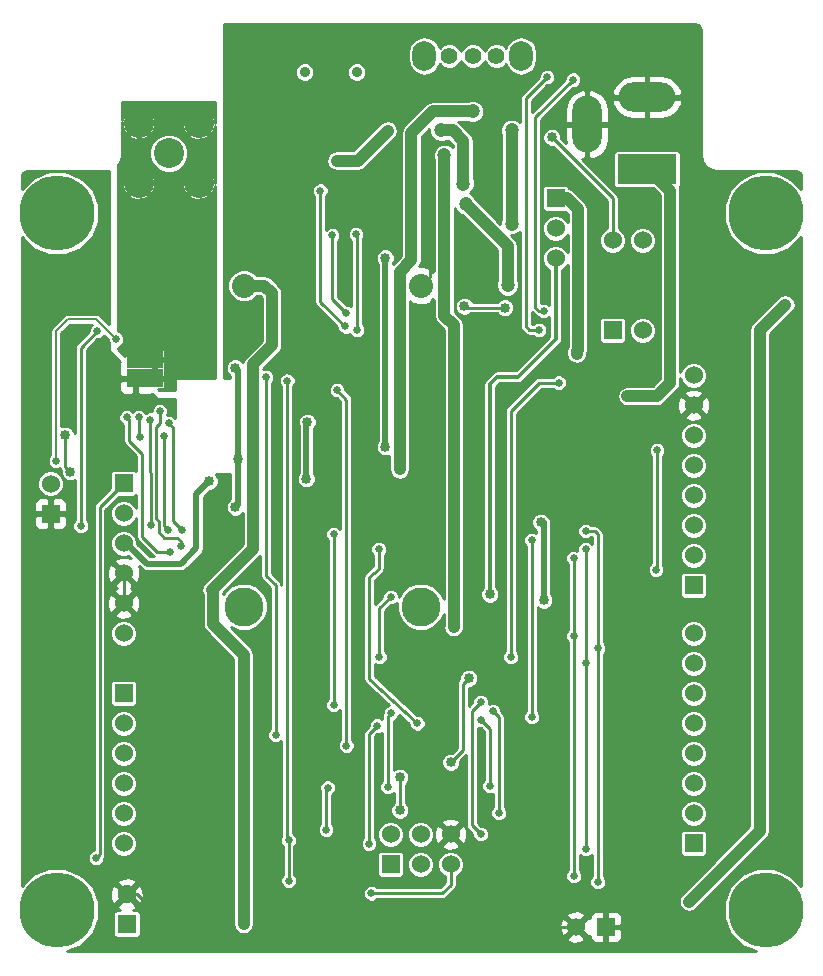
<source format=gbl>
G04 (created by PCBNEW (2013-07-07 BZR 4022)-stable) date Tue 13 Aug 2013 01:24:10 PM NZST*
%MOIN*%
G04 Gerber Fmt 3.4, Leading zero omitted, Abs format*
%FSLAX34Y34*%
G01*
G70*
G90*
G04 APERTURE LIST*
%ADD10C,0.00590551*%
%ADD11C,0.0354*%
%ADD12C,0.25*%
%ADD13R,0.06X0.06*%
%ADD14C,0.06*%
%ADD15C,0.1*%
%ADD16R,0.0629921X0.0629921*%
%ADD17C,0.0629921*%
%ADD18O,0.189X0.0984252*%
%ADD19R,0.19685X0.0984252*%
%ADD20O,0.0984252X0.189*%
%ADD21C,0.0551181*%
%ADD22O,0.0787402X0.0984252*%
%ADD23C,0.08*%
%ADD24C,0.13*%
%ADD25C,0.0255906*%
%ADD26C,0.0334646*%
%ADD27C,0.0472441*%
%ADD28C,0.01*%
%ADD29C,0.0393701*%
%ADD30C,0.019685*%
%ADD31C,0.00984252*%
%ADD32C,0.00787402*%
%ADD33C,0.0137795*%
G04 APERTURE END LIST*
G54D10*
G54D11*
X29634Y-21800D03*
X31366Y-21800D03*
G54D12*
X21380Y-26500D03*
X21380Y-49730D03*
X45000Y-26500D03*
X45000Y-49730D03*
G54D13*
X39900Y-30400D03*
G54D14*
X40900Y-30400D03*
X40900Y-27400D03*
X39900Y-27400D03*
G54D13*
X42600Y-47500D03*
G54D14*
X42600Y-46500D03*
X42600Y-45500D03*
X42600Y-44500D03*
X42600Y-43500D03*
X42600Y-42500D03*
X42600Y-41500D03*
X42600Y-40500D03*
G54D13*
X42600Y-38900D03*
G54D14*
X42600Y-37900D03*
X42600Y-36900D03*
X42600Y-35900D03*
X42600Y-34900D03*
X42600Y-33900D03*
X42600Y-32900D03*
X42600Y-31900D03*
G54D13*
X32500Y-48200D03*
G54D14*
X32500Y-47200D03*
X33500Y-48200D03*
X33500Y-47200D03*
X34500Y-48200D03*
X34500Y-47200D03*
G54D13*
X38000Y-26000D03*
G54D14*
X38000Y-27000D03*
X38000Y-28000D03*
G54D13*
X21161Y-36523D03*
G54D14*
X21161Y-35523D03*
G54D13*
X39673Y-50295D03*
G54D14*
X38673Y-50295D03*
G54D13*
X23600Y-42500D03*
G54D14*
X23600Y-43500D03*
X23600Y-44500D03*
X23600Y-45500D03*
X23600Y-46500D03*
X23600Y-47500D03*
G54D13*
X23600Y-35500D03*
G54D14*
X23600Y-36500D03*
X23600Y-37500D03*
X23600Y-38500D03*
X23600Y-39500D03*
X23600Y-40500D03*
G54D15*
X25100Y-24500D03*
X26100Y-23500D03*
X24100Y-23500D03*
X24100Y-25500D03*
X26100Y-25500D03*
G54D16*
X23700Y-50192D03*
G54D17*
X23700Y-49207D03*
G54D18*
X41043Y-22637D03*
G54D19*
X41043Y-25037D03*
G54D20*
X39043Y-23537D03*
G54D21*
X35236Y-21259D03*
X36023Y-21259D03*
X34448Y-21259D03*
G54D22*
X33622Y-21259D03*
X36850Y-21259D03*
G54D23*
X33505Y-28918D03*
X27605Y-28918D03*
G54D24*
X33505Y-39618D03*
X27605Y-39618D03*
G54D16*
X24625Y-31377D03*
X24625Y-32007D03*
X23996Y-31377D03*
X23996Y-32007D03*
G54D25*
X37598Y-29763D03*
X38582Y-22047D03*
X37716Y-21968D03*
X37440Y-30393D03*
G54D26*
X38700Y-31181D03*
G54D27*
X34921Y-25511D03*
X34173Y-23740D03*
G54D25*
X31377Y-30393D03*
X31338Y-27204D03*
X31023Y-29842D03*
X30551Y-27244D03*
X30157Y-25748D03*
X30984Y-30275D03*
X36500Y-41300D03*
X38100Y-32150D03*
X25551Y-37047D03*
X25100Y-33500D03*
X25078Y-37047D03*
X24960Y-33937D03*
X24094Y-33307D03*
X24133Y-33976D03*
X24500Y-36900D03*
X24488Y-33385D03*
X39000Y-37700D03*
X39000Y-47700D03*
X39000Y-41500D03*
X39000Y-37100D03*
X39400Y-48800D03*
X39400Y-41000D03*
X41338Y-38385D03*
X41377Y-34409D03*
X38600Y-40600D03*
X38600Y-48600D03*
X38600Y-38000D03*
X32500Y-39300D03*
X32125Y-41299D03*
X30600Y-42900D03*
X30600Y-37200D03*
X31771Y-47519D03*
X32047Y-43582D03*
X28661Y-43897D03*
X28346Y-31968D03*
X35500Y-42800D03*
X35500Y-47200D03*
X31023Y-44251D03*
X30708Y-32401D03*
X36100Y-46500D03*
X35900Y-43100D03*
X32100Y-37700D03*
X33385Y-43503D03*
X35800Y-45600D03*
X35500Y-43400D03*
X37200Y-43300D03*
X37200Y-37400D03*
X25511Y-37598D03*
X24803Y-33110D03*
X23346Y-30708D03*
X21338Y-34763D03*
X32519Y-43149D03*
X32401Y-45629D03*
X30400Y-45650D03*
X30350Y-47050D03*
X31850Y-49173D03*
X29100Y-48750D03*
X22677Y-47992D03*
X29055Y-32086D03*
X29094Y-47401D03*
X23700Y-33307D03*
X25157Y-37795D03*
X22165Y-36929D03*
X22716Y-30433D03*
G54D26*
X42440Y-49448D03*
X45650Y-29550D03*
X26535Y-39055D03*
X27598Y-50196D03*
X35800Y-39200D03*
X32400Y-23750D03*
G54D27*
X35000Y-26200D03*
X36400Y-28900D03*
G54D26*
X30700Y-24750D03*
X27322Y-31653D03*
X27401Y-34685D03*
X27322Y-36299D03*
X32322Y-34291D03*
X32322Y-27992D03*
X34960Y-29606D03*
X36299Y-29645D03*
X21811Y-35118D03*
X21653Y-33897D03*
G54D27*
X35236Y-23110D03*
G54D26*
X29685Y-35354D03*
X29724Y-33464D03*
X32795Y-33346D03*
X26456Y-35433D03*
X32795Y-35039D03*
X37874Y-23976D03*
X37500Y-36800D03*
X37600Y-39400D03*
X32800Y-45300D03*
X32800Y-46400D03*
X34500Y-44800D03*
X35100Y-42000D03*
G54D27*
X36529Y-23734D03*
X36535Y-26850D03*
X34291Y-24566D03*
G54D26*
X34600Y-40300D03*
X40393Y-32598D03*
X39200Y-25850D03*
X42450Y-26300D03*
X40500Y-26200D03*
X37893Y-25187D03*
X41732Y-48425D03*
X43897Y-46850D03*
X44291Y-40944D03*
X45708Y-35748D03*
X44291Y-35826D03*
X45787Y-47677D03*
X45748Y-40787D03*
X42676Y-30537D03*
X39250Y-31300D03*
X41200Y-31300D03*
X44250Y-33350D03*
X45354Y-28638D03*
X45300Y-33350D03*
X45750Y-30250D03*
X45800Y-29000D03*
X43897Y-28451D03*
X27244Y-27125D03*
X27244Y-26220D03*
X27244Y-28110D03*
X22716Y-28818D03*
X22716Y-29645D03*
X22322Y-30354D03*
X21653Y-33149D03*
X23110Y-33149D03*
X26600Y-36050D03*
X33850Y-32800D03*
X28700Y-32850D03*
X30550Y-32950D03*
X31650Y-32800D03*
X29600Y-32850D03*
X28700Y-34200D03*
X33850Y-36300D03*
G54D25*
X30078Y-34645D03*
G54D26*
X29842Y-24173D03*
X30236Y-40118D03*
X29448Y-39566D03*
X26811Y-41338D03*
X29842Y-41338D03*
X34850Y-28918D03*
X35800Y-28900D03*
X33800Y-27400D03*
X32700Y-24900D03*
X36000Y-41300D03*
X35800Y-42400D03*
X36500Y-46000D03*
X36600Y-42850D03*
X25586Y-40039D03*
X25937Y-38720D03*
X26811Y-44173D03*
X26811Y-45787D03*
X35100Y-32800D03*
X35100Y-36300D03*
X22496Y-34224D03*
X22559Y-35905D03*
X22952Y-35551D03*
X21614Y-37992D03*
X21338Y-28543D03*
X22874Y-27283D03*
X22874Y-25472D03*
X27165Y-20433D03*
X27165Y-21141D03*
X27165Y-21929D03*
X27204Y-22784D03*
X27204Y-23897D03*
X27204Y-24724D03*
X20354Y-34015D03*
X20393Y-28543D03*
X22716Y-27992D03*
X26811Y-42519D03*
X30000Y-42519D03*
X26811Y-43267D03*
X30000Y-43267D03*
X36149Y-36350D03*
X36141Y-35078D03*
X36251Y-32681D03*
X30393Y-45000D03*
X31350Y-44968D03*
X33330Y-44196D03*
X40901Y-43905D03*
X38098Y-44460D03*
X40574Y-39464D03*
X38173Y-39464D03*
X40905Y-34960D03*
X24842Y-28346D03*
X42637Y-29238D03*
X43464Y-29002D03*
X36614Y-23031D03*
X28385Y-50787D03*
X35118Y-50787D03*
X43070Y-50748D03*
X20511Y-39488D03*
X20551Y-47755D03*
X20511Y-44685D03*
X30039Y-32007D03*
X35100Y-31600D03*
X35100Y-35100D03*
X40900Y-46000D03*
X40900Y-50300D03*
X31850Y-27165D03*
X31181Y-24173D03*
X33149Y-22755D03*
G54D28*
X37322Y-29645D02*
X37440Y-29763D01*
X37322Y-23307D02*
X37322Y-29645D01*
X38582Y-22047D02*
X37322Y-23307D01*
X37440Y-29763D02*
X37598Y-29763D01*
X37125Y-30393D02*
X37440Y-30393D01*
X37716Y-21968D02*
X37007Y-22677D01*
X37007Y-22677D02*
X37007Y-30275D01*
X37007Y-30275D02*
X37125Y-30393D01*
G54D29*
X38740Y-26377D02*
X38740Y-31062D01*
X38740Y-26377D02*
X38362Y-26000D01*
X38000Y-26000D02*
X38362Y-26000D01*
X38700Y-31102D02*
X38700Y-31181D01*
G54D30*
X38740Y-31062D02*
X38700Y-31102D01*
G54D29*
X34921Y-25511D02*
X34921Y-24094D01*
X34566Y-23740D02*
X34173Y-23740D01*
X34921Y-24094D02*
X34566Y-23740D01*
G54D28*
X31377Y-27244D02*
X31377Y-30393D01*
X31338Y-27204D02*
X31377Y-27244D01*
X30551Y-27244D02*
X30551Y-29370D01*
X30551Y-29370D02*
X31023Y-29842D01*
X30157Y-25748D02*
X30157Y-29448D01*
X30157Y-29448D02*
X30984Y-30275D01*
G54D31*
X37450Y-32150D02*
X38100Y-32150D01*
X36500Y-41300D02*
X36500Y-33100D01*
X36500Y-33100D02*
X37450Y-32150D01*
X25551Y-37047D02*
X25250Y-36746D01*
X25250Y-33650D02*
X25100Y-33500D01*
X25250Y-36746D02*
X25250Y-33650D01*
X25100Y-33500D02*
X25100Y-33500D01*
X25100Y-33500D02*
X25100Y-33500D01*
X25078Y-37047D02*
X24960Y-36929D01*
X24960Y-36929D02*
X24960Y-33937D01*
X24094Y-33937D02*
X24094Y-33307D01*
X24133Y-33976D02*
X24094Y-33937D01*
X24500Y-36900D02*
X24488Y-33385D01*
X39000Y-41500D02*
X39000Y-37700D01*
X39000Y-41500D02*
X39000Y-47700D01*
X39400Y-41000D02*
X39400Y-37200D01*
X39300Y-37100D02*
X39000Y-37100D01*
X39400Y-37200D02*
X39300Y-37100D01*
X39400Y-41000D02*
X39400Y-48800D01*
X41338Y-38385D02*
X41377Y-38346D01*
X41377Y-38346D02*
X41377Y-34409D01*
X38600Y-41000D02*
X38600Y-40600D01*
X38600Y-41000D02*
X38600Y-48600D01*
X38600Y-40200D02*
X38600Y-38000D01*
X38600Y-40600D02*
X38600Y-40200D01*
X32125Y-39674D02*
X32500Y-39300D01*
X32125Y-41299D02*
X32125Y-39674D01*
G54D28*
X30600Y-37200D02*
X30600Y-42900D01*
G54D31*
X31771Y-43858D02*
X31771Y-47519D01*
X32047Y-43582D02*
X31771Y-43858D01*
X28661Y-38897D02*
X28661Y-43897D01*
X28346Y-38582D02*
X28661Y-38897D01*
X28346Y-31968D02*
X28346Y-38582D01*
G54D28*
X35500Y-42800D02*
X35200Y-43100D01*
X35200Y-46900D02*
X35500Y-47200D01*
X35200Y-43100D02*
X35200Y-46900D01*
G54D31*
X31023Y-32716D02*
X31023Y-44251D01*
X30708Y-32401D02*
X31023Y-32716D01*
G54D28*
X36100Y-43300D02*
X36100Y-46500D01*
X35900Y-43100D02*
X36100Y-43300D01*
G54D31*
X31785Y-42021D02*
X33385Y-43503D01*
X32100Y-37700D02*
X32100Y-38346D01*
X32100Y-38346D02*
X31785Y-38641D01*
X31785Y-38641D02*
X31785Y-42021D01*
G54D28*
X35800Y-43700D02*
X35800Y-45600D01*
X35500Y-43400D02*
X35800Y-43700D01*
G54D31*
X37200Y-43300D02*
X37200Y-37400D01*
X24763Y-36771D02*
X24763Y-37125D01*
X24763Y-37125D02*
X24960Y-37322D01*
X24960Y-37322D02*
X25393Y-37322D01*
X25393Y-37322D02*
X25511Y-37440D01*
X25511Y-37440D02*
X25511Y-37598D01*
X24803Y-33110D02*
X24803Y-33503D01*
X24685Y-33622D02*
X24803Y-33503D01*
X24685Y-36692D02*
X24685Y-33622D01*
X24763Y-36771D02*
X24685Y-36692D01*
G54D32*
X22677Y-30039D02*
X23346Y-30708D01*
X21732Y-30039D02*
X22677Y-30039D01*
X21338Y-30433D02*
X21732Y-30039D01*
X21338Y-34763D02*
X21338Y-30433D01*
G54D31*
X32519Y-43149D02*
X32401Y-43267D01*
X32401Y-43267D02*
X32401Y-45629D01*
X30350Y-45700D02*
X30400Y-45650D01*
X30350Y-47050D02*
X30350Y-45700D01*
X34212Y-49173D02*
X31850Y-49173D01*
X34212Y-49173D02*
X34500Y-48885D01*
X34500Y-48885D02*
X34500Y-48200D01*
X29094Y-47401D02*
X29094Y-48744D01*
X29094Y-48744D02*
X29100Y-48750D01*
X22795Y-36496D02*
X22795Y-36304D01*
X22795Y-36304D02*
X23600Y-35500D01*
X22795Y-47874D02*
X22795Y-36496D01*
X22677Y-47992D02*
X22795Y-47874D01*
X29055Y-34370D02*
X29055Y-47362D01*
X29055Y-32086D02*
X29055Y-34370D01*
X29055Y-47362D02*
X29094Y-47401D01*
X25157Y-37795D02*
X24724Y-37795D01*
X24212Y-37283D02*
X24212Y-34527D01*
X24212Y-34527D02*
X23779Y-34094D01*
X23779Y-34094D02*
X23779Y-33385D01*
X23779Y-33385D02*
X23700Y-33307D01*
X24724Y-37795D02*
X24212Y-37283D01*
X22165Y-36929D02*
X22165Y-30984D01*
X22165Y-30984D02*
X22716Y-30433D01*
G54D10*
X22677Y-30472D02*
X22716Y-30433D01*
G54D29*
X44803Y-47086D02*
X42440Y-49448D01*
X44803Y-30396D02*
X44803Y-47086D01*
X45650Y-29550D02*
X44803Y-30396D01*
X28543Y-30905D02*
X28543Y-30906D01*
X27605Y-28918D02*
X28288Y-28918D01*
X28543Y-29173D02*
X28288Y-28918D01*
X28543Y-30905D02*
X28543Y-29173D01*
X27910Y-37680D02*
X26535Y-39055D01*
X27910Y-31540D02*
X27910Y-37680D01*
X28543Y-30906D02*
X27910Y-31540D01*
G54D33*
X26496Y-39094D02*
X26535Y-39055D01*
G54D29*
X27598Y-41220D02*
X26574Y-40196D01*
X27598Y-50196D02*
X27598Y-41220D01*
X26574Y-40196D02*
X26574Y-39094D01*
G54D33*
X36750Y-31950D02*
X36050Y-31950D01*
X36050Y-31950D02*
X35800Y-32200D01*
X38000Y-28000D02*
X38000Y-30700D01*
X35800Y-39200D02*
X35800Y-32200D01*
X38000Y-30700D02*
X36750Y-31950D01*
G54D29*
X32400Y-23750D02*
X31400Y-24750D01*
X36400Y-27600D02*
X35000Y-26200D01*
X36400Y-28900D02*
X36400Y-27600D01*
X31400Y-24750D02*
X30700Y-24750D01*
G54D30*
X27401Y-34685D02*
X27401Y-31732D01*
X27401Y-31732D02*
X27322Y-31653D01*
X27401Y-34685D02*
X27401Y-36220D01*
X27401Y-36220D02*
X27322Y-36299D01*
X32322Y-27992D02*
X32322Y-34291D01*
G54D31*
X34960Y-29606D02*
X35000Y-29645D01*
X35000Y-29645D02*
X36299Y-29645D01*
X21811Y-35118D02*
X21653Y-34960D01*
X21653Y-34960D02*
X21653Y-33897D01*
G54D29*
X33188Y-23818D02*
X33897Y-23110D01*
X32795Y-33346D02*
X32795Y-28464D01*
X33188Y-28070D02*
X32795Y-28464D01*
X33188Y-23818D02*
X33188Y-28070D01*
X33897Y-23110D02*
X35236Y-23110D01*
G54D30*
X29685Y-33503D02*
X29685Y-35354D01*
X29724Y-33464D02*
X29685Y-33503D01*
X26023Y-37677D02*
X26023Y-35866D01*
X26023Y-35866D02*
X26456Y-35433D01*
X26023Y-37677D02*
X25511Y-38188D01*
X25511Y-38188D02*
X24370Y-38188D01*
X24370Y-38188D02*
X23681Y-37500D01*
X23600Y-37500D02*
X23681Y-37500D01*
G54D29*
X32795Y-34409D02*
X32795Y-35039D01*
X32795Y-33346D02*
X32795Y-34409D01*
G54D31*
X39900Y-26002D02*
X39900Y-27400D01*
X37874Y-23976D02*
X39900Y-26002D01*
G54D30*
X37600Y-36800D02*
X37500Y-36800D01*
X37600Y-39400D02*
X37600Y-36800D01*
G54D28*
X32800Y-46400D02*
X32800Y-45300D01*
X34900Y-44400D02*
X34500Y-44800D01*
X34900Y-42200D02*
X34900Y-44400D01*
X35100Y-42000D02*
X34900Y-42200D01*
G54D29*
X36535Y-23740D02*
X36535Y-26850D01*
X36529Y-23734D02*
X36535Y-23740D01*
X34606Y-40293D02*
X34606Y-36811D01*
X34606Y-36811D02*
X34606Y-30236D01*
X34606Y-30236D02*
X34291Y-29921D01*
X34291Y-29921D02*
X34291Y-24566D01*
X34600Y-40300D02*
X34606Y-40293D01*
X41811Y-32165D02*
X41377Y-32598D01*
X41811Y-32165D02*
X41811Y-25748D01*
X41811Y-25748D02*
X41100Y-25037D01*
X41043Y-25037D02*
X41100Y-25037D01*
X41377Y-32598D02*
X40393Y-32598D01*
G54D31*
X39200Y-25850D02*
X39200Y-25804D01*
X38582Y-25187D02*
X37893Y-25187D01*
X39200Y-25804D02*
X38582Y-25187D01*
X40900Y-48425D02*
X41732Y-48425D01*
X45787Y-47677D02*
X45748Y-47637D01*
X45748Y-47637D02*
X45748Y-40787D01*
X41200Y-31300D02*
X39250Y-31300D01*
X45300Y-33350D02*
X45750Y-32900D01*
X45750Y-32900D02*
X45750Y-30250D01*
X45800Y-29000D02*
X45438Y-28638D01*
X45438Y-28638D02*
X45354Y-28638D01*
G54D33*
X43897Y-28451D02*
X45167Y-28451D01*
X45167Y-28451D02*
X45354Y-28638D01*
X27244Y-26220D02*
X27244Y-27125D01*
G54D32*
X22716Y-28818D02*
X22716Y-29645D01*
X21653Y-33149D02*
X21574Y-33070D01*
X22496Y-34224D02*
X22822Y-34224D01*
X23110Y-33937D02*
X23110Y-33149D01*
X22822Y-34224D02*
X23110Y-33937D01*
G54D31*
X30078Y-32047D02*
X30078Y-33700D01*
X30078Y-33700D02*
X30078Y-34645D01*
X30039Y-32007D02*
X30078Y-32047D01*
X31181Y-24173D02*
X29842Y-24173D01*
X29842Y-41338D02*
X30236Y-40944D01*
X30000Y-40118D02*
X29448Y-39566D01*
X30236Y-40118D02*
X30000Y-40118D01*
X30236Y-40944D02*
X30236Y-40118D01*
X35781Y-28918D02*
X35800Y-28900D01*
X35781Y-28918D02*
X34850Y-28918D01*
X33505Y-28918D02*
X33800Y-28623D01*
X33800Y-28623D02*
X33800Y-27400D01*
X32755Y-24900D02*
X32700Y-24900D01*
X35800Y-42400D02*
X35800Y-41500D01*
X36150Y-42400D02*
X35800Y-42400D01*
X36150Y-42400D02*
X36600Y-42850D01*
X35800Y-41500D02*
X36000Y-41300D01*
X36500Y-46000D02*
X36500Y-42950D01*
X36500Y-42950D02*
X36600Y-42850D01*
X26811Y-41338D02*
X26811Y-41263D01*
X26811Y-41263D02*
X25586Y-40039D01*
G54D32*
X26811Y-44173D02*
X26811Y-43267D01*
G54D31*
X26811Y-50787D02*
X26811Y-45787D01*
G54D33*
X24100Y-25500D02*
X24100Y-23500D01*
G54D31*
X22559Y-35905D02*
X22496Y-35842D01*
X22496Y-35842D02*
X22496Y-34224D01*
G54D32*
X22586Y-35877D02*
X22559Y-35905D01*
G54D33*
X27165Y-21141D02*
X27165Y-20433D01*
X27165Y-22744D02*
X27165Y-21929D01*
X27204Y-22784D02*
X27165Y-22744D01*
X27204Y-24724D02*
X27204Y-23897D01*
G54D31*
X20354Y-39330D02*
X20354Y-34015D01*
X20393Y-28543D02*
X21338Y-28543D01*
X21338Y-28543D02*
X22165Y-28543D01*
X22165Y-28543D02*
X22716Y-27992D01*
X20511Y-39488D02*
X20354Y-39330D01*
G54D32*
X36141Y-35078D02*
X36149Y-35086D01*
X36149Y-35086D02*
X36149Y-36350D01*
X36251Y-32681D02*
X36141Y-32791D01*
X36141Y-32791D02*
X36141Y-35078D01*
X30393Y-45000D02*
X31330Y-44988D01*
X31330Y-44988D02*
X31350Y-44968D01*
X26811Y-43267D02*
X26811Y-42519D01*
X26811Y-42519D02*
X26811Y-41338D01*
G54D31*
X40905Y-38354D02*
X40574Y-38685D01*
X40900Y-46000D02*
X40901Y-43905D01*
X40901Y-43905D02*
X40904Y-41173D01*
X40904Y-40771D02*
X40904Y-41173D01*
X40905Y-38354D02*
X40905Y-34960D01*
X40574Y-40441D02*
X40904Y-40771D01*
X40574Y-38685D02*
X40574Y-39464D01*
X40574Y-39464D02*
X40574Y-40441D01*
G54D33*
X43228Y-29238D02*
X42637Y-29238D01*
X43464Y-29002D02*
X43228Y-29238D01*
G54D28*
X33307Y-22598D02*
X33149Y-22755D01*
X36417Y-22598D02*
X33307Y-22598D01*
X36614Y-22795D02*
X36417Y-22598D01*
X36614Y-23031D02*
X36614Y-22795D01*
G54D31*
X26811Y-50787D02*
X26811Y-50800D01*
X26811Y-50800D02*
X26811Y-50787D01*
X20354Y-36496D02*
X21133Y-36496D01*
X21133Y-36496D02*
X21161Y-36523D01*
G54D10*
X43149Y-50748D02*
X43188Y-50787D01*
X43070Y-50748D02*
X43149Y-50748D01*
G54D31*
X20511Y-39488D02*
X20511Y-44685D01*
X38673Y-50295D02*
X36948Y-50295D01*
X24050Y-49207D02*
X23700Y-49207D01*
X25629Y-50787D02*
X24050Y-49207D01*
X36456Y-50787D02*
X35118Y-50787D01*
X35118Y-50787D02*
X28385Y-50787D01*
X28385Y-50787D02*
X26811Y-50787D01*
X26811Y-50787D02*
X25629Y-50787D01*
X36948Y-50295D02*
X36456Y-50787D01*
X35100Y-32800D02*
X35100Y-31600D01*
X35100Y-35100D02*
X35100Y-32800D01*
X40900Y-46000D02*
X40900Y-48425D01*
X40900Y-48425D02*
X40900Y-50300D01*
X23600Y-38500D02*
X23600Y-39500D01*
G54D28*
X32755Y-23149D02*
X33149Y-22755D01*
X32755Y-26850D02*
X32755Y-24900D01*
X32755Y-24900D02*
X32755Y-23149D01*
X32440Y-27165D02*
X32755Y-26850D01*
X31850Y-27165D02*
X32440Y-27165D01*
X32598Y-22755D02*
X33149Y-22755D01*
X31181Y-24173D02*
X32598Y-22755D01*
G54D10*
G36*
X26650Y-32008D02*
X26451Y-32008D01*
X26451Y-25920D01*
X26100Y-25568D01*
X26031Y-25636D01*
X26031Y-25500D01*
X25679Y-25148D01*
X25619Y-25210D01*
X25545Y-25416D01*
X25555Y-25635D01*
X25619Y-25789D01*
X25679Y-25851D01*
X26031Y-25500D01*
X26031Y-25636D01*
X25748Y-25920D01*
X25810Y-25980D01*
X26016Y-26054D01*
X26235Y-26044D01*
X26389Y-25980D01*
X26451Y-25920D01*
X26451Y-32008D01*
X25228Y-32004D01*
X25304Y-32080D01*
X25303Y-32400D01*
X24770Y-32400D01*
X24743Y-32372D01*
X24931Y-32372D01*
X24950Y-32372D01*
X24969Y-32365D01*
X24983Y-32351D01*
X24990Y-32332D01*
X24990Y-31702D01*
X24990Y-31692D01*
X24990Y-31683D01*
X24990Y-31053D01*
X24983Y-31034D01*
X24969Y-31020D01*
X24950Y-31013D01*
X24931Y-31012D01*
X24686Y-31012D01*
X24674Y-31025D01*
X24674Y-31329D01*
X24978Y-31329D01*
X24990Y-31317D01*
X24990Y-31053D01*
X24990Y-31683D01*
X24990Y-31683D01*
X24990Y-31438D01*
X24978Y-31426D01*
X24674Y-31426D01*
X24674Y-31655D01*
X24674Y-31730D01*
X24674Y-31959D01*
X24978Y-31959D01*
X24990Y-31946D01*
X24990Y-31702D01*
X24990Y-31702D01*
X24990Y-32332D01*
X24990Y-32068D01*
X24978Y-32056D01*
X24674Y-32056D01*
X24674Y-32064D01*
X24654Y-32064D01*
X24654Y-25583D01*
X24644Y-25364D01*
X24580Y-25210D01*
X24520Y-25148D01*
X24451Y-25216D01*
X24451Y-25079D01*
X24389Y-25019D01*
X24183Y-24945D01*
X23964Y-24955D01*
X23810Y-25019D01*
X23748Y-25079D01*
X24100Y-25431D01*
X24451Y-25079D01*
X24451Y-25216D01*
X24168Y-25500D01*
X24520Y-25851D01*
X24580Y-25789D01*
X24654Y-25583D01*
X24654Y-32064D01*
X24577Y-32064D01*
X24577Y-32056D01*
X24569Y-32056D01*
X24569Y-31959D01*
X24577Y-31959D01*
X24577Y-31730D01*
X24577Y-31655D01*
X24577Y-31426D01*
X24577Y-31329D01*
X24577Y-31025D01*
X24565Y-31012D01*
X24451Y-31012D01*
X24451Y-25920D01*
X24100Y-25568D01*
X24031Y-25636D01*
X24031Y-25500D01*
X23679Y-25148D01*
X23619Y-25210D01*
X23545Y-25416D01*
X23555Y-25635D01*
X23619Y-25789D01*
X23679Y-25851D01*
X24031Y-25500D01*
X24031Y-25636D01*
X23748Y-25920D01*
X23810Y-25980D01*
X24016Y-26054D01*
X24235Y-26044D01*
X24389Y-25980D01*
X24451Y-25920D01*
X24451Y-31012D01*
X24320Y-31012D01*
X24311Y-31012D01*
X24301Y-31012D01*
X24056Y-31012D01*
X24044Y-31025D01*
X24044Y-31329D01*
X24273Y-31329D01*
X24348Y-31329D01*
X24577Y-31329D01*
X24577Y-31426D01*
X24348Y-31426D01*
X24273Y-31426D01*
X24044Y-31426D01*
X24044Y-31434D01*
X23947Y-31434D01*
X23947Y-31426D01*
X23939Y-31426D01*
X23939Y-31329D01*
X23947Y-31329D01*
X23947Y-31025D01*
X23935Y-31012D01*
X23691Y-31012D01*
X23671Y-31013D01*
X23652Y-31020D01*
X23638Y-31034D01*
X23631Y-31053D01*
X23631Y-31260D01*
X23400Y-31029D01*
X23400Y-31006D01*
X23396Y-31002D01*
X23396Y-30985D01*
X23401Y-30985D01*
X23502Y-30943D01*
X23580Y-30865D01*
X23622Y-30763D01*
X23622Y-30653D01*
X23580Y-30552D01*
X23503Y-30474D01*
X23401Y-30432D01*
X23396Y-30432D01*
X23396Y-24916D01*
X23408Y-24904D01*
X23486Y-24787D01*
X23516Y-24716D01*
X23516Y-24715D01*
X23543Y-24578D01*
X23543Y-24558D01*
X23547Y-24540D01*
X23547Y-23462D01*
X23555Y-23635D01*
X23619Y-23789D01*
X23679Y-23851D01*
X24031Y-23500D01*
X23679Y-23148D01*
X23619Y-23210D01*
X23547Y-23410D01*
X23547Y-22800D01*
X26650Y-22800D01*
X26650Y-22850D01*
X26650Y-23487D01*
X26644Y-23364D01*
X26580Y-23210D01*
X26520Y-23148D01*
X26451Y-23216D01*
X26451Y-23079D01*
X26389Y-23019D01*
X26183Y-22945D01*
X25964Y-22955D01*
X25810Y-23019D01*
X25748Y-23079D01*
X26100Y-23431D01*
X26451Y-23079D01*
X26451Y-23216D01*
X26168Y-23500D01*
X26520Y-23851D01*
X26580Y-23789D01*
X26650Y-23595D01*
X26650Y-25487D01*
X26644Y-25364D01*
X26580Y-25210D01*
X26520Y-25148D01*
X26451Y-25216D01*
X26451Y-25079D01*
X26451Y-23920D01*
X26100Y-23568D01*
X26031Y-23636D01*
X26031Y-23500D01*
X25679Y-23148D01*
X25619Y-23210D01*
X25545Y-23416D01*
X25555Y-23635D01*
X25619Y-23789D01*
X25679Y-23851D01*
X26031Y-23500D01*
X26031Y-23636D01*
X25748Y-23920D01*
X25810Y-23980D01*
X26016Y-24054D01*
X26235Y-24044D01*
X26389Y-23980D01*
X26451Y-23920D01*
X26451Y-25079D01*
X26389Y-25019D01*
X26183Y-24945D01*
X25964Y-24955D01*
X25810Y-25019D01*
X25748Y-25079D01*
X25748Y-24371D01*
X25650Y-24133D01*
X25467Y-23950D01*
X25229Y-23851D01*
X24971Y-23851D01*
X24733Y-23949D01*
X24654Y-24028D01*
X24654Y-23583D01*
X24644Y-23364D01*
X24580Y-23210D01*
X24520Y-23148D01*
X24451Y-23216D01*
X24451Y-23079D01*
X24389Y-23019D01*
X24183Y-22945D01*
X23964Y-22955D01*
X23810Y-23019D01*
X23748Y-23079D01*
X24100Y-23431D01*
X24451Y-23079D01*
X24451Y-23216D01*
X24168Y-23500D01*
X24520Y-23851D01*
X24580Y-23789D01*
X24654Y-23583D01*
X24654Y-24028D01*
X24550Y-24132D01*
X24451Y-24369D01*
X24451Y-23920D01*
X24100Y-23568D01*
X23748Y-23920D01*
X23810Y-23980D01*
X24016Y-24054D01*
X24235Y-24044D01*
X24389Y-23980D01*
X24451Y-23920D01*
X24451Y-24369D01*
X24451Y-24370D01*
X24451Y-24628D01*
X24549Y-24866D01*
X24732Y-25049D01*
X24970Y-25148D01*
X25228Y-25148D01*
X25466Y-25050D01*
X25649Y-24867D01*
X25748Y-24629D01*
X25748Y-24371D01*
X25748Y-25079D01*
X25748Y-25079D01*
X26100Y-25431D01*
X26451Y-25079D01*
X26451Y-25216D01*
X26168Y-25500D01*
X26520Y-25851D01*
X26580Y-25789D01*
X26650Y-25595D01*
X26650Y-32008D01*
X26650Y-32008D01*
G37*
G54D28*
X26650Y-32008D02*
X26451Y-32008D01*
X26451Y-25920D01*
X26100Y-25568D01*
X26031Y-25636D01*
X26031Y-25500D01*
X25679Y-25148D01*
X25619Y-25210D01*
X25545Y-25416D01*
X25555Y-25635D01*
X25619Y-25789D01*
X25679Y-25851D01*
X26031Y-25500D01*
X26031Y-25636D01*
X25748Y-25920D01*
X25810Y-25980D01*
X26016Y-26054D01*
X26235Y-26044D01*
X26389Y-25980D01*
X26451Y-25920D01*
X26451Y-32008D01*
X25228Y-32004D01*
X25304Y-32080D01*
X25303Y-32400D01*
X24770Y-32400D01*
X24743Y-32372D01*
X24931Y-32372D01*
X24950Y-32372D01*
X24969Y-32365D01*
X24983Y-32351D01*
X24990Y-32332D01*
X24990Y-31702D01*
X24990Y-31692D01*
X24990Y-31683D01*
X24990Y-31053D01*
X24983Y-31034D01*
X24969Y-31020D01*
X24950Y-31013D01*
X24931Y-31012D01*
X24686Y-31012D01*
X24674Y-31025D01*
X24674Y-31329D01*
X24978Y-31329D01*
X24990Y-31317D01*
X24990Y-31053D01*
X24990Y-31683D01*
X24990Y-31683D01*
X24990Y-31438D01*
X24978Y-31426D01*
X24674Y-31426D01*
X24674Y-31655D01*
X24674Y-31730D01*
X24674Y-31959D01*
X24978Y-31959D01*
X24990Y-31946D01*
X24990Y-31702D01*
X24990Y-31702D01*
X24990Y-32332D01*
X24990Y-32068D01*
X24978Y-32056D01*
X24674Y-32056D01*
X24674Y-32064D01*
X24654Y-32064D01*
X24654Y-25583D01*
X24644Y-25364D01*
X24580Y-25210D01*
X24520Y-25148D01*
X24451Y-25216D01*
X24451Y-25079D01*
X24389Y-25019D01*
X24183Y-24945D01*
X23964Y-24955D01*
X23810Y-25019D01*
X23748Y-25079D01*
X24100Y-25431D01*
X24451Y-25079D01*
X24451Y-25216D01*
X24168Y-25500D01*
X24520Y-25851D01*
X24580Y-25789D01*
X24654Y-25583D01*
X24654Y-32064D01*
X24577Y-32064D01*
X24577Y-32056D01*
X24569Y-32056D01*
X24569Y-31959D01*
X24577Y-31959D01*
X24577Y-31730D01*
X24577Y-31655D01*
X24577Y-31426D01*
X24577Y-31329D01*
X24577Y-31025D01*
X24565Y-31012D01*
X24451Y-31012D01*
X24451Y-25920D01*
X24100Y-25568D01*
X24031Y-25636D01*
X24031Y-25500D01*
X23679Y-25148D01*
X23619Y-25210D01*
X23545Y-25416D01*
X23555Y-25635D01*
X23619Y-25789D01*
X23679Y-25851D01*
X24031Y-25500D01*
X24031Y-25636D01*
X23748Y-25920D01*
X23810Y-25980D01*
X24016Y-26054D01*
X24235Y-26044D01*
X24389Y-25980D01*
X24451Y-25920D01*
X24451Y-31012D01*
X24320Y-31012D01*
X24311Y-31012D01*
X24301Y-31012D01*
X24056Y-31012D01*
X24044Y-31025D01*
X24044Y-31329D01*
X24273Y-31329D01*
X24348Y-31329D01*
X24577Y-31329D01*
X24577Y-31426D01*
X24348Y-31426D01*
X24273Y-31426D01*
X24044Y-31426D01*
X24044Y-31434D01*
X23947Y-31434D01*
X23947Y-31426D01*
X23939Y-31426D01*
X23939Y-31329D01*
X23947Y-31329D01*
X23947Y-31025D01*
X23935Y-31012D01*
X23691Y-31012D01*
X23671Y-31013D01*
X23652Y-31020D01*
X23638Y-31034D01*
X23631Y-31053D01*
X23631Y-31260D01*
X23400Y-31029D01*
X23400Y-31006D01*
X23396Y-31002D01*
X23396Y-30985D01*
X23401Y-30985D01*
X23502Y-30943D01*
X23580Y-30865D01*
X23622Y-30763D01*
X23622Y-30653D01*
X23580Y-30552D01*
X23503Y-30474D01*
X23401Y-30432D01*
X23396Y-30432D01*
X23396Y-24916D01*
X23408Y-24904D01*
X23486Y-24787D01*
X23516Y-24716D01*
X23516Y-24715D01*
X23543Y-24578D01*
X23543Y-24558D01*
X23547Y-24540D01*
X23547Y-23462D01*
X23555Y-23635D01*
X23619Y-23789D01*
X23679Y-23851D01*
X24031Y-23500D01*
X23679Y-23148D01*
X23619Y-23210D01*
X23547Y-23410D01*
X23547Y-22800D01*
X26650Y-22800D01*
X26650Y-22850D01*
X26650Y-23487D01*
X26644Y-23364D01*
X26580Y-23210D01*
X26520Y-23148D01*
X26451Y-23216D01*
X26451Y-23079D01*
X26389Y-23019D01*
X26183Y-22945D01*
X25964Y-22955D01*
X25810Y-23019D01*
X25748Y-23079D01*
X26100Y-23431D01*
X26451Y-23079D01*
X26451Y-23216D01*
X26168Y-23500D01*
X26520Y-23851D01*
X26580Y-23789D01*
X26650Y-23595D01*
X26650Y-25487D01*
X26644Y-25364D01*
X26580Y-25210D01*
X26520Y-25148D01*
X26451Y-25216D01*
X26451Y-25079D01*
X26451Y-23920D01*
X26100Y-23568D01*
X26031Y-23636D01*
X26031Y-23500D01*
X25679Y-23148D01*
X25619Y-23210D01*
X25545Y-23416D01*
X25555Y-23635D01*
X25619Y-23789D01*
X25679Y-23851D01*
X26031Y-23500D01*
X26031Y-23636D01*
X25748Y-23920D01*
X25810Y-23980D01*
X26016Y-24054D01*
X26235Y-24044D01*
X26389Y-23980D01*
X26451Y-23920D01*
X26451Y-25079D01*
X26389Y-25019D01*
X26183Y-24945D01*
X25964Y-24955D01*
X25810Y-25019D01*
X25748Y-25079D01*
X25748Y-24371D01*
X25650Y-24133D01*
X25467Y-23950D01*
X25229Y-23851D01*
X24971Y-23851D01*
X24733Y-23949D01*
X24654Y-24028D01*
X24654Y-23583D01*
X24644Y-23364D01*
X24580Y-23210D01*
X24520Y-23148D01*
X24451Y-23216D01*
X24451Y-23079D01*
X24389Y-23019D01*
X24183Y-22945D01*
X23964Y-22955D01*
X23810Y-23019D01*
X23748Y-23079D01*
X24100Y-23431D01*
X24451Y-23079D01*
X24451Y-23216D01*
X24168Y-23500D01*
X24520Y-23851D01*
X24580Y-23789D01*
X24654Y-23583D01*
X24654Y-24028D01*
X24550Y-24132D01*
X24451Y-24369D01*
X24451Y-23920D01*
X24100Y-23568D01*
X23748Y-23920D01*
X23810Y-23980D01*
X24016Y-24054D01*
X24235Y-24044D01*
X24389Y-23980D01*
X24451Y-23920D01*
X24451Y-24369D01*
X24451Y-24370D01*
X24451Y-24628D01*
X24549Y-24866D01*
X24732Y-25049D01*
X24970Y-25148D01*
X25228Y-25148D01*
X25466Y-25050D01*
X25649Y-24867D01*
X25748Y-24629D01*
X25748Y-24371D01*
X25748Y-25079D01*
X25748Y-25079D01*
X26100Y-25431D01*
X26451Y-25079D01*
X26451Y-25216D01*
X26168Y-25500D01*
X26520Y-25851D01*
X26580Y-25789D01*
X26650Y-25595D01*
X26650Y-32008D01*
G54D10*
G36*
X22533Y-30226D02*
X22483Y-30276D01*
X22440Y-30378D01*
X22440Y-30430D01*
X22026Y-30845D01*
X21983Y-30908D01*
X21968Y-30984D01*
X21968Y-33835D01*
X21920Y-33719D01*
X21832Y-33630D01*
X21716Y-33582D01*
X21591Y-33582D01*
X21525Y-33609D01*
X21525Y-30510D01*
X21809Y-30226D01*
X22533Y-30226D01*
X22533Y-30226D01*
G37*
G54D31*
X22533Y-30226D02*
X22483Y-30276D01*
X22440Y-30378D01*
X22440Y-30430D01*
X22026Y-30845D01*
X21983Y-30908D01*
X21968Y-30984D01*
X21968Y-33835D01*
X21920Y-33719D01*
X21832Y-33630D01*
X21716Y-33582D01*
X21591Y-33582D01*
X21525Y-33609D01*
X21525Y-30510D01*
X21809Y-30226D01*
X22533Y-30226D01*
G54D10*
G36*
X33580Y-28923D02*
X33510Y-28993D01*
X33505Y-28987D01*
X33499Y-28993D01*
X33429Y-28923D01*
X33435Y-28918D01*
X33429Y-28912D01*
X33499Y-28842D01*
X33505Y-28848D01*
X33510Y-28842D01*
X33580Y-28912D01*
X33574Y-28918D01*
X33580Y-28923D01*
X33580Y-28923D01*
G37*
G54D31*
X33580Y-28923D02*
X33510Y-28993D01*
X33505Y-28987D01*
X33499Y-28993D01*
X33429Y-28923D01*
X33435Y-28918D01*
X33429Y-28912D01*
X33499Y-28842D01*
X33505Y-28848D01*
X33510Y-28842D01*
X33580Y-28912D01*
X33574Y-28918D01*
X33580Y-28923D01*
G54D10*
G36*
X34576Y-24309D02*
X34509Y-24241D01*
X34368Y-24183D01*
X34215Y-24183D01*
X34074Y-24241D01*
X33966Y-24349D01*
X33907Y-24490D01*
X33907Y-24642D01*
X33946Y-24738D01*
X33946Y-28429D01*
X33935Y-28418D01*
X33891Y-28462D01*
X33851Y-28357D01*
X33610Y-28267D01*
X33460Y-28273D01*
X33482Y-28239D01*
X33507Y-28202D01*
X33507Y-28202D01*
X33533Y-28070D01*
X33533Y-28070D01*
X33533Y-23961D01*
X33789Y-23705D01*
X33789Y-23816D01*
X33847Y-23957D01*
X33955Y-24065D01*
X34096Y-24123D01*
X34249Y-24124D01*
X34344Y-24084D01*
X34424Y-24084D01*
X34576Y-24237D01*
X34576Y-24309D01*
X34576Y-24309D01*
G37*
G54D31*
X34576Y-24309D02*
X34509Y-24241D01*
X34368Y-24183D01*
X34215Y-24183D01*
X34074Y-24241D01*
X33966Y-24349D01*
X33907Y-24490D01*
X33907Y-24642D01*
X33946Y-24738D01*
X33946Y-28429D01*
X33935Y-28418D01*
X33891Y-28462D01*
X33851Y-28357D01*
X33610Y-28267D01*
X33460Y-28273D01*
X33482Y-28239D01*
X33507Y-28202D01*
X33507Y-28202D01*
X33533Y-28070D01*
X33533Y-28070D01*
X33533Y-23961D01*
X33789Y-23705D01*
X33789Y-23816D01*
X33847Y-23957D01*
X33955Y-24065D01*
X34096Y-24123D01*
X34249Y-24124D01*
X34344Y-24084D01*
X34424Y-24084D01*
X34576Y-24237D01*
X34576Y-24309D01*
G54D10*
G36*
X46183Y-48936D02*
X45994Y-48747D01*
X45994Y-29550D01*
X45968Y-29418D01*
X45893Y-29306D01*
X45781Y-29231D01*
X45650Y-29205D01*
X45518Y-29231D01*
X45406Y-29306D01*
X44559Y-30153D01*
X44484Y-30265D01*
X44458Y-30396D01*
X44458Y-46943D01*
X43150Y-48251D01*
X43150Y-32981D01*
X43140Y-32764D01*
X43077Y-32613D01*
X43047Y-32605D01*
X43047Y-31811D01*
X42979Y-31646D01*
X42853Y-31520D01*
X42689Y-31452D01*
X42511Y-31452D01*
X42346Y-31520D01*
X42220Y-31646D01*
X42215Y-31657D01*
X42215Y-22801D01*
X42215Y-22473D01*
X42197Y-22400D01*
X42052Y-22150D01*
X41824Y-21974D01*
X41545Y-21899D01*
X41092Y-21899D01*
X41092Y-22588D01*
X42171Y-22588D01*
X42215Y-22473D01*
X42215Y-22801D01*
X42171Y-22687D01*
X41092Y-22687D01*
X41092Y-23375D01*
X41545Y-23375D01*
X41824Y-23300D01*
X42052Y-23124D01*
X42197Y-22874D01*
X42215Y-22801D01*
X42215Y-31657D01*
X42155Y-31803D01*
X42155Y-25748D01*
X42132Y-25633D01*
X42152Y-25613D01*
X42175Y-25559D01*
X42175Y-25500D01*
X42175Y-24516D01*
X42152Y-24462D01*
X42111Y-24420D01*
X42057Y-24398D01*
X41998Y-24398D01*
X40994Y-24398D01*
X40994Y-23375D01*
X40994Y-22687D01*
X40994Y-22588D01*
X40994Y-21899D01*
X40541Y-21899D01*
X40262Y-21974D01*
X40033Y-22150D01*
X39889Y-22400D01*
X39870Y-22473D01*
X39915Y-22588D01*
X40994Y-22588D01*
X40994Y-22687D01*
X39915Y-22687D01*
X39870Y-22801D01*
X39889Y-22874D01*
X40033Y-23124D01*
X40262Y-23300D01*
X40541Y-23375D01*
X40994Y-23375D01*
X40994Y-24398D01*
X40029Y-24398D01*
X39975Y-24420D01*
X39933Y-24461D01*
X39911Y-24516D01*
X39911Y-24574D01*
X39911Y-25559D01*
X39933Y-25613D01*
X39975Y-25655D01*
X40029Y-25677D01*
X40088Y-25677D01*
X41253Y-25677D01*
X41466Y-25890D01*
X41466Y-32022D01*
X41347Y-32141D01*
X41347Y-30311D01*
X41347Y-27311D01*
X41279Y-27146D01*
X41153Y-27020D01*
X40989Y-26952D01*
X40811Y-26952D01*
X40646Y-27020D01*
X40520Y-27146D01*
X40452Y-27310D01*
X40452Y-27488D01*
X40520Y-27653D01*
X40646Y-27779D01*
X40810Y-27847D01*
X40988Y-27847D01*
X41153Y-27779D01*
X41279Y-27653D01*
X41347Y-27489D01*
X41347Y-27311D01*
X41347Y-30311D01*
X41279Y-30146D01*
X41153Y-30020D01*
X40989Y-29952D01*
X40811Y-29952D01*
X40646Y-30020D01*
X40520Y-30146D01*
X40452Y-30310D01*
X40452Y-30488D01*
X40520Y-30653D01*
X40646Y-30779D01*
X40810Y-30847D01*
X40988Y-30847D01*
X41153Y-30779D01*
X41279Y-30653D01*
X41347Y-30489D01*
X41347Y-30311D01*
X41347Y-32141D01*
X41235Y-32253D01*
X40393Y-32253D01*
X40347Y-32263D01*
X40347Y-27311D01*
X40279Y-27146D01*
X40153Y-27020D01*
X40096Y-26997D01*
X40096Y-26002D01*
X40096Y-26002D01*
X40081Y-25927D01*
X40056Y-25888D01*
X40039Y-25863D01*
X40039Y-25863D01*
X39781Y-25605D01*
X39781Y-24039D01*
X39781Y-23587D01*
X39781Y-23488D01*
X39781Y-23035D01*
X39706Y-22756D01*
X39530Y-22528D01*
X39280Y-22384D01*
X39207Y-22365D01*
X39092Y-22410D01*
X39092Y-23488D01*
X39781Y-23488D01*
X39781Y-23587D01*
X39092Y-23587D01*
X39092Y-24665D01*
X39207Y-24710D01*
X39280Y-24691D01*
X39530Y-24547D01*
X39706Y-24318D01*
X39781Y-24039D01*
X39781Y-25605D01*
X38884Y-24708D01*
X38994Y-24665D01*
X38994Y-23587D01*
X38994Y-23488D01*
X38994Y-22410D01*
X38879Y-22365D01*
X38806Y-22384D01*
X38556Y-22528D01*
X38380Y-22756D01*
X38305Y-23035D01*
X38305Y-23488D01*
X38994Y-23488D01*
X38994Y-23587D01*
X38305Y-23587D01*
X38305Y-24039D01*
X38337Y-24161D01*
X38188Y-24012D01*
X38189Y-23914D01*
X38141Y-23798D01*
X38052Y-23709D01*
X37936Y-23661D01*
X37811Y-23661D01*
X37695Y-23709D01*
X37607Y-23797D01*
X37559Y-23913D01*
X37559Y-24038D01*
X37606Y-24154D01*
X37695Y-24243D01*
X37811Y-24291D01*
X37910Y-24291D01*
X39703Y-26083D01*
X39703Y-26996D01*
X39646Y-27020D01*
X39520Y-27146D01*
X39452Y-27310D01*
X39452Y-27488D01*
X39520Y-27653D01*
X39646Y-27779D01*
X39810Y-27847D01*
X39988Y-27847D01*
X40153Y-27779D01*
X40279Y-27653D01*
X40347Y-27489D01*
X40347Y-27311D01*
X40347Y-32263D01*
X40347Y-32263D01*
X40347Y-30670D01*
X40347Y-30070D01*
X40325Y-30016D01*
X40283Y-29974D01*
X40229Y-29952D01*
X40170Y-29952D01*
X39570Y-29952D01*
X39516Y-29974D01*
X39474Y-30016D01*
X39452Y-30070D01*
X39452Y-30129D01*
X39452Y-30729D01*
X39474Y-30783D01*
X39516Y-30825D01*
X39570Y-30847D01*
X39629Y-30847D01*
X40229Y-30847D01*
X40283Y-30825D01*
X40325Y-30783D01*
X40347Y-30729D01*
X40347Y-30670D01*
X40347Y-32263D01*
X40261Y-32280D01*
X40150Y-32354D01*
X40075Y-32466D01*
X40049Y-32598D01*
X40075Y-32730D01*
X40150Y-32842D01*
X40261Y-32916D01*
X40393Y-32942D01*
X41377Y-32942D01*
X41377Y-32942D01*
X41509Y-32916D01*
X41621Y-32842D01*
X42054Y-32408D01*
X42054Y-32408D01*
X42104Y-32334D01*
X42129Y-32297D01*
X42129Y-32297D01*
X42155Y-32165D01*
X42155Y-32165D01*
X42155Y-31996D01*
X42220Y-32153D01*
X42346Y-32279D01*
X42510Y-32347D01*
X42688Y-32347D01*
X42853Y-32279D01*
X42979Y-32153D01*
X43047Y-31989D01*
X43047Y-31811D01*
X43047Y-32605D01*
X42983Y-32586D01*
X42913Y-32655D01*
X42913Y-32516D01*
X42886Y-32422D01*
X42681Y-32349D01*
X42464Y-32359D01*
X42313Y-32422D01*
X42286Y-32516D01*
X42600Y-32830D01*
X42913Y-32516D01*
X42913Y-32655D01*
X42669Y-32900D01*
X42983Y-33213D01*
X43077Y-33186D01*
X43150Y-32981D01*
X43150Y-48251D01*
X43047Y-48354D01*
X43047Y-46411D01*
X43047Y-45411D01*
X43047Y-44411D01*
X43047Y-43411D01*
X43047Y-42411D01*
X43047Y-41411D01*
X43047Y-40411D01*
X43047Y-37811D01*
X43047Y-36811D01*
X43047Y-35811D01*
X43047Y-34811D01*
X43047Y-33811D01*
X42979Y-33646D01*
X42913Y-33580D01*
X42913Y-33283D01*
X42600Y-32969D01*
X42530Y-33039D01*
X42530Y-32900D01*
X42216Y-32586D01*
X42122Y-32613D01*
X42049Y-32818D01*
X42059Y-33035D01*
X42122Y-33186D01*
X42216Y-33213D01*
X42530Y-32900D01*
X42530Y-33039D01*
X42286Y-33283D01*
X42313Y-33377D01*
X42518Y-33450D01*
X42735Y-33440D01*
X42886Y-33377D01*
X42913Y-33283D01*
X42913Y-33580D01*
X42853Y-33520D01*
X42689Y-33452D01*
X42511Y-33452D01*
X42346Y-33520D01*
X42220Y-33646D01*
X42152Y-33810D01*
X42152Y-33988D01*
X42220Y-34153D01*
X42346Y-34279D01*
X42510Y-34347D01*
X42688Y-34347D01*
X42853Y-34279D01*
X42979Y-34153D01*
X43047Y-33989D01*
X43047Y-33811D01*
X43047Y-34811D01*
X42979Y-34646D01*
X42853Y-34520D01*
X42689Y-34452D01*
X42511Y-34452D01*
X42346Y-34520D01*
X42220Y-34646D01*
X42152Y-34810D01*
X42152Y-34988D01*
X42220Y-35153D01*
X42346Y-35279D01*
X42510Y-35347D01*
X42688Y-35347D01*
X42853Y-35279D01*
X42979Y-35153D01*
X43047Y-34989D01*
X43047Y-34811D01*
X43047Y-35811D01*
X42979Y-35646D01*
X42853Y-35520D01*
X42689Y-35452D01*
X42511Y-35452D01*
X42346Y-35520D01*
X42220Y-35646D01*
X42152Y-35810D01*
X42152Y-35988D01*
X42220Y-36153D01*
X42346Y-36279D01*
X42510Y-36347D01*
X42688Y-36347D01*
X42853Y-36279D01*
X42979Y-36153D01*
X43047Y-35989D01*
X43047Y-35811D01*
X43047Y-36811D01*
X42979Y-36646D01*
X42853Y-36520D01*
X42689Y-36452D01*
X42511Y-36452D01*
X42346Y-36520D01*
X42220Y-36646D01*
X42152Y-36810D01*
X42152Y-36988D01*
X42220Y-37153D01*
X42346Y-37279D01*
X42510Y-37347D01*
X42688Y-37347D01*
X42853Y-37279D01*
X42979Y-37153D01*
X43047Y-36989D01*
X43047Y-36811D01*
X43047Y-37811D01*
X42979Y-37646D01*
X42853Y-37520D01*
X42689Y-37452D01*
X42511Y-37452D01*
X42346Y-37520D01*
X42220Y-37646D01*
X42152Y-37810D01*
X42152Y-37988D01*
X42220Y-38153D01*
X42346Y-38279D01*
X42510Y-38347D01*
X42688Y-38347D01*
X42853Y-38279D01*
X42979Y-38153D01*
X43047Y-37989D01*
X43047Y-37811D01*
X43047Y-40411D01*
X43047Y-40411D01*
X43047Y-39170D01*
X43047Y-38570D01*
X43025Y-38516D01*
X42983Y-38474D01*
X42929Y-38452D01*
X42870Y-38452D01*
X42270Y-38452D01*
X42216Y-38474D01*
X42174Y-38516D01*
X42152Y-38570D01*
X42152Y-38629D01*
X42152Y-39229D01*
X42174Y-39283D01*
X42216Y-39325D01*
X42270Y-39347D01*
X42329Y-39347D01*
X42929Y-39347D01*
X42983Y-39325D01*
X43025Y-39283D01*
X43047Y-39229D01*
X43047Y-39170D01*
X43047Y-40411D01*
X42979Y-40246D01*
X42853Y-40120D01*
X42689Y-40052D01*
X42511Y-40052D01*
X42346Y-40120D01*
X42220Y-40246D01*
X42152Y-40410D01*
X42152Y-40588D01*
X42220Y-40753D01*
X42346Y-40879D01*
X42510Y-40947D01*
X42688Y-40947D01*
X42853Y-40879D01*
X42979Y-40753D01*
X43047Y-40589D01*
X43047Y-40411D01*
X43047Y-41411D01*
X42979Y-41246D01*
X42853Y-41120D01*
X42689Y-41052D01*
X42511Y-41052D01*
X42346Y-41120D01*
X42220Y-41246D01*
X42152Y-41410D01*
X42152Y-41588D01*
X42220Y-41753D01*
X42346Y-41879D01*
X42510Y-41947D01*
X42688Y-41947D01*
X42853Y-41879D01*
X42979Y-41753D01*
X43047Y-41589D01*
X43047Y-41411D01*
X43047Y-42411D01*
X42979Y-42246D01*
X42853Y-42120D01*
X42689Y-42052D01*
X42511Y-42052D01*
X42346Y-42120D01*
X42220Y-42246D01*
X42152Y-42410D01*
X42152Y-42588D01*
X42220Y-42753D01*
X42346Y-42879D01*
X42510Y-42947D01*
X42688Y-42947D01*
X42853Y-42879D01*
X42979Y-42753D01*
X43047Y-42589D01*
X43047Y-42411D01*
X43047Y-43411D01*
X42979Y-43246D01*
X42853Y-43120D01*
X42689Y-43052D01*
X42511Y-43052D01*
X42346Y-43120D01*
X42220Y-43246D01*
X42152Y-43410D01*
X42152Y-43588D01*
X42220Y-43753D01*
X42346Y-43879D01*
X42510Y-43947D01*
X42688Y-43947D01*
X42853Y-43879D01*
X42979Y-43753D01*
X43047Y-43589D01*
X43047Y-43411D01*
X43047Y-44411D01*
X42979Y-44246D01*
X42853Y-44120D01*
X42689Y-44052D01*
X42511Y-44052D01*
X42346Y-44120D01*
X42220Y-44246D01*
X42152Y-44410D01*
X42152Y-44588D01*
X42220Y-44753D01*
X42346Y-44879D01*
X42510Y-44947D01*
X42688Y-44947D01*
X42853Y-44879D01*
X42979Y-44753D01*
X43047Y-44589D01*
X43047Y-44411D01*
X43047Y-45411D01*
X42979Y-45246D01*
X42853Y-45120D01*
X42689Y-45052D01*
X42511Y-45052D01*
X42346Y-45120D01*
X42220Y-45246D01*
X42152Y-45410D01*
X42152Y-45588D01*
X42220Y-45753D01*
X42346Y-45879D01*
X42510Y-45947D01*
X42688Y-45947D01*
X42853Y-45879D01*
X42979Y-45753D01*
X43047Y-45589D01*
X43047Y-45411D01*
X43047Y-46411D01*
X42979Y-46246D01*
X42853Y-46120D01*
X42689Y-46052D01*
X42511Y-46052D01*
X42346Y-46120D01*
X42220Y-46246D01*
X42152Y-46410D01*
X42152Y-46588D01*
X42220Y-46753D01*
X42346Y-46879D01*
X42510Y-46947D01*
X42688Y-46947D01*
X42853Y-46879D01*
X42979Y-46753D01*
X43047Y-46589D01*
X43047Y-46411D01*
X43047Y-48354D01*
X43047Y-48354D01*
X43047Y-47770D01*
X43047Y-47170D01*
X43025Y-47116D01*
X42983Y-47074D01*
X42929Y-47052D01*
X42870Y-47052D01*
X42270Y-47052D01*
X42216Y-47074D01*
X42174Y-47116D01*
X42152Y-47170D01*
X42152Y-47229D01*
X42152Y-47829D01*
X42174Y-47883D01*
X42216Y-47925D01*
X42270Y-47947D01*
X42329Y-47947D01*
X42929Y-47947D01*
X42983Y-47925D01*
X43025Y-47883D01*
X43047Y-47829D01*
X43047Y-47770D01*
X43047Y-48354D01*
X42197Y-49205D01*
X42122Y-49316D01*
X42096Y-49448D01*
X42122Y-49580D01*
X42197Y-49692D01*
X42309Y-49767D01*
X42440Y-49793D01*
X42572Y-49767D01*
X42684Y-49692D01*
X45046Y-47330D01*
X45046Y-47330D01*
X45121Y-47218D01*
X45121Y-47218D01*
X45125Y-47196D01*
X45147Y-47086D01*
X45147Y-47086D01*
X45147Y-30539D01*
X45893Y-29793D01*
X45968Y-29681D01*
X45994Y-29550D01*
X45994Y-48747D01*
X45792Y-48545D01*
X45279Y-48332D01*
X44723Y-48332D01*
X44209Y-48544D01*
X43815Y-48937D01*
X43602Y-49450D01*
X43602Y-50006D01*
X43814Y-50520D01*
X44207Y-50914D01*
X44662Y-51103D01*
X41653Y-51103D01*
X41653Y-34354D01*
X41611Y-34253D01*
X41534Y-34175D01*
X41433Y-34133D01*
X41323Y-34133D01*
X41222Y-34175D01*
X41144Y-34253D01*
X41102Y-34354D01*
X41102Y-34464D01*
X41144Y-34565D01*
X41181Y-34602D01*
X41181Y-38153D01*
X41105Y-38229D01*
X41063Y-38330D01*
X41062Y-38440D01*
X41104Y-38541D01*
X41182Y-38619D01*
X41283Y-38661D01*
X41393Y-38661D01*
X41494Y-38619D01*
X41572Y-38542D01*
X41614Y-38440D01*
X41614Y-38331D01*
X41574Y-38235D01*
X41574Y-34602D01*
X41611Y-34565D01*
X41653Y-34464D01*
X41653Y-34354D01*
X41653Y-51103D01*
X40219Y-51103D01*
X40219Y-50546D01*
X40219Y-50044D01*
X40219Y-49946D01*
X40181Y-49855D01*
X40112Y-49786D01*
X40021Y-49749D01*
X39783Y-49749D01*
X39722Y-49810D01*
X39722Y-50246D01*
X40157Y-50246D01*
X40219Y-50184D01*
X40219Y-50044D01*
X40219Y-50546D01*
X40219Y-50406D01*
X40157Y-50344D01*
X39722Y-50344D01*
X39722Y-50779D01*
X39783Y-50841D01*
X40021Y-50841D01*
X40112Y-50803D01*
X40181Y-50734D01*
X40219Y-50644D01*
X40219Y-50546D01*
X40219Y-51103D01*
X39675Y-51103D01*
X39675Y-48745D01*
X39633Y-48644D01*
X39596Y-48607D01*
X39596Y-41192D01*
X39633Y-41156D01*
X39675Y-41055D01*
X39675Y-40945D01*
X39633Y-40844D01*
X39596Y-40807D01*
X39596Y-37200D01*
X39581Y-37124D01*
X39539Y-37060D01*
X39539Y-37060D01*
X39439Y-36960D01*
X39375Y-36918D01*
X39300Y-36903D01*
X39192Y-36903D01*
X39156Y-36866D01*
X39084Y-36836D01*
X39084Y-31062D01*
X39084Y-26377D01*
X39058Y-26246D01*
X38983Y-26134D01*
X38605Y-25756D01*
X38494Y-25681D01*
X38447Y-25672D01*
X38447Y-25670D01*
X38425Y-25616D01*
X38383Y-25574D01*
X38329Y-25552D01*
X38270Y-25552D01*
X37670Y-25552D01*
X37616Y-25574D01*
X37574Y-25616D01*
X37552Y-25670D01*
X37552Y-25729D01*
X37552Y-26329D01*
X37574Y-26383D01*
X37616Y-26425D01*
X37670Y-26447D01*
X37729Y-26447D01*
X38322Y-26447D01*
X38395Y-26520D01*
X38395Y-26785D01*
X38379Y-26746D01*
X38253Y-26620D01*
X38089Y-26552D01*
X37911Y-26552D01*
X37746Y-26620D01*
X37620Y-26746D01*
X37552Y-26910D01*
X37552Y-27088D01*
X37620Y-27253D01*
X37746Y-27379D01*
X37910Y-27447D01*
X38088Y-27447D01*
X38253Y-27379D01*
X38379Y-27253D01*
X38395Y-27214D01*
X38395Y-27785D01*
X38379Y-27746D01*
X38253Y-27620D01*
X38089Y-27552D01*
X37911Y-27552D01*
X37746Y-27620D01*
X37620Y-27746D01*
X37552Y-27910D01*
X37552Y-28088D01*
X37620Y-28253D01*
X37746Y-28379D01*
X37783Y-28394D01*
X37783Y-29559D01*
X37754Y-29530D01*
X37653Y-29488D01*
X37543Y-29488D01*
X37520Y-29497D01*
X37520Y-23388D01*
X38586Y-22322D01*
X38637Y-22322D01*
X38738Y-22281D01*
X38816Y-22203D01*
X38858Y-22102D01*
X38858Y-21992D01*
X38816Y-21891D01*
X38738Y-21813D01*
X38637Y-21771D01*
X38528Y-21771D01*
X38426Y-21813D01*
X38349Y-21890D01*
X38307Y-21992D01*
X38307Y-22043D01*
X37205Y-23144D01*
X37205Y-22759D01*
X37720Y-22244D01*
X37771Y-22244D01*
X37872Y-22202D01*
X37950Y-22124D01*
X37992Y-22023D01*
X37992Y-21913D01*
X37950Y-21812D01*
X37872Y-21735D01*
X37771Y-21692D01*
X37661Y-21692D01*
X37560Y-21734D01*
X37483Y-21812D01*
X37440Y-21913D01*
X37440Y-21964D01*
X37391Y-22013D01*
X37391Y-21370D01*
X37391Y-21148D01*
X37350Y-20941D01*
X37233Y-20766D01*
X37057Y-20648D01*
X36850Y-20607D01*
X36643Y-20648D01*
X36467Y-20766D01*
X36350Y-20941D01*
X36342Y-20980D01*
X36263Y-20901D01*
X36108Y-20836D01*
X35939Y-20836D01*
X35784Y-20900D01*
X35665Y-21019D01*
X35629Y-21104D01*
X35595Y-21020D01*
X35476Y-20901D01*
X35320Y-20836D01*
X35152Y-20836D01*
X34996Y-20900D01*
X34877Y-21019D01*
X34842Y-21104D01*
X34807Y-21020D01*
X34688Y-20901D01*
X34533Y-20836D01*
X34365Y-20836D01*
X34209Y-20900D01*
X34129Y-20980D01*
X34122Y-20941D01*
X34004Y-20766D01*
X33829Y-20648D01*
X33622Y-20607D01*
X33414Y-20648D01*
X33239Y-20766D01*
X33121Y-20941D01*
X33080Y-21148D01*
X33080Y-21370D01*
X33121Y-21577D01*
X33239Y-21753D01*
X33414Y-21870D01*
X33622Y-21912D01*
X33829Y-21870D01*
X34004Y-21753D01*
X34122Y-21577D01*
X34129Y-21539D01*
X34208Y-21618D01*
X34364Y-21682D01*
X34532Y-21683D01*
X34688Y-21618D01*
X34807Y-21499D01*
X34842Y-21415D01*
X34877Y-21499D01*
X34996Y-21618D01*
X35151Y-21682D01*
X35320Y-21683D01*
X35475Y-21618D01*
X35594Y-21499D01*
X35629Y-21415D01*
X35664Y-21499D01*
X35783Y-21618D01*
X35939Y-21682D01*
X36107Y-21683D01*
X36263Y-21618D01*
X36342Y-21539D01*
X36350Y-21577D01*
X36467Y-21753D01*
X36643Y-21870D01*
X36850Y-21912D01*
X37057Y-21870D01*
X37233Y-21753D01*
X37350Y-21577D01*
X37391Y-21370D01*
X37391Y-22013D01*
X36868Y-22537D01*
X36825Y-22601D01*
X36810Y-22677D01*
X36810Y-22677D01*
X36810Y-23472D01*
X36747Y-23409D01*
X36606Y-23350D01*
X36453Y-23350D01*
X36312Y-23409D01*
X36204Y-23516D01*
X36146Y-23657D01*
X36145Y-23810D01*
X36190Y-23919D01*
X36190Y-26679D01*
X36151Y-26773D01*
X36151Y-26864D01*
X35364Y-26077D01*
X35325Y-25982D01*
X35217Y-25874D01*
X35133Y-25839D01*
X35138Y-25837D01*
X35246Y-25729D01*
X35305Y-25588D01*
X35305Y-25435D01*
X35265Y-25340D01*
X35265Y-24094D01*
X35239Y-23962D01*
X35164Y-23850D01*
X35164Y-23850D01*
X34810Y-23496D01*
X34747Y-23454D01*
X35064Y-23454D01*
X35159Y-23494D01*
X35312Y-23494D01*
X35453Y-23435D01*
X35561Y-23327D01*
X35620Y-23186D01*
X35620Y-23034D01*
X35561Y-22893D01*
X35453Y-22785D01*
X35312Y-22726D01*
X35160Y-22726D01*
X35064Y-22765D01*
X33897Y-22765D01*
X33787Y-22787D01*
X33765Y-22791D01*
X33654Y-22866D01*
X32945Y-23575D01*
X32870Y-23687D01*
X32844Y-23818D01*
X32844Y-27928D01*
X32744Y-28028D01*
X32744Y-23750D01*
X32718Y-23618D01*
X32643Y-23506D01*
X32531Y-23431D01*
X32400Y-23405D01*
X32268Y-23431D01*
X32156Y-23506D01*
X31690Y-23972D01*
X31690Y-21735D01*
X31641Y-21616D01*
X31550Y-21524D01*
X31430Y-21475D01*
X31301Y-21475D01*
X31182Y-21524D01*
X31090Y-21615D01*
X31041Y-21735D01*
X31041Y-21864D01*
X31090Y-21983D01*
X31181Y-22075D01*
X31301Y-22124D01*
X31430Y-22124D01*
X31549Y-22075D01*
X31641Y-21984D01*
X31690Y-21864D01*
X31690Y-21735D01*
X31690Y-23972D01*
X31257Y-24405D01*
X30700Y-24405D01*
X30568Y-24431D01*
X30456Y-24506D01*
X30381Y-24618D01*
X30355Y-24750D01*
X30381Y-24881D01*
X30456Y-24993D01*
X30568Y-25068D01*
X30700Y-25094D01*
X31400Y-25094D01*
X31400Y-25094D01*
X31531Y-25068D01*
X31643Y-24993D01*
X32643Y-23993D01*
X32718Y-23881D01*
X32744Y-23750D01*
X32744Y-28028D01*
X32568Y-28203D01*
X32568Y-28191D01*
X32589Y-28170D01*
X32637Y-28055D01*
X32637Y-27929D01*
X32590Y-27813D01*
X32501Y-27725D01*
X32385Y-27677D01*
X32260Y-27677D01*
X32144Y-27724D01*
X32055Y-27813D01*
X32007Y-27929D01*
X32007Y-28054D01*
X32055Y-28170D01*
X32076Y-28191D01*
X32076Y-34091D01*
X32055Y-34112D01*
X32007Y-34228D01*
X32007Y-34353D01*
X32055Y-34469D01*
X32144Y-34558D01*
X32259Y-34606D01*
X32385Y-34606D01*
X32450Y-34579D01*
X32450Y-35039D01*
X32477Y-35171D01*
X32551Y-35282D01*
X32663Y-35357D01*
X32795Y-35383D01*
X32927Y-35357D01*
X33038Y-35282D01*
X33113Y-35171D01*
X33139Y-35039D01*
X33139Y-34409D01*
X33139Y-33346D01*
X33139Y-29428D01*
X33158Y-29478D01*
X33399Y-29568D01*
X33656Y-29559D01*
X33851Y-29478D01*
X33891Y-29373D01*
X33935Y-29418D01*
X33946Y-29406D01*
X33946Y-29921D01*
X33973Y-30053D01*
X34047Y-30164D01*
X34261Y-30378D01*
X34261Y-36811D01*
X34261Y-39360D01*
X34181Y-39166D01*
X33957Y-38942D01*
X33664Y-38820D01*
X33347Y-38820D01*
X33053Y-38941D01*
X32829Y-39165D01*
X32775Y-39295D01*
X32775Y-39245D01*
X32733Y-39144D01*
X32656Y-39066D01*
X32555Y-39024D01*
X32445Y-39024D01*
X32344Y-39066D01*
X32266Y-39143D01*
X32224Y-39244D01*
X32224Y-39297D01*
X31986Y-39534D01*
X31981Y-39542D01*
X31981Y-38726D01*
X32234Y-38489D01*
X32235Y-38487D01*
X32239Y-38485D01*
X32265Y-38446D01*
X32279Y-38427D01*
X32279Y-38425D01*
X32281Y-38421D01*
X32290Y-38377D01*
X32296Y-38352D01*
X32296Y-38350D01*
X32296Y-38346D01*
X32296Y-37892D01*
X32333Y-37856D01*
X32375Y-37755D01*
X32375Y-37645D01*
X32333Y-37544D01*
X32256Y-37466D01*
X32155Y-37424D01*
X32045Y-37424D01*
X31944Y-37466D01*
X31866Y-37543D01*
X31824Y-37644D01*
X31824Y-37754D01*
X31866Y-37855D01*
X31903Y-37892D01*
X31903Y-38260D01*
X31653Y-38495D01*
X31653Y-30339D01*
X31611Y-30237D01*
X31575Y-30201D01*
X31575Y-27352D01*
X31614Y-27259D01*
X31614Y-27150D01*
X31572Y-27048D01*
X31494Y-26971D01*
X31393Y-26929D01*
X31284Y-26929D01*
X31182Y-26970D01*
X31105Y-27048D01*
X31063Y-27149D01*
X31062Y-27259D01*
X31104Y-27360D01*
X31180Y-27436D01*
X31180Y-29609D01*
X31179Y-29609D01*
X31078Y-29566D01*
X31027Y-29566D01*
X30748Y-29288D01*
X30748Y-27436D01*
X30784Y-27400D01*
X30826Y-27299D01*
X30826Y-27189D01*
X30784Y-27088D01*
X30707Y-27010D01*
X30606Y-26968D01*
X30496Y-26968D01*
X30395Y-27010D01*
X30355Y-27050D01*
X30355Y-25940D01*
X30390Y-25904D01*
X30433Y-25803D01*
X30433Y-25693D01*
X30391Y-25592D01*
X30313Y-25514D01*
X30212Y-25472D01*
X30102Y-25472D01*
X30001Y-25514D01*
X29958Y-25557D01*
X29958Y-21735D01*
X29909Y-21616D01*
X29818Y-21524D01*
X29698Y-21475D01*
X29569Y-21475D01*
X29450Y-21524D01*
X29358Y-21615D01*
X29309Y-21735D01*
X29309Y-21864D01*
X29358Y-21983D01*
X29449Y-22075D01*
X29569Y-22124D01*
X29698Y-22124D01*
X29817Y-22075D01*
X29909Y-21984D01*
X29958Y-21864D01*
X29958Y-21735D01*
X29958Y-25557D01*
X29923Y-25591D01*
X29881Y-25692D01*
X29881Y-25802D01*
X29923Y-25903D01*
X29959Y-25940D01*
X29959Y-29448D01*
X29959Y-29448D01*
X29974Y-29524D01*
X30017Y-29588D01*
X30708Y-30279D01*
X30708Y-30330D01*
X30750Y-30431D01*
X30827Y-30509D01*
X30929Y-30551D01*
X31038Y-30551D01*
X31129Y-30513D01*
X31144Y-30549D01*
X31221Y-30627D01*
X31322Y-30669D01*
X31432Y-30669D01*
X31533Y-30627D01*
X31611Y-30550D01*
X31653Y-30448D01*
X31653Y-30339D01*
X31653Y-38495D01*
X31650Y-38498D01*
X31648Y-38500D01*
X31645Y-38502D01*
X31626Y-38531D01*
X31605Y-38560D01*
X31604Y-38563D01*
X31603Y-38566D01*
X31596Y-38601D01*
X31588Y-38635D01*
X31588Y-38638D01*
X31588Y-38641D01*
X31588Y-42021D01*
X31588Y-42025D01*
X31588Y-42028D01*
X31596Y-42062D01*
X31603Y-42096D01*
X31605Y-42099D01*
X31606Y-42103D01*
X31626Y-42131D01*
X31645Y-42160D01*
X31649Y-42162D01*
X31651Y-42165D01*
X32431Y-42887D01*
X32363Y-42915D01*
X32286Y-42993D01*
X32244Y-43094D01*
X32244Y-43155D01*
X32219Y-43192D01*
X32204Y-43267D01*
X32204Y-43350D01*
X32203Y-43349D01*
X32102Y-43307D01*
X31992Y-43307D01*
X31891Y-43348D01*
X31813Y-43426D01*
X31771Y-43527D01*
X31771Y-43579D01*
X31632Y-43719D01*
X31589Y-43782D01*
X31574Y-43858D01*
X31574Y-47326D01*
X31538Y-47363D01*
X31496Y-47464D01*
X31496Y-47574D01*
X31537Y-47675D01*
X31615Y-47753D01*
X31716Y-47795D01*
X31826Y-47795D01*
X31927Y-47753D01*
X32005Y-47675D01*
X32047Y-47574D01*
X32047Y-47465D01*
X32005Y-47363D01*
X31968Y-47326D01*
X31968Y-43939D01*
X32050Y-43858D01*
X32101Y-43858D01*
X32203Y-43816D01*
X32204Y-43814D01*
X32204Y-45437D01*
X32168Y-45473D01*
X32126Y-45574D01*
X32125Y-45684D01*
X32167Y-45785D01*
X32245Y-45863D01*
X32346Y-45905D01*
X32456Y-45905D01*
X32557Y-45863D01*
X32602Y-45818D01*
X32602Y-46152D01*
X32533Y-46221D01*
X32485Y-46337D01*
X32484Y-46462D01*
X32532Y-46578D01*
X32621Y-46666D01*
X32737Y-46714D01*
X32862Y-46715D01*
X32978Y-46667D01*
X33066Y-46578D01*
X33114Y-46462D01*
X33115Y-46337D01*
X33067Y-46221D01*
X32997Y-46152D01*
X32997Y-45547D01*
X33066Y-45478D01*
X33114Y-45362D01*
X33115Y-45237D01*
X33067Y-45121D01*
X32978Y-45033D01*
X32862Y-44985D01*
X32737Y-44984D01*
X32621Y-45032D01*
X32598Y-45056D01*
X32598Y-43415D01*
X32675Y-43383D01*
X32753Y-43305D01*
X32789Y-43219D01*
X33110Y-43516D01*
X33110Y-43558D01*
X33152Y-43659D01*
X33229Y-43737D01*
X33330Y-43779D01*
X33440Y-43779D01*
X33541Y-43737D01*
X33619Y-43660D01*
X33661Y-43558D01*
X33661Y-43449D01*
X33619Y-43348D01*
X33542Y-43270D01*
X33440Y-43228D01*
X33378Y-43228D01*
X31981Y-41935D01*
X31981Y-41537D01*
X32070Y-41574D01*
X32180Y-41574D01*
X32281Y-41532D01*
X32359Y-41455D01*
X32401Y-41354D01*
X32401Y-41244D01*
X32359Y-41143D01*
X32322Y-41106D01*
X32322Y-39755D01*
X32502Y-39575D01*
X32554Y-39575D01*
X32655Y-39533D01*
X32707Y-39482D01*
X32707Y-39776D01*
X32828Y-40069D01*
X33052Y-40293D01*
X33345Y-40415D01*
X33663Y-40415D01*
X33956Y-40294D01*
X34180Y-40070D01*
X34261Y-39875D01*
X34261Y-40268D01*
X34255Y-40300D01*
X34281Y-40431D01*
X34356Y-40543D01*
X34468Y-40618D01*
X34600Y-40644D01*
X34731Y-40618D01*
X34843Y-40543D01*
X34849Y-40537D01*
X34849Y-40537D01*
X34924Y-40425D01*
X34924Y-40425D01*
X34928Y-40403D01*
X34950Y-40293D01*
X34950Y-40293D01*
X34950Y-36811D01*
X34950Y-30236D01*
X34950Y-30236D01*
X34924Y-30104D01*
X34924Y-30104D01*
X34899Y-30067D01*
X34849Y-29992D01*
X34849Y-29992D01*
X34635Y-29778D01*
X34635Y-26323D01*
X34674Y-26417D01*
X34782Y-26525D01*
X34877Y-26564D01*
X36055Y-27742D01*
X36055Y-28728D01*
X36016Y-28823D01*
X36016Y-28976D01*
X36074Y-29117D01*
X36182Y-29225D01*
X36323Y-29283D01*
X36476Y-29283D01*
X36617Y-29225D01*
X36725Y-29117D01*
X36783Y-28976D01*
X36783Y-28823D01*
X36744Y-28728D01*
X36744Y-27600D01*
X36722Y-27490D01*
X36718Y-27468D01*
X36718Y-27468D01*
X36643Y-27356D01*
X36643Y-27356D01*
X36521Y-27234D01*
X36611Y-27234D01*
X36752Y-27176D01*
X36810Y-27118D01*
X36810Y-30275D01*
X36810Y-30275D01*
X36825Y-30351D01*
X36868Y-30415D01*
X36986Y-30533D01*
X37050Y-30576D01*
X37050Y-30576D01*
X37125Y-30591D01*
X37125Y-30591D01*
X37125Y-30591D01*
X37248Y-30591D01*
X37284Y-30627D01*
X37385Y-30669D01*
X37495Y-30669D01*
X37596Y-30627D01*
X37674Y-30550D01*
X37716Y-30448D01*
X37716Y-30339D01*
X37674Y-30237D01*
X37597Y-30160D01*
X37496Y-30118D01*
X37386Y-30118D01*
X37285Y-30159D01*
X37248Y-30196D01*
X37207Y-30196D01*
X37205Y-30193D01*
X37205Y-29807D01*
X37301Y-29903D01*
X37365Y-29946D01*
X37365Y-29946D01*
X37397Y-29952D01*
X37397Y-29952D01*
X37442Y-29997D01*
X37543Y-30039D01*
X37653Y-30039D01*
X37754Y-29997D01*
X37783Y-29968D01*
X37783Y-30611D01*
X36661Y-31733D01*
X36614Y-31733D01*
X36614Y-29583D01*
X36566Y-29467D01*
X36477Y-29378D01*
X36362Y-29330D01*
X36236Y-29330D01*
X36121Y-29378D01*
X36050Y-29448D01*
X35236Y-29448D01*
X35227Y-29428D01*
X35139Y-29339D01*
X35023Y-29291D01*
X34898Y-29291D01*
X34782Y-29339D01*
X34693Y-29427D01*
X34645Y-29543D01*
X34645Y-29668D01*
X34693Y-29784D01*
X34781Y-29873D01*
X34897Y-29921D01*
X35023Y-29921D01*
X35138Y-29873D01*
X35169Y-29842D01*
X36050Y-29842D01*
X36120Y-29912D01*
X36236Y-29960D01*
X36361Y-29960D01*
X36477Y-29912D01*
X36566Y-29824D01*
X36614Y-29708D01*
X36614Y-29583D01*
X36614Y-31733D01*
X36050Y-31733D01*
X35967Y-31749D01*
X35896Y-31796D01*
X35896Y-31796D01*
X35646Y-32046D01*
X35599Y-32117D01*
X35583Y-32200D01*
X35583Y-38971D01*
X35533Y-39021D01*
X35485Y-39137D01*
X35484Y-39262D01*
X35532Y-39378D01*
X35621Y-39466D01*
X35737Y-39514D01*
X35862Y-39515D01*
X35978Y-39467D01*
X36066Y-39378D01*
X36114Y-39262D01*
X36115Y-39137D01*
X36067Y-39021D01*
X36016Y-38971D01*
X36016Y-32289D01*
X36139Y-32166D01*
X36750Y-32166D01*
X36833Y-32150D01*
X36903Y-32103D01*
X38153Y-30853D01*
X38153Y-30853D01*
X38153Y-30853D01*
X38200Y-30783D01*
X38216Y-30700D01*
X38216Y-28394D01*
X38253Y-28379D01*
X38379Y-28253D01*
X38395Y-28214D01*
X38395Y-30950D01*
X38382Y-30970D01*
X38356Y-31102D01*
X38356Y-31181D01*
X38382Y-31312D01*
X38457Y-31424D01*
X38568Y-31499D01*
X38700Y-31525D01*
X38832Y-31499D01*
X38944Y-31424D01*
X39019Y-31312D01*
X39035Y-31228D01*
X39058Y-31194D01*
X39084Y-31062D01*
X39084Y-36836D01*
X39055Y-36824D01*
X38945Y-36824D01*
X38844Y-36866D01*
X38766Y-36943D01*
X38724Y-37044D01*
X38724Y-37154D01*
X38766Y-37255D01*
X38843Y-37333D01*
X38944Y-37375D01*
X39054Y-37375D01*
X39155Y-37333D01*
X39192Y-37296D01*
X39203Y-37296D01*
X39203Y-37513D01*
X39156Y-37466D01*
X39055Y-37424D01*
X38945Y-37424D01*
X38844Y-37466D01*
X38766Y-37543D01*
X38724Y-37644D01*
X38724Y-37753D01*
X38655Y-37724D01*
X38545Y-37724D01*
X38444Y-37766D01*
X38375Y-37834D01*
X38375Y-32095D01*
X38333Y-31994D01*
X38256Y-31916D01*
X38155Y-31874D01*
X38045Y-31874D01*
X37944Y-31916D01*
X37907Y-31953D01*
X37450Y-31953D01*
X37374Y-31968D01*
X37310Y-32010D01*
X36360Y-32960D01*
X36318Y-33024D01*
X36303Y-33100D01*
X36303Y-41107D01*
X36266Y-41143D01*
X36224Y-41244D01*
X36224Y-41354D01*
X36266Y-41455D01*
X36343Y-41533D01*
X36444Y-41575D01*
X36554Y-41575D01*
X36655Y-41533D01*
X36733Y-41456D01*
X36775Y-41355D01*
X36775Y-41245D01*
X36733Y-41144D01*
X36696Y-41107D01*
X36696Y-33181D01*
X37531Y-32346D01*
X37907Y-32346D01*
X37943Y-32383D01*
X38044Y-32425D01*
X38154Y-32425D01*
X38255Y-32383D01*
X38333Y-32306D01*
X38375Y-32205D01*
X38375Y-32095D01*
X38375Y-37834D01*
X38366Y-37843D01*
X38324Y-37944D01*
X38324Y-38054D01*
X38366Y-38155D01*
X38403Y-38192D01*
X38403Y-40200D01*
X38403Y-40407D01*
X38366Y-40443D01*
X38324Y-40544D01*
X38324Y-40654D01*
X38366Y-40755D01*
X38403Y-40792D01*
X38403Y-41000D01*
X38403Y-48407D01*
X38366Y-48443D01*
X38324Y-48544D01*
X38324Y-48654D01*
X38366Y-48755D01*
X38443Y-48833D01*
X38544Y-48875D01*
X38654Y-48875D01*
X38755Y-48833D01*
X38833Y-48756D01*
X38875Y-48655D01*
X38875Y-48545D01*
X38833Y-48444D01*
X38796Y-48407D01*
X38796Y-47886D01*
X38843Y-47933D01*
X38944Y-47975D01*
X39054Y-47975D01*
X39155Y-47933D01*
X39203Y-47886D01*
X39203Y-48607D01*
X39166Y-48643D01*
X39124Y-48744D01*
X39124Y-48854D01*
X39166Y-48955D01*
X39243Y-49033D01*
X39344Y-49075D01*
X39454Y-49075D01*
X39555Y-49033D01*
X39633Y-48956D01*
X39675Y-48855D01*
X39675Y-48745D01*
X39675Y-51103D01*
X39624Y-51103D01*
X39624Y-50779D01*
X39624Y-50344D01*
X39616Y-50344D01*
X39616Y-50246D01*
X39624Y-50246D01*
X39624Y-49810D01*
X39562Y-49749D01*
X39324Y-49749D01*
X39234Y-49786D01*
X39164Y-49855D01*
X39127Y-49946D01*
X39127Y-50002D01*
X39056Y-49981D01*
X38986Y-50051D01*
X38986Y-49912D01*
X38959Y-49817D01*
X38754Y-49744D01*
X38537Y-49755D01*
X38387Y-49817D01*
X38359Y-49912D01*
X38673Y-50225D01*
X38986Y-49912D01*
X38986Y-50051D01*
X38742Y-50295D01*
X39056Y-50608D01*
X39127Y-50588D01*
X39127Y-50644D01*
X39164Y-50734D01*
X39234Y-50803D01*
X39324Y-50841D01*
X39562Y-50841D01*
X39624Y-50779D01*
X39624Y-51103D01*
X38986Y-51103D01*
X38986Y-50678D01*
X38673Y-50364D01*
X38603Y-50434D01*
X38603Y-50295D01*
X38289Y-49981D01*
X38195Y-50009D01*
X38122Y-50213D01*
X38133Y-50430D01*
X38195Y-50581D01*
X38289Y-50608D01*
X38603Y-50295D01*
X38603Y-50434D01*
X38359Y-50678D01*
X38387Y-50772D01*
X38591Y-50846D01*
X38808Y-50835D01*
X38959Y-50772D01*
X38986Y-50678D01*
X38986Y-51103D01*
X37915Y-51103D01*
X37915Y-39337D01*
X37867Y-39221D01*
X37846Y-39200D01*
X37846Y-36800D01*
X37827Y-36705D01*
X37773Y-36626D01*
X37766Y-36620D01*
X37678Y-36533D01*
X37562Y-36485D01*
X37437Y-36484D01*
X37321Y-36532D01*
X37233Y-36621D01*
X37185Y-36737D01*
X37184Y-36862D01*
X37232Y-36978D01*
X37321Y-37066D01*
X37353Y-37080D01*
X37353Y-37165D01*
X37255Y-37124D01*
X37145Y-37124D01*
X37044Y-37166D01*
X36966Y-37243D01*
X36924Y-37344D01*
X36924Y-37454D01*
X36966Y-37555D01*
X37003Y-37592D01*
X37003Y-43107D01*
X36966Y-43143D01*
X36924Y-43244D01*
X36924Y-43354D01*
X36966Y-43455D01*
X37043Y-43533D01*
X37144Y-43575D01*
X37254Y-43575D01*
X37355Y-43533D01*
X37433Y-43456D01*
X37475Y-43355D01*
X37475Y-43245D01*
X37433Y-43144D01*
X37396Y-43107D01*
X37396Y-39642D01*
X37421Y-39666D01*
X37537Y-39714D01*
X37662Y-39715D01*
X37778Y-39667D01*
X37866Y-39578D01*
X37914Y-39462D01*
X37915Y-39337D01*
X37915Y-51103D01*
X36375Y-51103D01*
X36375Y-46445D01*
X36333Y-46344D01*
X36297Y-46307D01*
X36297Y-43300D01*
X36282Y-43224D01*
X36282Y-43224D01*
X36239Y-43160D01*
X36239Y-43160D01*
X36175Y-43096D01*
X36175Y-43045D01*
X36133Y-42944D01*
X36056Y-42866D01*
X35955Y-42824D01*
X35845Y-42824D01*
X35775Y-42853D01*
X35775Y-42745D01*
X35733Y-42644D01*
X35656Y-42566D01*
X35555Y-42524D01*
X35445Y-42524D01*
X35344Y-42566D01*
X35266Y-42643D01*
X35224Y-42744D01*
X35224Y-42796D01*
X35097Y-42922D01*
X35097Y-42314D01*
X35162Y-42315D01*
X35278Y-42267D01*
X35366Y-42178D01*
X35414Y-42062D01*
X35415Y-41937D01*
X35367Y-41821D01*
X35278Y-41733D01*
X35162Y-41685D01*
X35037Y-41684D01*
X34921Y-41732D01*
X34833Y-41821D01*
X34785Y-41937D01*
X34785Y-42035D01*
X34760Y-42060D01*
X34717Y-42124D01*
X34702Y-42200D01*
X34702Y-42200D01*
X34702Y-44318D01*
X34535Y-44485D01*
X34437Y-44484D01*
X34321Y-44532D01*
X34233Y-44621D01*
X34185Y-44737D01*
X34184Y-44862D01*
X34232Y-44978D01*
X34321Y-45066D01*
X34437Y-45114D01*
X34562Y-45115D01*
X34678Y-45067D01*
X34766Y-44978D01*
X34814Y-44862D01*
X34814Y-44764D01*
X35002Y-44577D01*
X35002Y-46899D01*
X35002Y-46900D01*
X35017Y-46975D01*
X35060Y-47039D01*
X35224Y-47203D01*
X35224Y-47254D01*
X35266Y-47355D01*
X35343Y-47433D01*
X35444Y-47475D01*
X35554Y-47475D01*
X35655Y-47433D01*
X35733Y-47356D01*
X35775Y-47255D01*
X35775Y-47145D01*
X35733Y-47044D01*
X35656Y-46966D01*
X35555Y-46924D01*
X35503Y-46924D01*
X35397Y-46818D01*
X35397Y-43655D01*
X35444Y-43675D01*
X35496Y-43675D01*
X35602Y-43781D01*
X35602Y-45407D01*
X35566Y-45443D01*
X35524Y-45544D01*
X35524Y-45654D01*
X35566Y-45755D01*
X35643Y-45833D01*
X35744Y-45875D01*
X35854Y-45875D01*
X35902Y-45855D01*
X35902Y-46307D01*
X35866Y-46343D01*
X35824Y-46444D01*
X35824Y-46554D01*
X35866Y-46655D01*
X35943Y-46733D01*
X36044Y-46775D01*
X36154Y-46775D01*
X36255Y-46733D01*
X36333Y-46656D01*
X36375Y-46555D01*
X36375Y-46445D01*
X36375Y-51103D01*
X35050Y-51103D01*
X35050Y-47281D01*
X35040Y-47064D01*
X34977Y-46913D01*
X34883Y-46886D01*
X34813Y-46955D01*
X34813Y-46816D01*
X34786Y-46722D01*
X34581Y-46649D01*
X34364Y-46659D01*
X34213Y-46722D01*
X34186Y-46816D01*
X34500Y-47130D01*
X34813Y-46816D01*
X34813Y-46955D01*
X34569Y-47200D01*
X34883Y-47513D01*
X34977Y-47486D01*
X35050Y-47281D01*
X35050Y-51103D01*
X34947Y-51103D01*
X34947Y-48111D01*
X34879Y-47946D01*
X34813Y-47880D01*
X34813Y-47583D01*
X34500Y-47269D01*
X34430Y-47339D01*
X34430Y-47200D01*
X34116Y-46886D01*
X34022Y-46913D01*
X33949Y-47118D01*
X33959Y-47335D01*
X34022Y-47486D01*
X34116Y-47513D01*
X34430Y-47200D01*
X34430Y-47339D01*
X34186Y-47583D01*
X34213Y-47677D01*
X34418Y-47750D01*
X34635Y-47740D01*
X34786Y-47677D01*
X34813Y-47583D01*
X34813Y-47880D01*
X34753Y-47820D01*
X34589Y-47752D01*
X34411Y-47752D01*
X34246Y-47820D01*
X34120Y-47946D01*
X34052Y-48110D01*
X34052Y-48288D01*
X34120Y-48453D01*
X34246Y-48579D01*
X34303Y-48602D01*
X34303Y-48804D01*
X34131Y-48976D01*
X33947Y-48976D01*
X33947Y-48111D01*
X33947Y-47111D01*
X33879Y-46946D01*
X33753Y-46820D01*
X33589Y-46752D01*
X33411Y-46752D01*
X33246Y-46820D01*
X33120Y-46946D01*
X33052Y-47110D01*
X33052Y-47288D01*
X33120Y-47453D01*
X33246Y-47579D01*
X33410Y-47647D01*
X33588Y-47647D01*
X33753Y-47579D01*
X33879Y-47453D01*
X33947Y-47289D01*
X33947Y-47111D01*
X33947Y-48111D01*
X33879Y-47946D01*
X33753Y-47820D01*
X33589Y-47752D01*
X33411Y-47752D01*
X33246Y-47820D01*
X33120Y-47946D01*
X33052Y-48110D01*
X33052Y-48288D01*
X33120Y-48453D01*
X33246Y-48579D01*
X33410Y-48647D01*
X33588Y-48647D01*
X33753Y-48579D01*
X33879Y-48453D01*
X33947Y-48289D01*
X33947Y-48111D01*
X33947Y-48976D01*
X32947Y-48976D01*
X32947Y-47111D01*
X32879Y-46946D01*
X32753Y-46820D01*
X32589Y-46752D01*
X32411Y-46752D01*
X32246Y-46820D01*
X32120Y-46946D01*
X32052Y-47110D01*
X32052Y-47288D01*
X32120Y-47453D01*
X32246Y-47579D01*
X32410Y-47647D01*
X32588Y-47647D01*
X32753Y-47579D01*
X32879Y-47453D01*
X32947Y-47289D01*
X32947Y-47111D01*
X32947Y-48976D01*
X32947Y-48976D01*
X32947Y-48470D01*
X32947Y-47870D01*
X32925Y-47816D01*
X32883Y-47774D01*
X32829Y-47752D01*
X32770Y-47752D01*
X32170Y-47752D01*
X32116Y-47774D01*
X32074Y-47816D01*
X32052Y-47870D01*
X32052Y-47929D01*
X32052Y-48529D01*
X32074Y-48583D01*
X32116Y-48625D01*
X32170Y-48647D01*
X32229Y-48647D01*
X32829Y-48647D01*
X32883Y-48625D01*
X32925Y-48583D01*
X32947Y-48529D01*
X32947Y-48470D01*
X32947Y-48976D01*
X32043Y-48976D01*
X32006Y-48939D01*
X31905Y-48897D01*
X31795Y-48897D01*
X31694Y-48939D01*
X31616Y-49016D01*
X31574Y-49118D01*
X31574Y-49227D01*
X31616Y-49329D01*
X31694Y-49406D01*
X31795Y-49448D01*
X31904Y-49448D01*
X32006Y-49406D01*
X32043Y-49370D01*
X34212Y-49370D01*
X34212Y-49370D01*
X34287Y-49355D01*
X34351Y-49312D01*
X34639Y-49025D01*
X34639Y-49025D01*
X34656Y-48999D01*
X34681Y-48961D01*
X34681Y-48961D01*
X34696Y-48885D01*
X34696Y-48885D01*
X34696Y-48603D01*
X34753Y-48579D01*
X34879Y-48453D01*
X34947Y-48289D01*
X34947Y-48111D01*
X34947Y-51103D01*
X31299Y-51103D01*
X31299Y-44197D01*
X31257Y-44096D01*
X31220Y-44059D01*
X31220Y-32716D01*
X31220Y-32716D01*
X31205Y-32641D01*
X31162Y-32577D01*
X31162Y-32577D01*
X30984Y-32398D01*
X30984Y-32346D01*
X30942Y-32245D01*
X30864Y-32168D01*
X30763Y-32126D01*
X30654Y-32125D01*
X30552Y-32167D01*
X30475Y-32245D01*
X30433Y-32346D01*
X30433Y-32456D01*
X30474Y-32557D01*
X30552Y-32635D01*
X30653Y-32677D01*
X30705Y-32677D01*
X30826Y-32798D01*
X30826Y-37037D01*
X30756Y-36966D01*
X30655Y-36924D01*
X30545Y-36924D01*
X30444Y-36966D01*
X30366Y-37043D01*
X30324Y-37144D01*
X30324Y-37254D01*
X30366Y-37355D01*
X30402Y-37392D01*
X30402Y-42707D01*
X30366Y-42743D01*
X30324Y-42844D01*
X30324Y-42954D01*
X30366Y-43055D01*
X30443Y-43133D01*
X30544Y-43175D01*
X30654Y-43175D01*
X30755Y-43133D01*
X30826Y-43063D01*
X30826Y-44059D01*
X30790Y-44095D01*
X30748Y-44196D01*
X30747Y-44306D01*
X30789Y-44407D01*
X30867Y-44485D01*
X30968Y-44527D01*
X31078Y-44527D01*
X31179Y-44485D01*
X31257Y-44408D01*
X31299Y-44307D01*
X31299Y-44197D01*
X31299Y-51103D01*
X30675Y-51103D01*
X30675Y-45595D01*
X30633Y-45494D01*
X30556Y-45416D01*
X30455Y-45374D01*
X30345Y-45374D01*
X30244Y-45416D01*
X30166Y-45493D01*
X30124Y-45594D01*
X30124Y-45704D01*
X30153Y-45774D01*
X30153Y-46857D01*
X30116Y-46893D01*
X30074Y-46994D01*
X30074Y-47104D01*
X30116Y-47205D01*
X30193Y-47283D01*
X30294Y-47325D01*
X30404Y-47325D01*
X30505Y-47283D01*
X30583Y-47206D01*
X30625Y-47105D01*
X30625Y-46995D01*
X30583Y-46894D01*
X30546Y-46857D01*
X30546Y-45887D01*
X30555Y-45883D01*
X30633Y-45806D01*
X30675Y-45705D01*
X30675Y-45595D01*
X30675Y-51103D01*
X30039Y-51103D01*
X30039Y-33402D01*
X29991Y-33286D01*
X29903Y-33197D01*
X29787Y-33149D01*
X29662Y-33149D01*
X29546Y-33197D01*
X29457Y-33285D01*
X29409Y-33401D01*
X29409Y-33526D01*
X29438Y-33598D01*
X29438Y-35154D01*
X29418Y-35175D01*
X29370Y-35291D01*
X29370Y-35416D01*
X29417Y-35532D01*
X29506Y-35621D01*
X29622Y-35669D01*
X29747Y-35669D01*
X29863Y-35621D01*
X29951Y-35532D01*
X29999Y-35417D01*
X30000Y-35291D01*
X29952Y-35176D01*
X29931Y-35155D01*
X29931Y-33703D01*
X29991Y-33643D01*
X30039Y-33527D01*
X30039Y-33402D01*
X30039Y-51103D01*
X24265Y-51103D01*
X24265Y-49293D01*
X24255Y-49070D01*
X24189Y-48912D01*
X24150Y-48900D01*
X24150Y-39581D01*
X24140Y-39364D01*
X24077Y-39213D01*
X23983Y-39186D01*
X23913Y-39255D01*
X23913Y-39116D01*
X23886Y-39022D01*
X23828Y-39001D01*
X23886Y-38977D01*
X23913Y-38883D01*
X23600Y-38569D01*
X23530Y-38639D01*
X23530Y-38500D01*
X23216Y-38186D01*
X23122Y-38213D01*
X23049Y-38418D01*
X23059Y-38635D01*
X23122Y-38786D01*
X23216Y-38813D01*
X23530Y-38500D01*
X23530Y-38639D01*
X23286Y-38883D01*
X23313Y-38977D01*
X23371Y-38998D01*
X23313Y-39022D01*
X23286Y-39116D01*
X23600Y-39430D01*
X23913Y-39116D01*
X23913Y-39255D01*
X23669Y-39500D01*
X23983Y-39813D01*
X24077Y-39786D01*
X24150Y-39581D01*
X24150Y-48900D01*
X24094Y-48883D01*
X24047Y-48929D01*
X24047Y-47411D01*
X24047Y-46411D01*
X24047Y-45411D01*
X24047Y-44411D01*
X24047Y-43411D01*
X24047Y-40411D01*
X23979Y-40246D01*
X23913Y-40180D01*
X23913Y-39883D01*
X23600Y-39569D01*
X23530Y-39639D01*
X23530Y-39500D01*
X23216Y-39186D01*
X23122Y-39213D01*
X23049Y-39418D01*
X23059Y-39635D01*
X23122Y-39786D01*
X23216Y-39813D01*
X23530Y-39500D01*
X23530Y-39639D01*
X23286Y-39883D01*
X23313Y-39977D01*
X23518Y-40050D01*
X23735Y-40040D01*
X23886Y-39977D01*
X23913Y-39883D01*
X23913Y-40180D01*
X23853Y-40120D01*
X23689Y-40052D01*
X23511Y-40052D01*
X23346Y-40120D01*
X23220Y-40246D01*
X23152Y-40410D01*
X23152Y-40588D01*
X23220Y-40753D01*
X23346Y-40879D01*
X23510Y-40947D01*
X23688Y-40947D01*
X23853Y-40879D01*
X23979Y-40753D01*
X24047Y-40589D01*
X24047Y-40411D01*
X24047Y-43411D01*
X24047Y-43411D01*
X24047Y-42770D01*
X24047Y-42170D01*
X24025Y-42116D01*
X23983Y-42074D01*
X23929Y-42052D01*
X23870Y-42052D01*
X23270Y-42052D01*
X23216Y-42074D01*
X23174Y-42116D01*
X23152Y-42170D01*
X23152Y-42229D01*
X23152Y-42829D01*
X23174Y-42883D01*
X23216Y-42925D01*
X23270Y-42947D01*
X23329Y-42947D01*
X23929Y-42947D01*
X23983Y-42925D01*
X24025Y-42883D01*
X24047Y-42829D01*
X24047Y-42770D01*
X24047Y-43411D01*
X23979Y-43246D01*
X23853Y-43120D01*
X23689Y-43052D01*
X23511Y-43052D01*
X23346Y-43120D01*
X23220Y-43246D01*
X23152Y-43410D01*
X23152Y-43588D01*
X23220Y-43753D01*
X23346Y-43879D01*
X23510Y-43947D01*
X23688Y-43947D01*
X23853Y-43879D01*
X23979Y-43753D01*
X24047Y-43589D01*
X24047Y-43411D01*
X24047Y-44411D01*
X23979Y-44246D01*
X23853Y-44120D01*
X23689Y-44052D01*
X23511Y-44052D01*
X23346Y-44120D01*
X23220Y-44246D01*
X23152Y-44410D01*
X23152Y-44588D01*
X23220Y-44753D01*
X23346Y-44879D01*
X23510Y-44947D01*
X23688Y-44947D01*
X23853Y-44879D01*
X23979Y-44753D01*
X24047Y-44589D01*
X24047Y-44411D01*
X24047Y-45411D01*
X23979Y-45246D01*
X23853Y-45120D01*
X23689Y-45052D01*
X23511Y-45052D01*
X23346Y-45120D01*
X23220Y-45246D01*
X23152Y-45410D01*
X23152Y-45588D01*
X23220Y-45753D01*
X23346Y-45879D01*
X23510Y-45947D01*
X23688Y-45947D01*
X23853Y-45879D01*
X23979Y-45753D01*
X24047Y-45589D01*
X24047Y-45411D01*
X24047Y-46411D01*
X23979Y-46246D01*
X23853Y-46120D01*
X23689Y-46052D01*
X23511Y-46052D01*
X23346Y-46120D01*
X23220Y-46246D01*
X23152Y-46410D01*
X23152Y-46588D01*
X23220Y-46753D01*
X23346Y-46879D01*
X23510Y-46947D01*
X23688Y-46947D01*
X23853Y-46879D01*
X23979Y-46753D01*
X24047Y-46589D01*
X24047Y-46411D01*
X24047Y-47411D01*
X23979Y-47246D01*
X23853Y-47120D01*
X23689Y-47052D01*
X23511Y-47052D01*
X23346Y-47120D01*
X23220Y-47246D01*
X23152Y-47410D01*
X23152Y-47588D01*
X23220Y-47753D01*
X23346Y-47879D01*
X23510Y-47947D01*
X23688Y-47947D01*
X23853Y-47879D01*
X23979Y-47753D01*
X24047Y-47589D01*
X24047Y-47411D01*
X24047Y-48929D01*
X24024Y-48952D01*
X24024Y-48813D01*
X23995Y-48717D01*
X23785Y-48642D01*
X23562Y-48652D01*
X23404Y-48717D01*
X23375Y-48813D01*
X23700Y-49138D01*
X24024Y-48813D01*
X24024Y-48952D01*
X23769Y-49207D01*
X24094Y-49532D01*
X24189Y-49503D01*
X24265Y-49293D01*
X24265Y-51103D01*
X24162Y-51103D01*
X24162Y-50477D01*
X24162Y-49847D01*
X24140Y-49793D01*
X24098Y-49752D01*
X24044Y-49729D01*
X23985Y-49729D01*
X23918Y-49729D01*
X23995Y-49697D01*
X24024Y-49601D01*
X23700Y-49277D01*
X23630Y-49347D01*
X23630Y-49207D01*
X23305Y-48883D01*
X23210Y-48912D01*
X23134Y-49122D01*
X23144Y-49345D01*
X23210Y-49503D01*
X23305Y-49532D01*
X23630Y-49207D01*
X23630Y-49347D01*
X23375Y-49601D01*
X23404Y-49697D01*
X23492Y-49729D01*
X23355Y-49729D01*
X23301Y-49751D01*
X23259Y-49793D01*
X23237Y-49847D01*
X23237Y-49906D01*
X23237Y-50536D01*
X23259Y-50590D01*
X23301Y-50632D01*
X23355Y-50654D01*
X23414Y-50654D01*
X24044Y-50654D01*
X24098Y-50632D01*
X24140Y-50590D01*
X24162Y-50536D01*
X24162Y-50477D01*
X24162Y-51103D01*
X21716Y-51103D01*
X22170Y-50915D01*
X22564Y-50522D01*
X22777Y-50009D01*
X22777Y-49453D01*
X22565Y-48939D01*
X22172Y-48545D01*
X21707Y-48352D01*
X21707Y-36872D01*
X21707Y-36174D01*
X21670Y-36084D01*
X21600Y-36015D01*
X21510Y-35977D01*
X21412Y-35977D01*
X21272Y-35977D01*
X21210Y-36039D01*
X21210Y-36474D01*
X21645Y-36474D01*
X21707Y-36412D01*
X21707Y-36174D01*
X21707Y-36872D01*
X21707Y-36634D01*
X21645Y-36572D01*
X21210Y-36572D01*
X21210Y-37008D01*
X21272Y-37069D01*
X21412Y-37069D01*
X21510Y-37069D01*
X21600Y-37032D01*
X21670Y-36962D01*
X21707Y-36872D01*
X21707Y-48352D01*
X21659Y-48332D01*
X21112Y-48332D01*
X21112Y-37008D01*
X21112Y-36572D01*
X21112Y-36474D01*
X21112Y-36039D01*
X21050Y-35977D01*
X20910Y-35977D01*
X20812Y-35977D01*
X20721Y-36015D01*
X20652Y-36084D01*
X20615Y-36174D01*
X20615Y-36412D01*
X20676Y-36474D01*
X21112Y-36474D01*
X21112Y-36572D01*
X20676Y-36572D01*
X20615Y-36634D01*
X20615Y-36872D01*
X20652Y-36962D01*
X20721Y-37032D01*
X20812Y-37069D01*
X20910Y-37069D01*
X21050Y-37069D01*
X21112Y-37008D01*
X21112Y-48332D01*
X21103Y-48332D01*
X20589Y-48544D01*
X20196Y-48936D01*
X20196Y-27293D01*
X20587Y-27684D01*
X21100Y-27897D01*
X21656Y-27897D01*
X22170Y-27685D01*
X22564Y-27292D01*
X22777Y-26779D01*
X22777Y-26223D01*
X22565Y-25709D01*
X22172Y-25315D01*
X21659Y-25102D01*
X21103Y-25102D01*
X20589Y-25314D01*
X20196Y-25706D01*
X20196Y-25279D01*
X20212Y-25198D01*
X20247Y-25147D01*
X20298Y-25112D01*
X20378Y-25096D01*
X22990Y-25096D01*
X23009Y-25093D01*
X23028Y-25093D01*
X23100Y-25078D01*
X23100Y-30198D01*
X22809Y-29907D01*
X22748Y-29866D01*
X22677Y-29852D01*
X21732Y-29852D01*
X21660Y-29866D01*
X21600Y-29907D01*
X21600Y-29907D01*
X21206Y-30300D01*
X21165Y-30361D01*
X21151Y-30433D01*
X21151Y-34561D01*
X21105Y-34607D01*
X21063Y-34708D01*
X21062Y-34818D01*
X21104Y-34919D01*
X21182Y-34997D01*
X21283Y-35039D01*
X21393Y-35039D01*
X21466Y-35009D01*
X21471Y-35035D01*
X21496Y-35072D01*
X21496Y-35180D01*
X21527Y-35256D01*
X21415Y-35144D01*
X21250Y-35076D01*
X21072Y-35075D01*
X20908Y-35143D01*
X20782Y-35269D01*
X20713Y-35434D01*
X20713Y-35612D01*
X20781Y-35776D01*
X20907Y-35902D01*
X21071Y-35971D01*
X21250Y-35971D01*
X21414Y-35903D01*
X21540Y-35777D01*
X21608Y-35613D01*
X21609Y-35434D01*
X21557Y-35309D01*
X21632Y-35384D01*
X21748Y-35433D01*
X21873Y-35433D01*
X21968Y-35393D01*
X21968Y-36736D01*
X21931Y-36772D01*
X21889Y-36874D01*
X21889Y-36983D01*
X21931Y-37085D01*
X22009Y-37162D01*
X22110Y-37204D01*
X22219Y-37204D01*
X22321Y-37162D01*
X22398Y-37085D01*
X22440Y-36984D01*
X22440Y-36874D01*
X22399Y-36773D01*
X22362Y-36736D01*
X22362Y-31065D01*
X22719Y-30708D01*
X22771Y-30708D01*
X22872Y-30666D01*
X22950Y-30589D01*
X22953Y-30580D01*
X23070Y-30697D01*
X23070Y-30763D01*
X23100Y-30834D01*
X23100Y-31083D01*
X23435Y-31418D01*
X23435Y-31427D01*
X23444Y-31427D01*
X23470Y-31453D01*
X23435Y-31488D01*
X23435Y-31644D01*
X23434Y-31644D01*
X23435Y-31692D01*
X23434Y-31741D01*
X23435Y-31741D01*
X23435Y-31897D01*
X23496Y-31958D01*
X23946Y-31958D01*
X23946Y-31950D01*
X23967Y-31950D01*
X24053Y-32036D01*
X24053Y-32057D01*
X24045Y-32057D01*
X24045Y-32507D01*
X24106Y-32568D01*
X24262Y-32568D01*
X24311Y-32568D01*
X24359Y-32568D01*
X24515Y-32568D01*
X24550Y-32533D01*
X24576Y-32559D01*
X24576Y-32568D01*
X24585Y-32568D01*
X24703Y-32686D01*
X25303Y-32697D01*
X25301Y-33312D01*
X25256Y-33266D01*
X25155Y-33224D01*
X25054Y-33224D01*
X25078Y-33165D01*
X25078Y-33055D01*
X25036Y-32954D01*
X24959Y-32876D01*
X24858Y-32834D01*
X24748Y-32834D01*
X24647Y-32876D01*
X24569Y-32953D01*
X24527Y-33055D01*
X24527Y-33110D01*
X24433Y-33110D01*
X24332Y-33152D01*
X24329Y-33154D01*
X24328Y-33151D01*
X24250Y-33073D01*
X24149Y-33031D01*
X24039Y-33031D01*
X23946Y-33069D01*
X23946Y-32507D01*
X23946Y-32057D01*
X23496Y-32057D01*
X23435Y-32118D01*
X23434Y-32371D01*
X23472Y-32462D01*
X23541Y-32531D01*
X23631Y-32568D01*
X23729Y-32568D01*
X23885Y-32568D01*
X23946Y-32507D01*
X23946Y-33069D01*
X23938Y-33073D01*
X23897Y-33114D01*
X23857Y-33073D01*
X23755Y-33031D01*
X23646Y-33031D01*
X23544Y-33073D01*
X23467Y-33150D01*
X23425Y-33252D01*
X23425Y-33361D01*
X23467Y-33462D01*
X23544Y-33540D01*
X23582Y-33556D01*
X23582Y-34094D01*
X23597Y-34169D01*
X23640Y-34233D01*
X24015Y-34609D01*
X24015Y-35106D01*
X23983Y-35074D01*
X23929Y-35052D01*
X23870Y-35052D01*
X23270Y-35052D01*
X23216Y-35074D01*
X23174Y-35116D01*
X23152Y-35170D01*
X23152Y-35229D01*
X23152Y-35669D01*
X22656Y-36165D01*
X22613Y-36229D01*
X22598Y-36304D01*
X22598Y-36496D01*
X22598Y-47726D01*
X22521Y-47758D01*
X22443Y-47835D01*
X22401Y-47937D01*
X22401Y-48046D01*
X22443Y-48148D01*
X22520Y-48225D01*
X22622Y-48267D01*
X22731Y-48267D01*
X22833Y-48225D01*
X22910Y-48148D01*
X22952Y-48047D01*
X22952Y-47985D01*
X22977Y-47949D01*
X22992Y-47874D01*
X22992Y-47874D01*
X22992Y-36496D01*
X22992Y-36386D01*
X23430Y-35947D01*
X23929Y-35947D01*
X23983Y-35925D01*
X24015Y-35893D01*
X24015Y-36333D01*
X23979Y-36246D01*
X23853Y-36120D01*
X23689Y-36052D01*
X23511Y-36052D01*
X23346Y-36120D01*
X23220Y-36246D01*
X23152Y-36410D01*
X23152Y-36588D01*
X23220Y-36753D01*
X23346Y-36879D01*
X23510Y-36947D01*
X23688Y-36947D01*
X23853Y-36879D01*
X23979Y-36753D01*
X24015Y-36666D01*
X24015Y-37283D01*
X24030Y-37358D01*
X24073Y-37422D01*
X24585Y-37934D01*
X24585Y-37934D01*
X24597Y-37942D01*
X24472Y-37942D01*
X24047Y-37518D01*
X24047Y-37411D01*
X23979Y-37246D01*
X23853Y-37120D01*
X23689Y-37052D01*
X23511Y-37052D01*
X23346Y-37120D01*
X23220Y-37246D01*
X23152Y-37410D01*
X23152Y-37588D01*
X23220Y-37753D01*
X23346Y-37879D01*
X23510Y-37947D01*
X23688Y-37947D01*
X23753Y-37920D01*
X23838Y-38005D01*
X23681Y-37949D01*
X23464Y-37959D01*
X23313Y-38022D01*
X23286Y-38116D01*
X23600Y-38430D01*
X23605Y-38424D01*
X23675Y-38494D01*
X23669Y-38500D01*
X23983Y-38813D01*
X24077Y-38786D01*
X24150Y-38581D01*
X24140Y-38364D01*
X24099Y-38266D01*
X24196Y-38362D01*
X24196Y-38362D01*
X24275Y-38416D01*
X24275Y-38416D01*
X24351Y-38431D01*
X24370Y-38435D01*
X24370Y-38435D01*
X24370Y-38435D01*
X25511Y-38435D01*
X25605Y-38416D01*
X25685Y-38362D01*
X26197Y-37851D01*
X26197Y-37851D01*
X26197Y-37851D01*
X26250Y-37771D01*
X26250Y-37771D01*
X26269Y-37677D01*
X26269Y-35968D01*
X26489Y-35748D01*
X26519Y-35748D01*
X26634Y-35700D01*
X26723Y-35611D01*
X26771Y-35495D01*
X26771Y-35370D01*
X26723Y-35254D01*
X26676Y-35207D01*
X27155Y-35209D01*
X27155Y-36027D01*
X27144Y-36032D01*
X27055Y-36120D01*
X27007Y-36236D01*
X27007Y-36361D01*
X27055Y-36477D01*
X27144Y-36566D01*
X27259Y-36614D01*
X27385Y-36614D01*
X27501Y-36566D01*
X27565Y-36501D01*
X27565Y-37537D01*
X26291Y-38811D01*
X26217Y-38923D01*
X26190Y-39055D01*
X26217Y-39186D01*
X26230Y-39206D01*
X26230Y-40196D01*
X26256Y-40328D01*
X26331Y-40440D01*
X27253Y-41363D01*
X27253Y-50196D01*
X27280Y-50328D01*
X27354Y-50440D01*
X27466Y-50515D01*
X27598Y-50541D01*
X27730Y-50515D01*
X27842Y-50440D01*
X27916Y-50328D01*
X27942Y-50196D01*
X27942Y-41220D01*
X27916Y-41088D01*
X27842Y-40976D01*
X27842Y-40976D01*
X27163Y-40298D01*
X27445Y-40415D01*
X27763Y-40415D01*
X28056Y-40294D01*
X28280Y-40070D01*
X28402Y-39777D01*
X28402Y-39460D01*
X28281Y-39166D01*
X28057Y-38942D01*
X27764Y-38820D01*
X27447Y-38820D01*
X27153Y-38941D01*
X26929Y-39165D01*
X26919Y-39189D01*
X26919Y-39158D01*
X28149Y-37928D01*
X28149Y-38582D01*
X28164Y-38658D01*
X28207Y-38721D01*
X28464Y-38979D01*
X28464Y-43704D01*
X28427Y-43741D01*
X28385Y-43842D01*
X28385Y-43952D01*
X28427Y-44053D01*
X28505Y-44131D01*
X28606Y-44173D01*
X28715Y-44173D01*
X28817Y-44131D01*
X28858Y-44090D01*
X28858Y-47251D01*
X28818Y-47346D01*
X28818Y-47456D01*
X28860Y-47557D01*
X28897Y-47594D01*
X28897Y-48562D01*
X28866Y-48593D01*
X28824Y-48694D01*
X28824Y-48804D01*
X28866Y-48905D01*
X28943Y-48983D01*
X29044Y-49025D01*
X29154Y-49025D01*
X29255Y-48983D01*
X29333Y-48906D01*
X29375Y-48805D01*
X29375Y-48695D01*
X29333Y-48594D01*
X29291Y-48551D01*
X29291Y-47594D01*
X29327Y-47557D01*
X29370Y-47456D01*
X29370Y-47346D01*
X29328Y-47245D01*
X29251Y-47169D01*
X29251Y-34370D01*
X29251Y-32279D01*
X29288Y-32242D01*
X29330Y-32141D01*
X29330Y-32032D01*
X29288Y-31930D01*
X29211Y-31853D01*
X29110Y-31811D01*
X29000Y-31810D01*
X28899Y-31852D01*
X28821Y-31930D01*
X28779Y-32031D01*
X28779Y-32141D01*
X28821Y-32242D01*
X28858Y-32279D01*
X28858Y-34370D01*
X28858Y-38897D01*
X28858Y-38897D01*
X28843Y-38822D01*
X28800Y-38758D01*
X28800Y-38758D01*
X28543Y-38501D01*
X28543Y-32161D01*
X28579Y-32124D01*
X28621Y-32023D01*
X28622Y-31913D01*
X28580Y-31812D01*
X28502Y-31735D01*
X28401Y-31692D01*
X28291Y-31692D01*
X28254Y-31708D01*
X28254Y-31682D01*
X28786Y-31150D01*
X28786Y-31150D01*
X28836Y-31075D01*
X28861Y-31038D01*
X28861Y-31038D01*
X28887Y-30906D01*
X28887Y-30906D01*
X28887Y-30905D01*
X28887Y-29173D01*
X28865Y-29063D01*
X28861Y-29041D01*
X28861Y-29041D01*
X28786Y-28929D01*
X28786Y-28929D01*
X28531Y-28674D01*
X28420Y-28599D01*
X28288Y-28573D01*
X28035Y-28573D01*
X27915Y-28454D01*
X27714Y-28370D01*
X27496Y-28370D01*
X27295Y-28453D01*
X27141Y-28607D01*
X27057Y-28808D01*
X27057Y-29026D01*
X27140Y-29227D01*
X27294Y-29382D01*
X27495Y-29465D01*
X27713Y-29465D01*
X27914Y-29382D01*
X28035Y-29262D01*
X28145Y-29262D01*
X28198Y-29315D01*
X28198Y-30764D01*
X27666Y-31296D01*
X27591Y-31408D01*
X27580Y-31465D01*
X27501Y-31386D01*
X27385Y-31338D01*
X27260Y-31338D01*
X27144Y-31386D01*
X27055Y-31474D01*
X27007Y-31590D01*
X27007Y-31715D01*
X27055Y-31831D01*
X27144Y-31920D01*
X27155Y-31925D01*
X27155Y-32010D01*
X26938Y-32010D01*
X26938Y-20196D01*
X42650Y-20196D01*
X42731Y-20212D01*
X42782Y-20247D01*
X42817Y-20298D01*
X42833Y-20378D01*
X42833Y-24540D01*
X42836Y-24559D01*
X42836Y-24578D01*
X42864Y-24715D01*
X42864Y-24716D01*
X42893Y-24787D01*
X42971Y-24903D01*
X42971Y-24903D01*
X43025Y-24958D01*
X43142Y-25036D01*
X43213Y-25065D01*
X43214Y-25065D01*
X43351Y-25093D01*
X43371Y-25093D01*
X43390Y-25096D01*
X46000Y-25096D01*
X46081Y-25112D01*
X46132Y-25147D01*
X46167Y-25198D01*
X46183Y-25278D01*
X46183Y-25706D01*
X45792Y-25315D01*
X45279Y-25102D01*
X44723Y-25102D01*
X44209Y-25314D01*
X43815Y-25707D01*
X43602Y-26220D01*
X43602Y-26776D01*
X43814Y-27290D01*
X44207Y-27684D01*
X44720Y-27897D01*
X45276Y-27897D01*
X45790Y-27685D01*
X46183Y-27293D01*
X46183Y-48936D01*
X46183Y-48936D01*
G37*
G54D31*
X46183Y-48936D02*
X45994Y-48747D01*
X45994Y-29550D01*
X45968Y-29418D01*
X45893Y-29306D01*
X45781Y-29231D01*
X45650Y-29205D01*
X45518Y-29231D01*
X45406Y-29306D01*
X44559Y-30153D01*
X44484Y-30265D01*
X44458Y-30396D01*
X44458Y-46943D01*
X43150Y-48251D01*
X43150Y-32981D01*
X43140Y-32764D01*
X43077Y-32613D01*
X43047Y-32605D01*
X43047Y-31811D01*
X42979Y-31646D01*
X42853Y-31520D01*
X42689Y-31452D01*
X42511Y-31452D01*
X42346Y-31520D01*
X42220Y-31646D01*
X42215Y-31657D01*
X42215Y-22801D01*
X42215Y-22473D01*
X42197Y-22400D01*
X42052Y-22150D01*
X41824Y-21974D01*
X41545Y-21899D01*
X41092Y-21899D01*
X41092Y-22588D01*
X42171Y-22588D01*
X42215Y-22473D01*
X42215Y-22801D01*
X42171Y-22687D01*
X41092Y-22687D01*
X41092Y-23375D01*
X41545Y-23375D01*
X41824Y-23300D01*
X42052Y-23124D01*
X42197Y-22874D01*
X42215Y-22801D01*
X42215Y-31657D01*
X42155Y-31803D01*
X42155Y-25748D01*
X42132Y-25633D01*
X42152Y-25613D01*
X42175Y-25559D01*
X42175Y-25500D01*
X42175Y-24516D01*
X42152Y-24462D01*
X42111Y-24420D01*
X42057Y-24398D01*
X41998Y-24398D01*
X40994Y-24398D01*
X40994Y-23375D01*
X40994Y-22687D01*
X40994Y-22588D01*
X40994Y-21899D01*
X40541Y-21899D01*
X40262Y-21974D01*
X40033Y-22150D01*
X39889Y-22400D01*
X39870Y-22473D01*
X39915Y-22588D01*
X40994Y-22588D01*
X40994Y-22687D01*
X39915Y-22687D01*
X39870Y-22801D01*
X39889Y-22874D01*
X40033Y-23124D01*
X40262Y-23300D01*
X40541Y-23375D01*
X40994Y-23375D01*
X40994Y-24398D01*
X40029Y-24398D01*
X39975Y-24420D01*
X39933Y-24461D01*
X39911Y-24516D01*
X39911Y-24574D01*
X39911Y-25559D01*
X39933Y-25613D01*
X39975Y-25655D01*
X40029Y-25677D01*
X40088Y-25677D01*
X41253Y-25677D01*
X41466Y-25890D01*
X41466Y-32022D01*
X41347Y-32141D01*
X41347Y-30311D01*
X41347Y-27311D01*
X41279Y-27146D01*
X41153Y-27020D01*
X40989Y-26952D01*
X40811Y-26952D01*
X40646Y-27020D01*
X40520Y-27146D01*
X40452Y-27310D01*
X40452Y-27488D01*
X40520Y-27653D01*
X40646Y-27779D01*
X40810Y-27847D01*
X40988Y-27847D01*
X41153Y-27779D01*
X41279Y-27653D01*
X41347Y-27489D01*
X41347Y-27311D01*
X41347Y-30311D01*
X41279Y-30146D01*
X41153Y-30020D01*
X40989Y-29952D01*
X40811Y-29952D01*
X40646Y-30020D01*
X40520Y-30146D01*
X40452Y-30310D01*
X40452Y-30488D01*
X40520Y-30653D01*
X40646Y-30779D01*
X40810Y-30847D01*
X40988Y-30847D01*
X41153Y-30779D01*
X41279Y-30653D01*
X41347Y-30489D01*
X41347Y-30311D01*
X41347Y-32141D01*
X41235Y-32253D01*
X40393Y-32253D01*
X40347Y-32263D01*
X40347Y-27311D01*
X40279Y-27146D01*
X40153Y-27020D01*
X40096Y-26997D01*
X40096Y-26002D01*
X40096Y-26002D01*
X40081Y-25927D01*
X40056Y-25888D01*
X40039Y-25863D01*
X40039Y-25863D01*
X39781Y-25605D01*
X39781Y-24039D01*
X39781Y-23587D01*
X39781Y-23488D01*
X39781Y-23035D01*
X39706Y-22756D01*
X39530Y-22528D01*
X39280Y-22384D01*
X39207Y-22365D01*
X39092Y-22410D01*
X39092Y-23488D01*
X39781Y-23488D01*
X39781Y-23587D01*
X39092Y-23587D01*
X39092Y-24665D01*
X39207Y-24710D01*
X39280Y-24691D01*
X39530Y-24547D01*
X39706Y-24318D01*
X39781Y-24039D01*
X39781Y-25605D01*
X38884Y-24708D01*
X38994Y-24665D01*
X38994Y-23587D01*
X38994Y-23488D01*
X38994Y-22410D01*
X38879Y-22365D01*
X38806Y-22384D01*
X38556Y-22528D01*
X38380Y-22756D01*
X38305Y-23035D01*
X38305Y-23488D01*
X38994Y-23488D01*
X38994Y-23587D01*
X38305Y-23587D01*
X38305Y-24039D01*
X38337Y-24161D01*
X38188Y-24012D01*
X38189Y-23914D01*
X38141Y-23798D01*
X38052Y-23709D01*
X37936Y-23661D01*
X37811Y-23661D01*
X37695Y-23709D01*
X37607Y-23797D01*
X37559Y-23913D01*
X37559Y-24038D01*
X37606Y-24154D01*
X37695Y-24243D01*
X37811Y-24291D01*
X37910Y-24291D01*
X39703Y-26083D01*
X39703Y-26996D01*
X39646Y-27020D01*
X39520Y-27146D01*
X39452Y-27310D01*
X39452Y-27488D01*
X39520Y-27653D01*
X39646Y-27779D01*
X39810Y-27847D01*
X39988Y-27847D01*
X40153Y-27779D01*
X40279Y-27653D01*
X40347Y-27489D01*
X40347Y-27311D01*
X40347Y-32263D01*
X40347Y-32263D01*
X40347Y-30670D01*
X40347Y-30070D01*
X40325Y-30016D01*
X40283Y-29974D01*
X40229Y-29952D01*
X40170Y-29952D01*
X39570Y-29952D01*
X39516Y-29974D01*
X39474Y-30016D01*
X39452Y-30070D01*
X39452Y-30129D01*
X39452Y-30729D01*
X39474Y-30783D01*
X39516Y-30825D01*
X39570Y-30847D01*
X39629Y-30847D01*
X40229Y-30847D01*
X40283Y-30825D01*
X40325Y-30783D01*
X40347Y-30729D01*
X40347Y-30670D01*
X40347Y-32263D01*
X40261Y-32280D01*
X40150Y-32354D01*
X40075Y-32466D01*
X40049Y-32598D01*
X40075Y-32730D01*
X40150Y-32842D01*
X40261Y-32916D01*
X40393Y-32942D01*
X41377Y-32942D01*
X41377Y-32942D01*
X41509Y-32916D01*
X41621Y-32842D01*
X42054Y-32408D01*
X42054Y-32408D01*
X42104Y-32334D01*
X42129Y-32297D01*
X42129Y-32297D01*
X42155Y-32165D01*
X42155Y-32165D01*
X42155Y-31996D01*
X42220Y-32153D01*
X42346Y-32279D01*
X42510Y-32347D01*
X42688Y-32347D01*
X42853Y-32279D01*
X42979Y-32153D01*
X43047Y-31989D01*
X43047Y-31811D01*
X43047Y-32605D01*
X42983Y-32586D01*
X42913Y-32655D01*
X42913Y-32516D01*
X42886Y-32422D01*
X42681Y-32349D01*
X42464Y-32359D01*
X42313Y-32422D01*
X42286Y-32516D01*
X42600Y-32830D01*
X42913Y-32516D01*
X42913Y-32655D01*
X42669Y-32900D01*
X42983Y-33213D01*
X43077Y-33186D01*
X43150Y-32981D01*
X43150Y-48251D01*
X43047Y-48354D01*
X43047Y-46411D01*
X43047Y-45411D01*
X43047Y-44411D01*
X43047Y-43411D01*
X43047Y-42411D01*
X43047Y-41411D01*
X43047Y-40411D01*
X43047Y-37811D01*
X43047Y-36811D01*
X43047Y-35811D01*
X43047Y-34811D01*
X43047Y-33811D01*
X42979Y-33646D01*
X42913Y-33580D01*
X42913Y-33283D01*
X42600Y-32969D01*
X42530Y-33039D01*
X42530Y-32900D01*
X42216Y-32586D01*
X42122Y-32613D01*
X42049Y-32818D01*
X42059Y-33035D01*
X42122Y-33186D01*
X42216Y-33213D01*
X42530Y-32900D01*
X42530Y-33039D01*
X42286Y-33283D01*
X42313Y-33377D01*
X42518Y-33450D01*
X42735Y-33440D01*
X42886Y-33377D01*
X42913Y-33283D01*
X42913Y-33580D01*
X42853Y-33520D01*
X42689Y-33452D01*
X42511Y-33452D01*
X42346Y-33520D01*
X42220Y-33646D01*
X42152Y-33810D01*
X42152Y-33988D01*
X42220Y-34153D01*
X42346Y-34279D01*
X42510Y-34347D01*
X42688Y-34347D01*
X42853Y-34279D01*
X42979Y-34153D01*
X43047Y-33989D01*
X43047Y-33811D01*
X43047Y-34811D01*
X42979Y-34646D01*
X42853Y-34520D01*
X42689Y-34452D01*
X42511Y-34452D01*
X42346Y-34520D01*
X42220Y-34646D01*
X42152Y-34810D01*
X42152Y-34988D01*
X42220Y-35153D01*
X42346Y-35279D01*
X42510Y-35347D01*
X42688Y-35347D01*
X42853Y-35279D01*
X42979Y-35153D01*
X43047Y-34989D01*
X43047Y-34811D01*
X43047Y-35811D01*
X42979Y-35646D01*
X42853Y-35520D01*
X42689Y-35452D01*
X42511Y-35452D01*
X42346Y-35520D01*
X42220Y-35646D01*
X42152Y-35810D01*
X42152Y-35988D01*
X42220Y-36153D01*
X42346Y-36279D01*
X42510Y-36347D01*
X42688Y-36347D01*
X42853Y-36279D01*
X42979Y-36153D01*
X43047Y-35989D01*
X43047Y-35811D01*
X43047Y-36811D01*
X42979Y-36646D01*
X42853Y-36520D01*
X42689Y-36452D01*
X42511Y-36452D01*
X42346Y-36520D01*
X42220Y-36646D01*
X42152Y-36810D01*
X42152Y-36988D01*
X42220Y-37153D01*
X42346Y-37279D01*
X42510Y-37347D01*
X42688Y-37347D01*
X42853Y-37279D01*
X42979Y-37153D01*
X43047Y-36989D01*
X43047Y-36811D01*
X43047Y-37811D01*
X42979Y-37646D01*
X42853Y-37520D01*
X42689Y-37452D01*
X42511Y-37452D01*
X42346Y-37520D01*
X42220Y-37646D01*
X42152Y-37810D01*
X42152Y-37988D01*
X42220Y-38153D01*
X42346Y-38279D01*
X42510Y-38347D01*
X42688Y-38347D01*
X42853Y-38279D01*
X42979Y-38153D01*
X43047Y-37989D01*
X43047Y-37811D01*
X43047Y-40411D01*
X43047Y-40411D01*
X43047Y-39170D01*
X43047Y-38570D01*
X43025Y-38516D01*
X42983Y-38474D01*
X42929Y-38452D01*
X42870Y-38452D01*
X42270Y-38452D01*
X42216Y-38474D01*
X42174Y-38516D01*
X42152Y-38570D01*
X42152Y-38629D01*
X42152Y-39229D01*
X42174Y-39283D01*
X42216Y-39325D01*
X42270Y-39347D01*
X42329Y-39347D01*
X42929Y-39347D01*
X42983Y-39325D01*
X43025Y-39283D01*
X43047Y-39229D01*
X43047Y-39170D01*
X43047Y-40411D01*
X42979Y-40246D01*
X42853Y-40120D01*
X42689Y-40052D01*
X42511Y-40052D01*
X42346Y-40120D01*
X42220Y-40246D01*
X42152Y-40410D01*
X42152Y-40588D01*
X42220Y-40753D01*
X42346Y-40879D01*
X42510Y-40947D01*
X42688Y-40947D01*
X42853Y-40879D01*
X42979Y-40753D01*
X43047Y-40589D01*
X43047Y-40411D01*
X43047Y-41411D01*
X42979Y-41246D01*
X42853Y-41120D01*
X42689Y-41052D01*
X42511Y-41052D01*
X42346Y-41120D01*
X42220Y-41246D01*
X42152Y-41410D01*
X42152Y-41588D01*
X42220Y-41753D01*
X42346Y-41879D01*
X42510Y-41947D01*
X42688Y-41947D01*
X42853Y-41879D01*
X42979Y-41753D01*
X43047Y-41589D01*
X43047Y-41411D01*
X43047Y-42411D01*
X42979Y-42246D01*
X42853Y-42120D01*
X42689Y-42052D01*
X42511Y-42052D01*
X42346Y-42120D01*
X42220Y-42246D01*
X42152Y-42410D01*
X42152Y-42588D01*
X42220Y-42753D01*
X42346Y-42879D01*
X42510Y-42947D01*
X42688Y-42947D01*
X42853Y-42879D01*
X42979Y-42753D01*
X43047Y-42589D01*
X43047Y-42411D01*
X43047Y-43411D01*
X42979Y-43246D01*
X42853Y-43120D01*
X42689Y-43052D01*
X42511Y-43052D01*
X42346Y-43120D01*
X42220Y-43246D01*
X42152Y-43410D01*
X42152Y-43588D01*
X42220Y-43753D01*
X42346Y-43879D01*
X42510Y-43947D01*
X42688Y-43947D01*
X42853Y-43879D01*
X42979Y-43753D01*
X43047Y-43589D01*
X43047Y-43411D01*
X43047Y-44411D01*
X42979Y-44246D01*
X42853Y-44120D01*
X42689Y-44052D01*
X42511Y-44052D01*
X42346Y-44120D01*
X42220Y-44246D01*
X42152Y-44410D01*
X42152Y-44588D01*
X42220Y-44753D01*
X42346Y-44879D01*
X42510Y-44947D01*
X42688Y-44947D01*
X42853Y-44879D01*
X42979Y-44753D01*
X43047Y-44589D01*
X43047Y-44411D01*
X43047Y-45411D01*
X42979Y-45246D01*
X42853Y-45120D01*
X42689Y-45052D01*
X42511Y-45052D01*
X42346Y-45120D01*
X42220Y-45246D01*
X42152Y-45410D01*
X42152Y-45588D01*
X42220Y-45753D01*
X42346Y-45879D01*
X42510Y-45947D01*
X42688Y-45947D01*
X42853Y-45879D01*
X42979Y-45753D01*
X43047Y-45589D01*
X43047Y-45411D01*
X43047Y-46411D01*
X42979Y-46246D01*
X42853Y-46120D01*
X42689Y-46052D01*
X42511Y-46052D01*
X42346Y-46120D01*
X42220Y-46246D01*
X42152Y-46410D01*
X42152Y-46588D01*
X42220Y-46753D01*
X42346Y-46879D01*
X42510Y-46947D01*
X42688Y-46947D01*
X42853Y-46879D01*
X42979Y-46753D01*
X43047Y-46589D01*
X43047Y-46411D01*
X43047Y-48354D01*
X43047Y-48354D01*
X43047Y-47770D01*
X43047Y-47170D01*
X43025Y-47116D01*
X42983Y-47074D01*
X42929Y-47052D01*
X42870Y-47052D01*
X42270Y-47052D01*
X42216Y-47074D01*
X42174Y-47116D01*
X42152Y-47170D01*
X42152Y-47229D01*
X42152Y-47829D01*
X42174Y-47883D01*
X42216Y-47925D01*
X42270Y-47947D01*
X42329Y-47947D01*
X42929Y-47947D01*
X42983Y-47925D01*
X43025Y-47883D01*
X43047Y-47829D01*
X43047Y-47770D01*
X43047Y-48354D01*
X42197Y-49205D01*
X42122Y-49316D01*
X42096Y-49448D01*
X42122Y-49580D01*
X42197Y-49692D01*
X42309Y-49767D01*
X42440Y-49793D01*
X42572Y-49767D01*
X42684Y-49692D01*
X45046Y-47330D01*
X45046Y-47330D01*
X45121Y-47218D01*
X45121Y-47218D01*
X45125Y-47196D01*
X45147Y-47086D01*
X45147Y-47086D01*
X45147Y-30539D01*
X45893Y-29793D01*
X45968Y-29681D01*
X45994Y-29550D01*
X45994Y-48747D01*
X45792Y-48545D01*
X45279Y-48332D01*
X44723Y-48332D01*
X44209Y-48544D01*
X43815Y-48937D01*
X43602Y-49450D01*
X43602Y-50006D01*
X43814Y-50520D01*
X44207Y-50914D01*
X44662Y-51103D01*
X41653Y-51103D01*
X41653Y-34354D01*
X41611Y-34253D01*
X41534Y-34175D01*
X41433Y-34133D01*
X41323Y-34133D01*
X41222Y-34175D01*
X41144Y-34253D01*
X41102Y-34354D01*
X41102Y-34464D01*
X41144Y-34565D01*
X41181Y-34602D01*
X41181Y-38153D01*
X41105Y-38229D01*
X41063Y-38330D01*
X41062Y-38440D01*
X41104Y-38541D01*
X41182Y-38619D01*
X41283Y-38661D01*
X41393Y-38661D01*
X41494Y-38619D01*
X41572Y-38542D01*
X41614Y-38440D01*
X41614Y-38331D01*
X41574Y-38235D01*
X41574Y-34602D01*
X41611Y-34565D01*
X41653Y-34464D01*
X41653Y-34354D01*
X41653Y-51103D01*
X40219Y-51103D01*
X40219Y-50546D01*
X40219Y-50044D01*
X40219Y-49946D01*
X40181Y-49855D01*
X40112Y-49786D01*
X40021Y-49749D01*
X39783Y-49749D01*
X39722Y-49810D01*
X39722Y-50246D01*
X40157Y-50246D01*
X40219Y-50184D01*
X40219Y-50044D01*
X40219Y-50546D01*
X40219Y-50406D01*
X40157Y-50344D01*
X39722Y-50344D01*
X39722Y-50779D01*
X39783Y-50841D01*
X40021Y-50841D01*
X40112Y-50803D01*
X40181Y-50734D01*
X40219Y-50644D01*
X40219Y-50546D01*
X40219Y-51103D01*
X39675Y-51103D01*
X39675Y-48745D01*
X39633Y-48644D01*
X39596Y-48607D01*
X39596Y-41192D01*
X39633Y-41156D01*
X39675Y-41055D01*
X39675Y-40945D01*
X39633Y-40844D01*
X39596Y-40807D01*
X39596Y-37200D01*
X39581Y-37124D01*
X39539Y-37060D01*
X39539Y-37060D01*
X39439Y-36960D01*
X39375Y-36918D01*
X39300Y-36903D01*
X39192Y-36903D01*
X39156Y-36866D01*
X39084Y-36836D01*
X39084Y-31062D01*
X39084Y-26377D01*
X39058Y-26246D01*
X38983Y-26134D01*
X38605Y-25756D01*
X38494Y-25681D01*
X38447Y-25672D01*
X38447Y-25670D01*
X38425Y-25616D01*
X38383Y-25574D01*
X38329Y-25552D01*
X38270Y-25552D01*
X37670Y-25552D01*
X37616Y-25574D01*
X37574Y-25616D01*
X37552Y-25670D01*
X37552Y-25729D01*
X37552Y-26329D01*
X37574Y-26383D01*
X37616Y-26425D01*
X37670Y-26447D01*
X37729Y-26447D01*
X38322Y-26447D01*
X38395Y-26520D01*
X38395Y-26785D01*
X38379Y-26746D01*
X38253Y-26620D01*
X38089Y-26552D01*
X37911Y-26552D01*
X37746Y-26620D01*
X37620Y-26746D01*
X37552Y-26910D01*
X37552Y-27088D01*
X37620Y-27253D01*
X37746Y-27379D01*
X37910Y-27447D01*
X38088Y-27447D01*
X38253Y-27379D01*
X38379Y-27253D01*
X38395Y-27214D01*
X38395Y-27785D01*
X38379Y-27746D01*
X38253Y-27620D01*
X38089Y-27552D01*
X37911Y-27552D01*
X37746Y-27620D01*
X37620Y-27746D01*
X37552Y-27910D01*
X37552Y-28088D01*
X37620Y-28253D01*
X37746Y-28379D01*
X37783Y-28394D01*
X37783Y-29559D01*
X37754Y-29530D01*
X37653Y-29488D01*
X37543Y-29488D01*
X37520Y-29497D01*
X37520Y-23388D01*
X38586Y-22322D01*
X38637Y-22322D01*
X38738Y-22281D01*
X38816Y-22203D01*
X38858Y-22102D01*
X38858Y-21992D01*
X38816Y-21891D01*
X38738Y-21813D01*
X38637Y-21771D01*
X38528Y-21771D01*
X38426Y-21813D01*
X38349Y-21890D01*
X38307Y-21992D01*
X38307Y-22043D01*
X37205Y-23144D01*
X37205Y-22759D01*
X37720Y-22244D01*
X37771Y-22244D01*
X37872Y-22202D01*
X37950Y-22124D01*
X37992Y-22023D01*
X37992Y-21913D01*
X37950Y-21812D01*
X37872Y-21735D01*
X37771Y-21692D01*
X37661Y-21692D01*
X37560Y-21734D01*
X37483Y-21812D01*
X37440Y-21913D01*
X37440Y-21964D01*
X37391Y-22013D01*
X37391Y-21370D01*
X37391Y-21148D01*
X37350Y-20941D01*
X37233Y-20766D01*
X37057Y-20648D01*
X36850Y-20607D01*
X36643Y-20648D01*
X36467Y-20766D01*
X36350Y-20941D01*
X36342Y-20980D01*
X36263Y-20901D01*
X36108Y-20836D01*
X35939Y-20836D01*
X35784Y-20900D01*
X35665Y-21019D01*
X35629Y-21104D01*
X35595Y-21020D01*
X35476Y-20901D01*
X35320Y-20836D01*
X35152Y-20836D01*
X34996Y-20900D01*
X34877Y-21019D01*
X34842Y-21104D01*
X34807Y-21020D01*
X34688Y-20901D01*
X34533Y-20836D01*
X34365Y-20836D01*
X34209Y-20900D01*
X34129Y-20980D01*
X34122Y-20941D01*
X34004Y-20766D01*
X33829Y-20648D01*
X33622Y-20607D01*
X33414Y-20648D01*
X33239Y-20766D01*
X33121Y-20941D01*
X33080Y-21148D01*
X33080Y-21370D01*
X33121Y-21577D01*
X33239Y-21753D01*
X33414Y-21870D01*
X33622Y-21912D01*
X33829Y-21870D01*
X34004Y-21753D01*
X34122Y-21577D01*
X34129Y-21539D01*
X34208Y-21618D01*
X34364Y-21682D01*
X34532Y-21683D01*
X34688Y-21618D01*
X34807Y-21499D01*
X34842Y-21415D01*
X34877Y-21499D01*
X34996Y-21618D01*
X35151Y-21682D01*
X35320Y-21683D01*
X35475Y-21618D01*
X35594Y-21499D01*
X35629Y-21415D01*
X35664Y-21499D01*
X35783Y-21618D01*
X35939Y-21682D01*
X36107Y-21683D01*
X36263Y-21618D01*
X36342Y-21539D01*
X36350Y-21577D01*
X36467Y-21753D01*
X36643Y-21870D01*
X36850Y-21912D01*
X37057Y-21870D01*
X37233Y-21753D01*
X37350Y-21577D01*
X37391Y-21370D01*
X37391Y-22013D01*
X36868Y-22537D01*
X36825Y-22601D01*
X36810Y-22677D01*
X36810Y-22677D01*
X36810Y-23472D01*
X36747Y-23409D01*
X36606Y-23350D01*
X36453Y-23350D01*
X36312Y-23409D01*
X36204Y-23516D01*
X36146Y-23657D01*
X36145Y-23810D01*
X36190Y-23919D01*
X36190Y-26679D01*
X36151Y-26773D01*
X36151Y-26864D01*
X35364Y-26077D01*
X35325Y-25982D01*
X35217Y-25874D01*
X35133Y-25839D01*
X35138Y-25837D01*
X35246Y-25729D01*
X35305Y-25588D01*
X35305Y-25435D01*
X35265Y-25340D01*
X35265Y-24094D01*
X35239Y-23962D01*
X35164Y-23850D01*
X35164Y-23850D01*
X34810Y-23496D01*
X34747Y-23454D01*
X35064Y-23454D01*
X35159Y-23494D01*
X35312Y-23494D01*
X35453Y-23435D01*
X35561Y-23327D01*
X35620Y-23186D01*
X35620Y-23034D01*
X35561Y-22893D01*
X35453Y-22785D01*
X35312Y-22726D01*
X35160Y-22726D01*
X35064Y-22765D01*
X33897Y-22765D01*
X33787Y-22787D01*
X33765Y-22791D01*
X33654Y-22866D01*
X32945Y-23575D01*
X32870Y-23687D01*
X32844Y-23818D01*
X32844Y-27928D01*
X32744Y-28028D01*
X32744Y-23750D01*
X32718Y-23618D01*
X32643Y-23506D01*
X32531Y-23431D01*
X32400Y-23405D01*
X32268Y-23431D01*
X32156Y-23506D01*
X31690Y-23972D01*
X31690Y-21735D01*
X31641Y-21616D01*
X31550Y-21524D01*
X31430Y-21475D01*
X31301Y-21475D01*
X31182Y-21524D01*
X31090Y-21615D01*
X31041Y-21735D01*
X31041Y-21864D01*
X31090Y-21983D01*
X31181Y-22075D01*
X31301Y-22124D01*
X31430Y-22124D01*
X31549Y-22075D01*
X31641Y-21984D01*
X31690Y-21864D01*
X31690Y-21735D01*
X31690Y-23972D01*
X31257Y-24405D01*
X30700Y-24405D01*
X30568Y-24431D01*
X30456Y-24506D01*
X30381Y-24618D01*
X30355Y-24750D01*
X30381Y-24881D01*
X30456Y-24993D01*
X30568Y-25068D01*
X30700Y-25094D01*
X31400Y-25094D01*
X31400Y-25094D01*
X31531Y-25068D01*
X31643Y-24993D01*
X32643Y-23993D01*
X32718Y-23881D01*
X32744Y-23750D01*
X32744Y-28028D01*
X32568Y-28203D01*
X32568Y-28191D01*
X32589Y-28170D01*
X32637Y-28055D01*
X32637Y-27929D01*
X32590Y-27813D01*
X32501Y-27725D01*
X32385Y-27677D01*
X32260Y-27677D01*
X32144Y-27724D01*
X32055Y-27813D01*
X32007Y-27929D01*
X32007Y-28054D01*
X32055Y-28170D01*
X32076Y-28191D01*
X32076Y-34091D01*
X32055Y-34112D01*
X32007Y-34228D01*
X32007Y-34353D01*
X32055Y-34469D01*
X32144Y-34558D01*
X32259Y-34606D01*
X32385Y-34606D01*
X32450Y-34579D01*
X32450Y-35039D01*
X32477Y-35171D01*
X32551Y-35282D01*
X32663Y-35357D01*
X32795Y-35383D01*
X32927Y-35357D01*
X33038Y-35282D01*
X33113Y-35171D01*
X33139Y-35039D01*
X33139Y-34409D01*
X33139Y-33346D01*
X33139Y-29428D01*
X33158Y-29478D01*
X33399Y-29568D01*
X33656Y-29559D01*
X33851Y-29478D01*
X33891Y-29373D01*
X33935Y-29418D01*
X33946Y-29406D01*
X33946Y-29921D01*
X33973Y-30053D01*
X34047Y-30164D01*
X34261Y-30378D01*
X34261Y-36811D01*
X34261Y-39360D01*
X34181Y-39166D01*
X33957Y-38942D01*
X33664Y-38820D01*
X33347Y-38820D01*
X33053Y-38941D01*
X32829Y-39165D01*
X32775Y-39295D01*
X32775Y-39245D01*
X32733Y-39144D01*
X32656Y-39066D01*
X32555Y-39024D01*
X32445Y-39024D01*
X32344Y-39066D01*
X32266Y-39143D01*
X32224Y-39244D01*
X32224Y-39297D01*
X31986Y-39534D01*
X31981Y-39542D01*
X31981Y-38726D01*
X32234Y-38489D01*
X32235Y-38487D01*
X32239Y-38485D01*
X32265Y-38446D01*
X32279Y-38427D01*
X32279Y-38425D01*
X32281Y-38421D01*
X32290Y-38377D01*
X32296Y-38352D01*
X32296Y-38350D01*
X32296Y-38346D01*
X32296Y-37892D01*
X32333Y-37856D01*
X32375Y-37755D01*
X32375Y-37645D01*
X32333Y-37544D01*
X32256Y-37466D01*
X32155Y-37424D01*
X32045Y-37424D01*
X31944Y-37466D01*
X31866Y-37543D01*
X31824Y-37644D01*
X31824Y-37754D01*
X31866Y-37855D01*
X31903Y-37892D01*
X31903Y-38260D01*
X31653Y-38495D01*
X31653Y-30339D01*
X31611Y-30237D01*
X31575Y-30201D01*
X31575Y-27352D01*
X31614Y-27259D01*
X31614Y-27150D01*
X31572Y-27048D01*
X31494Y-26971D01*
X31393Y-26929D01*
X31284Y-26929D01*
X31182Y-26970D01*
X31105Y-27048D01*
X31063Y-27149D01*
X31062Y-27259D01*
X31104Y-27360D01*
X31180Y-27436D01*
X31180Y-29609D01*
X31179Y-29609D01*
X31078Y-29566D01*
X31027Y-29566D01*
X30748Y-29288D01*
X30748Y-27436D01*
X30784Y-27400D01*
X30826Y-27299D01*
X30826Y-27189D01*
X30784Y-27088D01*
X30707Y-27010D01*
X30606Y-26968D01*
X30496Y-26968D01*
X30395Y-27010D01*
X30355Y-27050D01*
X30355Y-25940D01*
X30390Y-25904D01*
X30433Y-25803D01*
X30433Y-25693D01*
X30391Y-25592D01*
X30313Y-25514D01*
X30212Y-25472D01*
X30102Y-25472D01*
X30001Y-25514D01*
X29958Y-25557D01*
X29958Y-21735D01*
X29909Y-21616D01*
X29818Y-21524D01*
X29698Y-21475D01*
X29569Y-21475D01*
X29450Y-21524D01*
X29358Y-21615D01*
X29309Y-21735D01*
X29309Y-21864D01*
X29358Y-21983D01*
X29449Y-22075D01*
X29569Y-22124D01*
X29698Y-22124D01*
X29817Y-22075D01*
X29909Y-21984D01*
X29958Y-21864D01*
X29958Y-21735D01*
X29958Y-25557D01*
X29923Y-25591D01*
X29881Y-25692D01*
X29881Y-25802D01*
X29923Y-25903D01*
X29959Y-25940D01*
X29959Y-29448D01*
X29959Y-29448D01*
X29974Y-29524D01*
X30017Y-29588D01*
X30708Y-30279D01*
X30708Y-30330D01*
X30750Y-30431D01*
X30827Y-30509D01*
X30929Y-30551D01*
X31038Y-30551D01*
X31129Y-30513D01*
X31144Y-30549D01*
X31221Y-30627D01*
X31322Y-30669D01*
X31432Y-30669D01*
X31533Y-30627D01*
X31611Y-30550D01*
X31653Y-30448D01*
X31653Y-30339D01*
X31653Y-38495D01*
X31650Y-38498D01*
X31648Y-38500D01*
X31645Y-38502D01*
X31626Y-38531D01*
X31605Y-38560D01*
X31604Y-38563D01*
X31603Y-38566D01*
X31596Y-38601D01*
X31588Y-38635D01*
X31588Y-38638D01*
X31588Y-38641D01*
X31588Y-42021D01*
X31588Y-42025D01*
X31588Y-42028D01*
X31596Y-42062D01*
X31603Y-42096D01*
X31605Y-42099D01*
X31606Y-42103D01*
X31626Y-42131D01*
X31645Y-42160D01*
X31649Y-42162D01*
X31651Y-42165D01*
X32431Y-42887D01*
X32363Y-42915D01*
X32286Y-42993D01*
X32244Y-43094D01*
X32244Y-43155D01*
X32219Y-43192D01*
X32204Y-43267D01*
X32204Y-43350D01*
X32203Y-43349D01*
X32102Y-43307D01*
X31992Y-43307D01*
X31891Y-43348D01*
X31813Y-43426D01*
X31771Y-43527D01*
X31771Y-43579D01*
X31632Y-43719D01*
X31589Y-43782D01*
X31574Y-43858D01*
X31574Y-47326D01*
X31538Y-47363D01*
X31496Y-47464D01*
X31496Y-47574D01*
X31537Y-47675D01*
X31615Y-47753D01*
X31716Y-47795D01*
X31826Y-47795D01*
X31927Y-47753D01*
X32005Y-47675D01*
X32047Y-47574D01*
X32047Y-47465D01*
X32005Y-47363D01*
X31968Y-47326D01*
X31968Y-43939D01*
X32050Y-43858D01*
X32101Y-43858D01*
X32203Y-43816D01*
X32204Y-43814D01*
X32204Y-45437D01*
X32168Y-45473D01*
X32126Y-45574D01*
X32125Y-45684D01*
X32167Y-45785D01*
X32245Y-45863D01*
X32346Y-45905D01*
X32456Y-45905D01*
X32557Y-45863D01*
X32602Y-45818D01*
X32602Y-46152D01*
X32533Y-46221D01*
X32485Y-46337D01*
X32484Y-46462D01*
X32532Y-46578D01*
X32621Y-46666D01*
X32737Y-46714D01*
X32862Y-46715D01*
X32978Y-46667D01*
X33066Y-46578D01*
X33114Y-46462D01*
X33115Y-46337D01*
X33067Y-46221D01*
X32997Y-46152D01*
X32997Y-45547D01*
X33066Y-45478D01*
X33114Y-45362D01*
X33115Y-45237D01*
X33067Y-45121D01*
X32978Y-45033D01*
X32862Y-44985D01*
X32737Y-44984D01*
X32621Y-45032D01*
X32598Y-45056D01*
X32598Y-43415D01*
X32675Y-43383D01*
X32753Y-43305D01*
X32789Y-43219D01*
X33110Y-43516D01*
X33110Y-43558D01*
X33152Y-43659D01*
X33229Y-43737D01*
X33330Y-43779D01*
X33440Y-43779D01*
X33541Y-43737D01*
X33619Y-43660D01*
X33661Y-43558D01*
X33661Y-43449D01*
X33619Y-43348D01*
X33542Y-43270D01*
X33440Y-43228D01*
X33378Y-43228D01*
X31981Y-41935D01*
X31981Y-41537D01*
X32070Y-41574D01*
X32180Y-41574D01*
X32281Y-41532D01*
X32359Y-41455D01*
X32401Y-41354D01*
X32401Y-41244D01*
X32359Y-41143D01*
X32322Y-41106D01*
X32322Y-39755D01*
X32502Y-39575D01*
X32554Y-39575D01*
X32655Y-39533D01*
X32707Y-39482D01*
X32707Y-39776D01*
X32828Y-40069D01*
X33052Y-40293D01*
X33345Y-40415D01*
X33663Y-40415D01*
X33956Y-40294D01*
X34180Y-40070D01*
X34261Y-39875D01*
X34261Y-40268D01*
X34255Y-40300D01*
X34281Y-40431D01*
X34356Y-40543D01*
X34468Y-40618D01*
X34600Y-40644D01*
X34731Y-40618D01*
X34843Y-40543D01*
X34849Y-40537D01*
X34849Y-40537D01*
X34924Y-40425D01*
X34924Y-40425D01*
X34928Y-40403D01*
X34950Y-40293D01*
X34950Y-40293D01*
X34950Y-36811D01*
X34950Y-30236D01*
X34950Y-30236D01*
X34924Y-30104D01*
X34924Y-30104D01*
X34899Y-30067D01*
X34849Y-29992D01*
X34849Y-29992D01*
X34635Y-29778D01*
X34635Y-26323D01*
X34674Y-26417D01*
X34782Y-26525D01*
X34877Y-26564D01*
X36055Y-27742D01*
X36055Y-28728D01*
X36016Y-28823D01*
X36016Y-28976D01*
X36074Y-29117D01*
X36182Y-29225D01*
X36323Y-29283D01*
X36476Y-29283D01*
X36617Y-29225D01*
X36725Y-29117D01*
X36783Y-28976D01*
X36783Y-28823D01*
X36744Y-28728D01*
X36744Y-27600D01*
X36722Y-27490D01*
X36718Y-27468D01*
X36718Y-27468D01*
X36643Y-27356D01*
X36643Y-27356D01*
X36521Y-27234D01*
X36611Y-27234D01*
X36752Y-27176D01*
X36810Y-27118D01*
X36810Y-30275D01*
X36810Y-30275D01*
X36825Y-30351D01*
X36868Y-30415D01*
X36986Y-30533D01*
X37050Y-30576D01*
X37050Y-30576D01*
X37125Y-30591D01*
X37125Y-30591D01*
X37125Y-30591D01*
X37248Y-30591D01*
X37284Y-30627D01*
X37385Y-30669D01*
X37495Y-30669D01*
X37596Y-30627D01*
X37674Y-30550D01*
X37716Y-30448D01*
X37716Y-30339D01*
X37674Y-30237D01*
X37597Y-30160D01*
X37496Y-30118D01*
X37386Y-30118D01*
X37285Y-30159D01*
X37248Y-30196D01*
X37207Y-30196D01*
X37205Y-30193D01*
X37205Y-29807D01*
X37301Y-29903D01*
X37365Y-29946D01*
X37365Y-29946D01*
X37397Y-29952D01*
X37397Y-29952D01*
X37442Y-29997D01*
X37543Y-30039D01*
X37653Y-30039D01*
X37754Y-29997D01*
X37783Y-29968D01*
X37783Y-30611D01*
X36661Y-31733D01*
X36614Y-31733D01*
X36614Y-29583D01*
X36566Y-29467D01*
X36477Y-29378D01*
X36362Y-29330D01*
X36236Y-29330D01*
X36121Y-29378D01*
X36050Y-29448D01*
X35236Y-29448D01*
X35227Y-29428D01*
X35139Y-29339D01*
X35023Y-29291D01*
X34898Y-29291D01*
X34782Y-29339D01*
X34693Y-29427D01*
X34645Y-29543D01*
X34645Y-29668D01*
X34693Y-29784D01*
X34781Y-29873D01*
X34897Y-29921D01*
X35023Y-29921D01*
X35138Y-29873D01*
X35169Y-29842D01*
X36050Y-29842D01*
X36120Y-29912D01*
X36236Y-29960D01*
X36361Y-29960D01*
X36477Y-29912D01*
X36566Y-29824D01*
X36614Y-29708D01*
X36614Y-29583D01*
X36614Y-31733D01*
X36050Y-31733D01*
X35967Y-31749D01*
X35896Y-31796D01*
X35896Y-31796D01*
X35646Y-32046D01*
X35599Y-32117D01*
X35583Y-32200D01*
X35583Y-38971D01*
X35533Y-39021D01*
X35485Y-39137D01*
X35484Y-39262D01*
X35532Y-39378D01*
X35621Y-39466D01*
X35737Y-39514D01*
X35862Y-39515D01*
X35978Y-39467D01*
X36066Y-39378D01*
X36114Y-39262D01*
X36115Y-39137D01*
X36067Y-39021D01*
X36016Y-38971D01*
X36016Y-32289D01*
X36139Y-32166D01*
X36750Y-32166D01*
X36833Y-32150D01*
X36903Y-32103D01*
X38153Y-30853D01*
X38153Y-30853D01*
X38153Y-30853D01*
X38200Y-30783D01*
X38216Y-30700D01*
X38216Y-28394D01*
X38253Y-28379D01*
X38379Y-28253D01*
X38395Y-28214D01*
X38395Y-30950D01*
X38382Y-30970D01*
X38356Y-31102D01*
X38356Y-31181D01*
X38382Y-31312D01*
X38457Y-31424D01*
X38568Y-31499D01*
X38700Y-31525D01*
X38832Y-31499D01*
X38944Y-31424D01*
X39019Y-31312D01*
X39035Y-31228D01*
X39058Y-31194D01*
X39084Y-31062D01*
X39084Y-36836D01*
X39055Y-36824D01*
X38945Y-36824D01*
X38844Y-36866D01*
X38766Y-36943D01*
X38724Y-37044D01*
X38724Y-37154D01*
X38766Y-37255D01*
X38843Y-37333D01*
X38944Y-37375D01*
X39054Y-37375D01*
X39155Y-37333D01*
X39192Y-37296D01*
X39203Y-37296D01*
X39203Y-37513D01*
X39156Y-37466D01*
X39055Y-37424D01*
X38945Y-37424D01*
X38844Y-37466D01*
X38766Y-37543D01*
X38724Y-37644D01*
X38724Y-37753D01*
X38655Y-37724D01*
X38545Y-37724D01*
X38444Y-37766D01*
X38375Y-37834D01*
X38375Y-32095D01*
X38333Y-31994D01*
X38256Y-31916D01*
X38155Y-31874D01*
X38045Y-31874D01*
X37944Y-31916D01*
X37907Y-31953D01*
X37450Y-31953D01*
X37374Y-31968D01*
X37310Y-32010D01*
X36360Y-32960D01*
X36318Y-33024D01*
X36303Y-33100D01*
X36303Y-41107D01*
X36266Y-41143D01*
X36224Y-41244D01*
X36224Y-41354D01*
X36266Y-41455D01*
X36343Y-41533D01*
X36444Y-41575D01*
X36554Y-41575D01*
X36655Y-41533D01*
X36733Y-41456D01*
X36775Y-41355D01*
X36775Y-41245D01*
X36733Y-41144D01*
X36696Y-41107D01*
X36696Y-33181D01*
X37531Y-32346D01*
X37907Y-32346D01*
X37943Y-32383D01*
X38044Y-32425D01*
X38154Y-32425D01*
X38255Y-32383D01*
X38333Y-32306D01*
X38375Y-32205D01*
X38375Y-32095D01*
X38375Y-37834D01*
X38366Y-37843D01*
X38324Y-37944D01*
X38324Y-38054D01*
X38366Y-38155D01*
X38403Y-38192D01*
X38403Y-40200D01*
X38403Y-40407D01*
X38366Y-40443D01*
X38324Y-40544D01*
X38324Y-40654D01*
X38366Y-40755D01*
X38403Y-40792D01*
X38403Y-41000D01*
X38403Y-48407D01*
X38366Y-48443D01*
X38324Y-48544D01*
X38324Y-48654D01*
X38366Y-48755D01*
X38443Y-48833D01*
X38544Y-48875D01*
X38654Y-48875D01*
X38755Y-48833D01*
X38833Y-48756D01*
X38875Y-48655D01*
X38875Y-48545D01*
X38833Y-48444D01*
X38796Y-48407D01*
X38796Y-47886D01*
X38843Y-47933D01*
X38944Y-47975D01*
X39054Y-47975D01*
X39155Y-47933D01*
X39203Y-47886D01*
X39203Y-48607D01*
X39166Y-48643D01*
X39124Y-48744D01*
X39124Y-48854D01*
X39166Y-48955D01*
X39243Y-49033D01*
X39344Y-49075D01*
X39454Y-49075D01*
X39555Y-49033D01*
X39633Y-48956D01*
X39675Y-48855D01*
X39675Y-48745D01*
X39675Y-51103D01*
X39624Y-51103D01*
X39624Y-50779D01*
X39624Y-50344D01*
X39616Y-50344D01*
X39616Y-50246D01*
X39624Y-50246D01*
X39624Y-49810D01*
X39562Y-49749D01*
X39324Y-49749D01*
X39234Y-49786D01*
X39164Y-49855D01*
X39127Y-49946D01*
X39127Y-50002D01*
X39056Y-49981D01*
X38986Y-50051D01*
X38986Y-49912D01*
X38959Y-49817D01*
X38754Y-49744D01*
X38537Y-49755D01*
X38387Y-49817D01*
X38359Y-49912D01*
X38673Y-50225D01*
X38986Y-49912D01*
X38986Y-50051D01*
X38742Y-50295D01*
X39056Y-50608D01*
X39127Y-50588D01*
X39127Y-50644D01*
X39164Y-50734D01*
X39234Y-50803D01*
X39324Y-50841D01*
X39562Y-50841D01*
X39624Y-50779D01*
X39624Y-51103D01*
X38986Y-51103D01*
X38986Y-50678D01*
X38673Y-50364D01*
X38603Y-50434D01*
X38603Y-50295D01*
X38289Y-49981D01*
X38195Y-50009D01*
X38122Y-50213D01*
X38133Y-50430D01*
X38195Y-50581D01*
X38289Y-50608D01*
X38603Y-50295D01*
X38603Y-50434D01*
X38359Y-50678D01*
X38387Y-50772D01*
X38591Y-50846D01*
X38808Y-50835D01*
X38959Y-50772D01*
X38986Y-50678D01*
X38986Y-51103D01*
X37915Y-51103D01*
X37915Y-39337D01*
X37867Y-39221D01*
X37846Y-39200D01*
X37846Y-36800D01*
X37827Y-36705D01*
X37773Y-36626D01*
X37766Y-36620D01*
X37678Y-36533D01*
X37562Y-36485D01*
X37437Y-36484D01*
X37321Y-36532D01*
X37233Y-36621D01*
X37185Y-36737D01*
X37184Y-36862D01*
X37232Y-36978D01*
X37321Y-37066D01*
X37353Y-37080D01*
X37353Y-37165D01*
X37255Y-37124D01*
X37145Y-37124D01*
X37044Y-37166D01*
X36966Y-37243D01*
X36924Y-37344D01*
X36924Y-37454D01*
X36966Y-37555D01*
X37003Y-37592D01*
X37003Y-43107D01*
X36966Y-43143D01*
X36924Y-43244D01*
X36924Y-43354D01*
X36966Y-43455D01*
X37043Y-43533D01*
X37144Y-43575D01*
X37254Y-43575D01*
X37355Y-43533D01*
X37433Y-43456D01*
X37475Y-43355D01*
X37475Y-43245D01*
X37433Y-43144D01*
X37396Y-43107D01*
X37396Y-39642D01*
X37421Y-39666D01*
X37537Y-39714D01*
X37662Y-39715D01*
X37778Y-39667D01*
X37866Y-39578D01*
X37914Y-39462D01*
X37915Y-39337D01*
X37915Y-51103D01*
X36375Y-51103D01*
X36375Y-46445D01*
X36333Y-46344D01*
X36297Y-46307D01*
X36297Y-43300D01*
X36282Y-43224D01*
X36282Y-43224D01*
X36239Y-43160D01*
X36239Y-43160D01*
X36175Y-43096D01*
X36175Y-43045D01*
X36133Y-42944D01*
X36056Y-42866D01*
X35955Y-42824D01*
X35845Y-42824D01*
X35775Y-42853D01*
X35775Y-42745D01*
X35733Y-42644D01*
X35656Y-42566D01*
X35555Y-42524D01*
X35445Y-42524D01*
X35344Y-42566D01*
X35266Y-42643D01*
X35224Y-42744D01*
X35224Y-42796D01*
X35097Y-42922D01*
X35097Y-42314D01*
X35162Y-42315D01*
X35278Y-42267D01*
X35366Y-42178D01*
X35414Y-42062D01*
X35415Y-41937D01*
X35367Y-41821D01*
X35278Y-41733D01*
X35162Y-41685D01*
X35037Y-41684D01*
X34921Y-41732D01*
X34833Y-41821D01*
X34785Y-41937D01*
X34785Y-42035D01*
X34760Y-42060D01*
X34717Y-42124D01*
X34702Y-42200D01*
X34702Y-42200D01*
X34702Y-44318D01*
X34535Y-44485D01*
X34437Y-44484D01*
X34321Y-44532D01*
X34233Y-44621D01*
X34185Y-44737D01*
X34184Y-44862D01*
X34232Y-44978D01*
X34321Y-45066D01*
X34437Y-45114D01*
X34562Y-45115D01*
X34678Y-45067D01*
X34766Y-44978D01*
X34814Y-44862D01*
X34814Y-44764D01*
X35002Y-44577D01*
X35002Y-46899D01*
X35002Y-46900D01*
X35017Y-46975D01*
X35060Y-47039D01*
X35224Y-47203D01*
X35224Y-47254D01*
X35266Y-47355D01*
X35343Y-47433D01*
X35444Y-47475D01*
X35554Y-47475D01*
X35655Y-47433D01*
X35733Y-47356D01*
X35775Y-47255D01*
X35775Y-47145D01*
X35733Y-47044D01*
X35656Y-46966D01*
X35555Y-46924D01*
X35503Y-46924D01*
X35397Y-46818D01*
X35397Y-43655D01*
X35444Y-43675D01*
X35496Y-43675D01*
X35602Y-43781D01*
X35602Y-45407D01*
X35566Y-45443D01*
X35524Y-45544D01*
X35524Y-45654D01*
X35566Y-45755D01*
X35643Y-45833D01*
X35744Y-45875D01*
X35854Y-45875D01*
X35902Y-45855D01*
X35902Y-46307D01*
X35866Y-46343D01*
X35824Y-46444D01*
X35824Y-46554D01*
X35866Y-46655D01*
X35943Y-46733D01*
X36044Y-46775D01*
X36154Y-46775D01*
X36255Y-46733D01*
X36333Y-46656D01*
X36375Y-46555D01*
X36375Y-46445D01*
X36375Y-51103D01*
X35050Y-51103D01*
X35050Y-47281D01*
X35040Y-47064D01*
X34977Y-46913D01*
X34883Y-46886D01*
X34813Y-46955D01*
X34813Y-46816D01*
X34786Y-46722D01*
X34581Y-46649D01*
X34364Y-46659D01*
X34213Y-46722D01*
X34186Y-46816D01*
X34500Y-47130D01*
X34813Y-46816D01*
X34813Y-46955D01*
X34569Y-47200D01*
X34883Y-47513D01*
X34977Y-47486D01*
X35050Y-47281D01*
X35050Y-51103D01*
X34947Y-51103D01*
X34947Y-48111D01*
X34879Y-47946D01*
X34813Y-47880D01*
X34813Y-47583D01*
X34500Y-47269D01*
X34430Y-47339D01*
X34430Y-47200D01*
X34116Y-46886D01*
X34022Y-46913D01*
X33949Y-47118D01*
X33959Y-47335D01*
X34022Y-47486D01*
X34116Y-47513D01*
X34430Y-47200D01*
X34430Y-47339D01*
X34186Y-47583D01*
X34213Y-47677D01*
X34418Y-47750D01*
X34635Y-47740D01*
X34786Y-47677D01*
X34813Y-47583D01*
X34813Y-47880D01*
X34753Y-47820D01*
X34589Y-47752D01*
X34411Y-47752D01*
X34246Y-47820D01*
X34120Y-47946D01*
X34052Y-48110D01*
X34052Y-48288D01*
X34120Y-48453D01*
X34246Y-48579D01*
X34303Y-48602D01*
X34303Y-48804D01*
X34131Y-48976D01*
X33947Y-48976D01*
X33947Y-48111D01*
X33947Y-47111D01*
X33879Y-46946D01*
X33753Y-46820D01*
X33589Y-46752D01*
X33411Y-46752D01*
X33246Y-46820D01*
X33120Y-46946D01*
X33052Y-47110D01*
X33052Y-47288D01*
X33120Y-47453D01*
X33246Y-47579D01*
X33410Y-47647D01*
X33588Y-47647D01*
X33753Y-47579D01*
X33879Y-47453D01*
X33947Y-47289D01*
X33947Y-47111D01*
X33947Y-48111D01*
X33879Y-47946D01*
X33753Y-47820D01*
X33589Y-47752D01*
X33411Y-47752D01*
X33246Y-47820D01*
X33120Y-47946D01*
X33052Y-48110D01*
X33052Y-48288D01*
X33120Y-48453D01*
X33246Y-48579D01*
X33410Y-48647D01*
X33588Y-48647D01*
X33753Y-48579D01*
X33879Y-48453D01*
X33947Y-48289D01*
X33947Y-48111D01*
X33947Y-48976D01*
X32947Y-48976D01*
X32947Y-47111D01*
X32879Y-46946D01*
X32753Y-46820D01*
X32589Y-46752D01*
X32411Y-46752D01*
X32246Y-46820D01*
X32120Y-46946D01*
X32052Y-47110D01*
X32052Y-47288D01*
X32120Y-47453D01*
X32246Y-47579D01*
X32410Y-47647D01*
X32588Y-47647D01*
X32753Y-47579D01*
X32879Y-47453D01*
X32947Y-47289D01*
X32947Y-47111D01*
X32947Y-48976D01*
X32947Y-48976D01*
X32947Y-48470D01*
X32947Y-47870D01*
X32925Y-47816D01*
X32883Y-47774D01*
X32829Y-47752D01*
X32770Y-47752D01*
X32170Y-47752D01*
X32116Y-47774D01*
X32074Y-47816D01*
X32052Y-47870D01*
X32052Y-47929D01*
X32052Y-48529D01*
X32074Y-48583D01*
X32116Y-48625D01*
X32170Y-48647D01*
X32229Y-48647D01*
X32829Y-48647D01*
X32883Y-48625D01*
X32925Y-48583D01*
X32947Y-48529D01*
X32947Y-48470D01*
X32947Y-48976D01*
X32043Y-48976D01*
X32006Y-48939D01*
X31905Y-48897D01*
X31795Y-48897D01*
X31694Y-48939D01*
X31616Y-49016D01*
X31574Y-49118D01*
X31574Y-49227D01*
X31616Y-49329D01*
X31694Y-49406D01*
X31795Y-49448D01*
X31904Y-49448D01*
X32006Y-49406D01*
X32043Y-49370D01*
X34212Y-49370D01*
X34212Y-49370D01*
X34287Y-49355D01*
X34351Y-49312D01*
X34639Y-49025D01*
X34639Y-49025D01*
X34656Y-48999D01*
X34681Y-48961D01*
X34681Y-48961D01*
X34696Y-48885D01*
X34696Y-48885D01*
X34696Y-48603D01*
X34753Y-48579D01*
X34879Y-48453D01*
X34947Y-48289D01*
X34947Y-48111D01*
X34947Y-51103D01*
X31299Y-51103D01*
X31299Y-44197D01*
X31257Y-44096D01*
X31220Y-44059D01*
X31220Y-32716D01*
X31220Y-32716D01*
X31205Y-32641D01*
X31162Y-32577D01*
X31162Y-32577D01*
X30984Y-32398D01*
X30984Y-32346D01*
X30942Y-32245D01*
X30864Y-32168D01*
X30763Y-32126D01*
X30654Y-32125D01*
X30552Y-32167D01*
X30475Y-32245D01*
X30433Y-32346D01*
X30433Y-32456D01*
X30474Y-32557D01*
X30552Y-32635D01*
X30653Y-32677D01*
X30705Y-32677D01*
X30826Y-32798D01*
X30826Y-37037D01*
X30756Y-36966D01*
X30655Y-36924D01*
X30545Y-36924D01*
X30444Y-36966D01*
X30366Y-37043D01*
X30324Y-37144D01*
X30324Y-37254D01*
X30366Y-37355D01*
X30402Y-37392D01*
X30402Y-42707D01*
X30366Y-42743D01*
X30324Y-42844D01*
X30324Y-42954D01*
X30366Y-43055D01*
X30443Y-43133D01*
X30544Y-43175D01*
X30654Y-43175D01*
X30755Y-43133D01*
X30826Y-43063D01*
X30826Y-44059D01*
X30790Y-44095D01*
X30748Y-44196D01*
X30747Y-44306D01*
X30789Y-44407D01*
X30867Y-44485D01*
X30968Y-44527D01*
X31078Y-44527D01*
X31179Y-44485D01*
X31257Y-44408D01*
X31299Y-44307D01*
X31299Y-44197D01*
X31299Y-51103D01*
X30675Y-51103D01*
X30675Y-45595D01*
X30633Y-45494D01*
X30556Y-45416D01*
X30455Y-45374D01*
X30345Y-45374D01*
X30244Y-45416D01*
X30166Y-45493D01*
X30124Y-45594D01*
X30124Y-45704D01*
X30153Y-45774D01*
X30153Y-46857D01*
X30116Y-46893D01*
X30074Y-46994D01*
X30074Y-47104D01*
X30116Y-47205D01*
X30193Y-47283D01*
X30294Y-47325D01*
X30404Y-47325D01*
X30505Y-47283D01*
X30583Y-47206D01*
X30625Y-47105D01*
X30625Y-46995D01*
X30583Y-46894D01*
X30546Y-46857D01*
X30546Y-45887D01*
X30555Y-45883D01*
X30633Y-45806D01*
X30675Y-45705D01*
X30675Y-45595D01*
X30675Y-51103D01*
X30039Y-51103D01*
X30039Y-33402D01*
X29991Y-33286D01*
X29903Y-33197D01*
X29787Y-33149D01*
X29662Y-33149D01*
X29546Y-33197D01*
X29457Y-33285D01*
X29409Y-33401D01*
X29409Y-33526D01*
X29438Y-33598D01*
X29438Y-35154D01*
X29418Y-35175D01*
X29370Y-35291D01*
X29370Y-35416D01*
X29417Y-35532D01*
X29506Y-35621D01*
X29622Y-35669D01*
X29747Y-35669D01*
X29863Y-35621D01*
X29951Y-35532D01*
X29999Y-35417D01*
X30000Y-35291D01*
X29952Y-35176D01*
X29931Y-35155D01*
X29931Y-33703D01*
X29991Y-33643D01*
X30039Y-33527D01*
X30039Y-33402D01*
X30039Y-51103D01*
X24265Y-51103D01*
X24265Y-49293D01*
X24255Y-49070D01*
X24189Y-48912D01*
X24150Y-48900D01*
X24150Y-39581D01*
X24140Y-39364D01*
X24077Y-39213D01*
X23983Y-39186D01*
X23913Y-39255D01*
X23913Y-39116D01*
X23886Y-39022D01*
X23828Y-39001D01*
X23886Y-38977D01*
X23913Y-38883D01*
X23600Y-38569D01*
X23530Y-38639D01*
X23530Y-38500D01*
X23216Y-38186D01*
X23122Y-38213D01*
X23049Y-38418D01*
X23059Y-38635D01*
X23122Y-38786D01*
X23216Y-38813D01*
X23530Y-38500D01*
X23530Y-38639D01*
X23286Y-38883D01*
X23313Y-38977D01*
X23371Y-38998D01*
X23313Y-39022D01*
X23286Y-39116D01*
X23600Y-39430D01*
X23913Y-39116D01*
X23913Y-39255D01*
X23669Y-39500D01*
X23983Y-39813D01*
X24077Y-39786D01*
X24150Y-39581D01*
X24150Y-48900D01*
X24094Y-48883D01*
X24047Y-48929D01*
X24047Y-47411D01*
X24047Y-46411D01*
X24047Y-45411D01*
X24047Y-44411D01*
X24047Y-43411D01*
X24047Y-40411D01*
X23979Y-40246D01*
X23913Y-40180D01*
X23913Y-39883D01*
X23600Y-39569D01*
X23530Y-39639D01*
X23530Y-39500D01*
X23216Y-39186D01*
X23122Y-39213D01*
X23049Y-39418D01*
X23059Y-39635D01*
X23122Y-39786D01*
X23216Y-39813D01*
X23530Y-39500D01*
X23530Y-39639D01*
X23286Y-39883D01*
X23313Y-39977D01*
X23518Y-40050D01*
X23735Y-40040D01*
X23886Y-39977D01*
X23913Y-39883D01*
X23913Y-40180D01*
X23853Y-40120D01*
X23689Y-40052D01*
X23511Y-40052D01*
X23346Y-40120D01*
X23220Y-40246D01*
X23152Y-40410D01*
X23152Y-40588D01*
X23220Y-40753D01*
X23346Y-40879D01*
X23510Y-40947D01*
X23688Y-40947D01*
X23853Y-40879D01*
X23979Y-40753D01*
X24047Y-40589D01*
X24047Y-40411D01*
X24047Y-43411D01*
X24047Y-43411D01*
X24047Y-42770D01*
X24047Y-42170D01*
X24025Y-42116D01*
X23983Y-42074D01*
X23929Y-42052D01*
X23870Y-42052D01*
X23270Y-42052D01*
X23216Y-42074D01*
X23174Y-42116D01*
X23152Y-42170D01*
X23152Y-42229D01*
X23152Y-42829D01*
X23174Y-42883D01*
X23216Y-42925D01*
X23270Y-42947D01*
X23329Y-42947D01*
X23929Y-42947D01*
X23983Y-42925D01*
X24025Y-42883D01*
X24047Y-42829D01*
X24047Y-42770D01*
X24047Y-43411D01*
X23979Y-43246D01*
X23853Y-43120D01*
X23689Y-43052D01*
X23511Y-43052D01*
X23346Y-43120D01*
X23220Y-43246D01*
X23152Y-43410D01*
X23152Y-43588D01*
X23220Y-43753D01*
X23346Y-43879D01*
X23510Y-43947D01*
X23688Y-43947D01*
X23853Y-43879D01*
X23979Y-43753D01*
X24047Y-43589D01*
X24047Y-43411D01*
X24047Y-44411D01*
X23979Y-44246D01*
X23853Y-44120D01*
X23689Y-44052D01*
X23511Y-44052D01*
X23346Y-44120D01*
X23220Y-44246D01*
X23152Y-44410D01*
X23152Y-44588D01*
X23220Y-44753D01*
X23346Y-44879D01*
X23510Y-44947D01*
X23688Y-44947D01*
X23853Y-44879D01*
X23979Y-44753D01*
X24047Y-44589D01*
X24047Y-44411D01*
X24047Y-45411D01*
X23979Y-45246D01*
X23853Y-45120D01*
X23689Y-45052D01*
X23511Y-45052D01*
X23346Y-45120D01*
X23220Y-45246D01*
X23152Y-45410D01*
X23152Y-45588D01*
X23220Y-45753D01*
X23346Y-45879D01*
X23510Y-45947D01*
X23688Y-45947D01*
X23853Y-45879D01*
X23979Y-45753D01*
X24047Y-45589D01*
X24047Y-45411D01*
X24047Y-46411D01*
X23979Y-46246D01*
X23853Y-46120D01*
X23689Y-46052D01*
X23511Y-46052D01*
X23346Y-46120D01*
X23220Y-46246D01*
X23152Y-46410D01*
X23152Y-46588D01*
X23220Y-46753D01*
X23346Y-46879D01*
X23510Y-46947D01*
X23688Y-46947D01*
X23853Y-46879D01*
X23979Y-46753D01*
X24047Y-46589D01*
X24047Y-46411D01*
X24047Y-47411D01*
X23979Y-47246D01*
X23853Y-47120D01*
X23689Y-47052D01*
X23511Y-47052D01*
X23346Y-47120D01*
X23220Y-47246D01*
X23152Y-47410D01*
X23152Y-47588D01*
X23220Y-47753D01*
X23346Y-47879D01*
X23510Y-47947D01*
X23688Y-47947D01*
X23853Y-47879D01*
X23979Y-47753D01*
X24047Y-47589D01*
X24047Y-47411D01*
X24047Y-48929D01*
X24024Y-48952D01*
X24024Y-48813D01*
X23995Y-48717D01*
X23785Y-48642D01*
X23562Y-48652D01*
X23404Y-48717D01*
X23375Y-48813D01*
X23700Y-49138D01*
X24024Y-48813D01*
X24024Y-48952D01*
X23769Y-49207D01*
X24094Y-49532D01*
X24189Y-49503D01*
X24265Y-49293D01*
X24265Y-51103D01*
X24162Y-51103D01*
X24162Y-50477D01*
X24162Y-49847D01*
X24140Y-49793D01*
X24098Y-49752D01*
X24044Y-49729D01*
X23985Y-49729D01*
X23918Y-49729D01*
X23995Y-49697D01*
X24024Y-49601D01*
X23700Y-49277D01*
X23630Y-49347D01*
X23630Y-49207D01*
X23305Y-48883D01*
X23210Y-48912D01*
X23134Y-49122D01*
X23144Y-49345D01*
X23210Y-49503D01*
X23305Y-49532D01*
X23630Y-49207D01*
X23630Y-49347D01*
X23375Y-49601D01*
X23404Y-49697D01*
X23492Y-49729D01*
X23355Y-49729D01*
X23301Y-49751D01*
X23259Y-49793D01*
X23237Y-49847D01*
X23237Y-49906D01*
X23237Y-50536D01*
X23259Y-50590D01*
X23301Y-50632D01*
X23355Y-50654D01*
X23414Y-50654D01*
X24044Y-50654D01*
X24098Y-50632D01*
X24140Y-50590D01*
X24162Y-50536D01*
X24162Y-50477D01*
X24162Y-51103D01*
X21716Y-51103D01*
X22170Y-50915D01*
X22564Y-50522D01*
X22777Y-50009D01*
X22777Y-49453D01*
X22565Y-48939D01*
X22172Y-48545D01*
X21707Y-48352D01*
X21707Y-36872D01*
X21707Y-36174D01*
X21670Y-36084D01*
X21600Y-36015D01*
X21510Y-35977D01*
X21412Y-35977D01*
X21272Y-35977D01*
X21210Y-36039D01*
X21210Y-36474D01*
X21645Y-36474D01*
X21707Y-36412D01*
X21707Y-36174D01*
X21707Y-36872D01*
X21707Y-36634D01*
X21645Y-36572D01*
X21210Y-36572D01*
X21210Y-37008D01*
X21272Y-37069D01*
X21412Y-37069D01*
X21510Y-37069D01*
X21600Y-37032D01*
X21670Y-36962D01*
X21707Y-36872D01*
X21707Y-48352D01*
X21659Y-48332D01*
X21112Y-48332D01*
X21112Y-37008D01*
X21112Y-36572D01*
X21112Y-36474D01*
X21112Y-36039D01*
X21050Y-35977D01*
X20910Y-35977D01*
X20812Y-35977D01*
X20721Y-36015D01*
X20652Y-36084D01*
X20615Y-36174D01*
X20615Y-36412D01*
X20676Y-36474D01*
X21112Y-36474D01*
X21112Y-36572D01*
X20676Y-36572D01*
X20615Y-36634D01*
X20615Y-36872D01*
X20652Y-36962D01*
X20721Y-37032D01*
X20812Y-37069D01*
X20910Y-37069D01*
X21050Y-37069D01*
X21112Y-37008D01*
X21112Y-48332D01*
X21103Y-48332D01*
X20589Y-48544D01*
X20196Y-48936D01*
X20196Y-27293D01*
X20587Y-27684D01*
X21100Y-27897D01*
X21656Y-27897D01*
X22170Y-27685D01*
X22564Y-27292D01*
X22777Y-26779D01*
X22777Y-26223D01*
X22565Y-25709D01*
X22172Y-25315D01*
X21659Y-25102D01*
X21103Y-25102D01*
X20589Y-25314D01*
X20196Y-25706D01*
X20196Y-25279D01*
X20212Y-25198D01*
X20247Y-25147D01*
X20298Y-25112D01*
X20378Y-25096D01*
X22990Y-25096D01*
X23009Y-25093D01*
X23028Y-25093D01*
X23100Y-25078D01*
X23100Y-30198D01*
X22809Y-29907D01*
X22748Y-29866D01*
X22677Y-29852D01*
X21732Y-29852D01*
X21660Y-29866D01*
X21600Y-29907D01*
X21600Y-29907D01*
X21206Y-30300D01*
X21165Y-30361D01*
X21151Y-30433D01*
X21151Y-34561D01*
X21105Y-34607D01*
X21063Y-34708D01*
X21062Y-34818D01*
X21104Y-34919D01*
X21182Y-34997D01*
X21283Y-35039D01*
X21393Y-35039D01*
X21466Y-35009D01*
X21471Y-35035D01*
X21496Y-35072D01*
X21496Y-35180D01*
X21527Y-35256D01*
X21415Y-35144D01*
X21250Y-35076D01*
X21072Y-35075D01*
X20908Y-35143D01*
X20782Y-35269D01*
X20713Y-35434D01*
X20713Y-35612D01*
X20781Y-35776D01*
X20907Y-35902D01*
X21071Y-35971D01*
X21250Y-35971D01*
X21414Y-35903D01*
X21540Y-35777D01*
X21608Y-35613D01*
X21609Y-35434D01*
X21557Y-35309D01*
X21632Y-35384D01*
X21748Y-35433D01*
X21873Y-35433D01*
X21968Y-35393D01*
X21968Y-36736D01*
X21931Y-36772D01*
X21889Y-36874D01*
X21889Y-36983D01*
X21931Y-37085D01*
X22009Y-37162D01*
X22110Y-37204D01*
X22219Y-37204D01*
X22321Y-37162D01*
X22398Y-37085D01*
X22440Y-36984D01*
X22440Y-36874D01*
X22399Y-36773D01*
X22362Y-36736D01*
X22362Y-31065D01*
X22719Y-30708D01*
X22771Y-30708D01*
X22872Y-30666D01*
X22950Y-30589D01*
X22953Y-30580D01*
X23070Y-30697D01*
X23070Y-30763D01*
X23100Y-30834D01*
X23100Y-31083D01*
X23435Y-31418D01*
X23435Y-31427D01*
X23444Y-31427D01*
X23470Y-31453D01*
X23435Y-31488D01*
X23435Y-31644D01*
X23434Y-31644D01*
X23435Y-31692D01*
X23434Y-31741D01*
X23435Y-31741D01*
X23435Y-31897D01*
X23496Y-31958D01*
X23946Y-31958D01*
X23946Y-31950D01*
X23967Y-31950D01*
X24053Y-32036D01*
X24053Y-32057D01*
X24045Y-32057D01*
X24045Y-32507D01*
X24106Y-32568D01*
X24262Y-32568D01*
X24311Y-32568D01*
X24359Y-32568D01*
X24515Y-32568D01*
X24550Y-32533D01*
X24576Y-32559D01*
X24576Y-32568D01*
X24585Y-32568D01*
X24703Y-32686D01*
X25303Y-32697D01*
X25301Y-33312D01*
X25256Y-33266D01*
X25155Y-33224D01*
X25054Y-33224D01*
X25078Y-33165D01*
X25078Y-33055D01*
X25036Y-32954D01*
X24959Y-32876D01*
X24858Y-32834D01*
X24748Y-32834D01*
X24647Y-32876D01*
X24569Y-32953D01*
X24527Y-33055D01*
X24527Y-33110D01*
X24433Y-33110D01*
X24332Y-33152D01*
X24329Y-33154D01*
X24328Y-33151D01*
X24250Y-33073D01*
X24149Y-33031D01*
X24039Y-33031D01*
X23946Y-33069D01*
X23946Y-32507D01*
X23946Y-32057D01*
X23496Y-32057D01*
X23435Y-32118D01*
X23434Y-32371D01*
X23472Y-32462D01*
X23541Y-32531D01*
X23631Y-32568D01*
X23729Y-32568D01*
X23885Y-32568D01*
X23946Y-32507D01*
X23946Y-33069D01*
X23938Y-33073D01*
X23897Y-33114D01*
X23857Y-33073D01*
X23755Y-33031D01*
X23646Y-33031D01*
X23544Y-33073D01*
X23467Y-33150D01*
X23425Y-33252D01*
X23425Y-33361D01*
X23467Y-33462D01*
X23544Y-33540D01*
X23582Y-33556D01*
X23582Y-34094D01*
X23597Y-34169D01*
X23640Y-34233D01*
X24015Y-34609D01*
X24015Y-35106D01*
X23983Y-35074D01*
X23929Y-35052D01*
X23870Y-35052D01*
X23270Y-35052D01*
X23216Y-35074D01*
X23174Y-35116D01*
X23152Y-35170D01*
X23152Y-35229D01*
X23152Y-35669D01*
X22656Y-36165D01*
X22613Y-36229D01*
X22598Y-36304D01*
X22598Y-36496D01*
X22598Y-47726D01*
X22521Y-47758D01*
X22443Y-47835D01*
X22401Y-47937D01*
X22401Y-48046D01*
X22443Y-48148D01*
X22520Y-48225D01*
X22622Y-48267D01*
X22731Y-48267D01*
X22833Y-48225D01*
X22910Y-48148D01*
X22952Y-48047D01*
X22952Y-47985D01*
X22977Y-47949D01*
X22992Y-47874D01*
X22992Y-47874D01*
X22992Y-36496D01*
X22992Y-36386D01*
X23430Y-35947D01*
X23929Y-35947D01*
X23983Y-35925D01*
X24015Y-35893D01*
X24015Y-36333D01*
X23979Y-36246D01*
X23853Y-36120D01*
X23689Y-36052D01*
X23511Y-36052D01*
X23346Y-36120D01*
X23220Y-36246D01*
X23152Y-36410D01*
X23152Y-36588D01*
X23220Y-36753D01*
X23346Y-36879D01*
X23510Y-36947D01*
X23688Y-36947D01*
X23853Y-36879D01*
X23979Y-36753D01*
X24015Y-36666D01*
X24015Y-37283D01*
X24030Y-37358D01*
X24073Y-37422D01*
X24585Y-37934D01*
X24585Y-37934D01*
X24597Y-37942D01*
X24472Y-37942D01*
X24047Y-37518D01*
X24047Y-37411D01*
X23979Y-37246D01*
X23853Y-37120D01*
X23689Y-37052D01*
X23511Y-37052D01*
X23346Y-37120D01*
X23220Y-37246D01*
X23152Y-37410D01*
X23152Y-37588D01*
X23220Y-37753D01*
X23346Y-37879D01*
X23510Y-37947D01*
X23688Y-37947D01*
X23753Y-37920D01*
X23838Y-38005D01*
X23681Y-37949D01*
X23464Y-37959D01*
X23313Y-38022D01*
X23286Y-38116D01*
X23600Y-38430D01*
X23605Y-38424D01*
X23675Y-38494D01*
X23669Y-38500D01*
X23983Y-38813D01*
X24077Y-38786D01*
X24150Y-38581D01*
X24140Y-38364D01*
X24099Y-38266D01*
X24196Y-38362D01*
X24196Y-38362D01*
X24275Y-38416D01*
X24275Y-38416D01*
X24351Y-38431D01*
X24370Y-38435D01*
X24370Y-38435D01*
X24370Y-38435D01*
X25511Y-38435D01*
X25605Y-38416D01*
X25685Y-38362D01*
X26197Y-37851D01*
X26197Y-37851D01*
X26197Y-37851D01*
X26250Y-37771D01*
X26250Y-37771D01*
X26269Y-37677D01*
X26269Y-35968D01*
X26489Y-35748D01*
X26519Y-35748D01*
X26634Y-35700D01*
X26723Y-35611D01*
X26771Y-35495D01*
X26771Y-35370D01*
X26723Y-35254D01*
X26676Y-35207D01*
X27155Y-35209D01*
X27155Y-36027D01*
X27144Y-36032D01*
X27055Y-36120D01*
X27007Y-36236D01*
X27007Y-36361D01*
X27055Y-36477D01*
X27144Y-36566D01*
X27259Y-36614D01*
X27385Y-36614D01*
X27501Y-36566D01*
X27565Y-36501D01*
X27565Y-37537D01*
X26291Y-38811D01*
X26217Y-38923D01*
X26190Y-39055D01*
X26217Y-39186D01*
X26230Y-39206D01*
X26230Y-40196D01*
X26256Y-40328D01*
X26331Y-40440D01*
X27253Y-41363D01*
X27253Y-50196D01*
X27280Y-50328D01*
X27354Y-50440D01*
X27466Y-50515D01*
X27598Y-50541D01*
X27730Y-50515D01*
X27842Y-50440D01*
X27916Y-50328D01*
X27942Y-50196D01*
X27942Y-41220D01*
X27916Y-41088D01*
X27842Y-40976D01*
X27842Y-40976D01*
X27163Y-40298D01*
X27445Y-40415D01*
X27763Y-40415D01*
X28056Y-40294D01*
X28280Y-40070D01*
X28402Y-39777D01*
X28402Y-39460D01*
X28281Y-39166D01*
X28057Y-38942D01*
X27764Y-38820D01*
X27447Y-38820D01*
X27153Y-38941D01*
X26929Y-39165D01*
X26919Y-39189D01*
X26919Y-39158D01*
X28149Y-37928D01*
X28149Y-38582D01*
X28164Y-38658D01*
X28207Y-38721D01*
X28464Y-38979D01*
X28464Y-43704D01*
X28427Y-43741D01*
X28385Y-43842D01*
X28385Y-43952D01*
X28427Y-44053D01*
X28505Y-44131D01*
X28606Y-44173D01*
X28715Y-44173D01*
X28817Y-44131D01*
X28858Y-44090D01*
X28858Y-47251D01*
X28818Y-47346D01*
X28818Y-47456D01*
X28860Y-47557D01*
X28897Y-47594D01*
X28897Y-48562D01*
X28866Y-48593D01*
X28824Y-48694D01*
X28824Y-48804D01*
X28866Y-48905D01*
X28943Y-48983D01*
X29044Y-49025D01*
X29154Y-49025D01*
X29255Y-48983D01*
X29333Y-48906D01*
X29375Y-48805D01*
X29375Y-48695D01*
X29333Y-48594D01*
X29291Y-48551D01*
X29291Y-47594D01*
X29327Y-47557D01*
X29370Y-47456D01*
X29370Y-47346D01*
X29328Y-47245D01*
X29251Y-47169D01*
X29251Y-34370D01*
X29251Y-32279D01*
X29288Y-32242D01*
X29330Y-32141D01*
X29330Y-32032D01*
X29288Y-31930D01*
X29211Y-31853D01*
X29110Y-31811D01*
X29000Y-31810D01*
X28899Y-31852D01*
X28821Y-31930D01*
X28779Y-32031D01*
X28779Y-32141D01*
X28821Y-32242D01*
X28858Y-32279D01*
X28858Y-34370D01*
X28858Y-38897D01*
X28858Y-38897D01*
X28843Y-38822D01*
X28800Y-38758D01*
X28800Y-38758D01*
X28543Y-38501D01*
X28543Y-32161D01*
X28579Y-32124D01*
X28621Y-32023D01*
X28622Y-31913D01*
X28580Y-31812D01*
X28502Y-31735D01*
X28401Y-31692D01*
X28291Y-31692D01*
X28254Y-31708D01*
X28254Y-31682D01*
X28786Y-31150D01*
X28786Y-31150D01*
X28836Y-31075D01*
X28861Y-31038D01*
X28861Y-31038D01*
X28887Y-30906D01*
X28887Y-30906D01*
X28887Y-30905D01*
X28887Y-29173D01*
X28865Y-29063D01*
X28861Y-29041D01*
X28861Y-29041D01*
X28786Y-28929D01*
X28786Y-28929D01*
X28531Y-28674D01*
X28420Y-28599D01*
X28288Y-28573D01*
X28035Y-28573D01*
X27915Y-28454D01*
X27714Y-28370D01*
X27496Y-28370D01*
X27295Y-28453D01*
X27141Y-28607D01*
X27057Y-28808D01*
X27057Y-29026D01*
X27140Y-29227D01*
X27294Y-29382D01*
X27495Y-29465D01*
X27713Y-29465D01*
X27914Y-29382D01*
X28035Y-29262D01*
X28145Y-29262D01*
X28198Y-29315D01*
X28198Y-30764D01*
X27666Y-31296D01*
X27591Y-31408D01*
X27580Y-31465D01*
X27501Y-31386D01*
X27385Y-31338D01*
X27260Y-31338D01*
X27144Y-31386D01*
X27055Y-31474D01*
X27007Y-31590D01*
X27007Y-31715D01*
X27055Y-31831D01*
X27144Y-31920D01*
X27155Y-31925D01*
X27155Y-32010D01*
X26938Y-32010D01*
X26938Y-20196D01*
X42650Y-20196D01*
X42731Y-20212D01*
X42782Y-20247D01*
X42817Y-20298D01*
X42833Y-20378D01*
X42833Y-24540D01*
X42836Y-24559D01*
X42836Y-24578D01*
X42864Y-24715D01*
X42864Y-24716D01*
X42893Y-24787D01*
X42971Y-24903D01*
X42971Y-24903D01*
X43025Y-24958D01*
X43142Y-25036D01*
X43213Y-25065D01*
X43214Y-25065D01*
X43351Y-25093D01*
X43371Y-25093D01*
X43390Y-25096D01*
X46000Y-25096D01*
X46081Y-25112D01*
X46132Y-25147D01*
X46167Y-25198D01*
X46183Y-25278D01*
X46183Y-25706D01*
X45792Y-25315D01*
X45279Y-25102D01*
X44723Y-25102D01*
X44209Y-25314D01*
X43815Y-25707D01*
X43602Y-26220D01*
X43602Y-26776D01*
X43814Y-27290D01*
X44207Y-27684D01*
X44720Y-27897D01*
X45276Y-27897D01*
X45790Y-27685D01*
X46183Y-27293D01*
X46183Y-48936D01*
M02*

</source>
